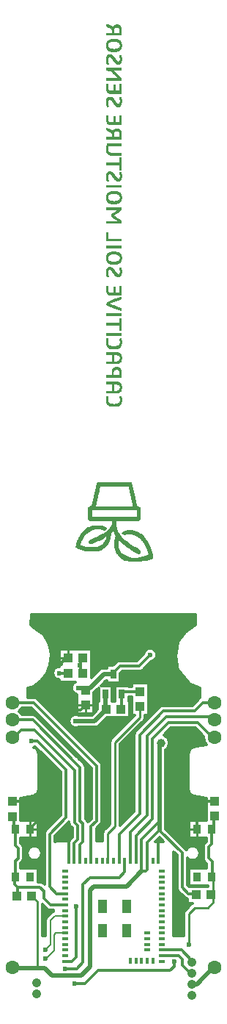
<source format=gbr>
G04 DipTrace 3.2.0.1*
G04 Bottom.gbr*
%MOMM*%
G04 #@! TF.FileFunction,Copper,L2,Bot*
G04 #@! TF.Part,Single*
%ADD12C,0.0762*%
G04 #@! TA.AperFunction,CopperBalancing*
%ADD10C,0.25*%
%ADD15C,0.3*%
G04 #@! TA.AperFunction,ViaPad*
%ADD16C,0.6*%
G04 #@! TA.AperFunction,Conductor*
%ADD17C,0.5*%
%ADD18C,0.2*%
G04 #@! TA.AperFunction,ViaPad*
%ADD20C,0.8*%
%ADD21C,1.0*%
%ADD24R,1.1X1.0*%
%ADD26R,1.0X1.1*%
G04 #@! TA.AperFunction,ComponentPad*
%ADD29C,1.6*%
%ADD33R,0.65X1.05*%
G04 #@! TA.AperFunction,ComponentPad*
%ADD39C,1.05*%
%ADD40R,0.95X1.1*%
%ADD41R,0.35X0.8*%
%ADD42R,0.8X0.35*%
%ADD43R,1.0X1.5*%
%FSLAX35Y35*%
G04*
G71*
G90*
G75*
G01*
G04 Bottom*
%LPD*%
X-1135000Y612500D2*
D15*
Y424123D1*
X-1103970Y393093D1*
Y276183D1*
X-1133947Y246207D1*
Y58553D1*
X-1135000Y57500D1*
Y612500D2*
X-1152800D1*
Y744233D1*
X-1167770Y759203D1*
X-560000Y-260000D2*
X-729450D1*
X-806217Y-183233D1*
Y-103810D1*
X-854787Y-55240D1*
X-1111587D1*
X-1144330Y-22497D1*
Y48170D1*
X-1135000Y57500D1*
X-1114417Y-158057D2*
X-1111587Y-55240D1*
X519630Y472037D2*
Y250370D1*
X520000Y250000D1*
X902457Y-1171640D2*
D17*
X961560D1*
X1153200Y-980000D1*
X1170000D1*
X-1167770Y929203D2*
D15*
X-904230D1*
X-867863D1*
Y719043D1*
X-974407Y612500D1*
X-965000D1*
X-1167770Y929203D2*
X-810283D1*
X-660100Y779020D1*
X1168487Y933620D2*
X965000D1*
Y854680D1*
Y612500D1*
X1168487Y933620D2*
X943353D1*
X898423Y888690D1*
X684743Y675010D1*
X-816190Y980047D2*
X-810283Y929203D1*
X-904230Y943193D2*
Y929203D1*
X956633Y934717D2*
X965000Y933620D1*
X956633Y854680D2*
X965000D1*
X891487Y895630D2*
X898423Y888690D1*
X-650683Y1989397D2*
X-566757D1*
Y1984660D1*
X-383690D1*
X-325463Y2042887D1*
X-613610Y2520370D2*
X-546803Y2587177D1*
X-528043D1*
X-613610Y2520370D2*
X-675593D1*
X-737360Y2458603D1*
Y2295763D1*
X-807180Y2225943D1*
X445587Y2243290D2*
D17*
X826183D1*
Y2241677D1*
X123483Y2285413D2*
D15*
X163623Y2325553D1*
X414690D1*
X445587Y2294657D1*
Y2243290D1*
X-520000Y250000D2*
Y500547D1*
X-539373D1*
X-429273Y-274190D2*
Y-858613D1*
X-480660Y-910000D1*
X-560000D1*
X-650683Y1989397D2*
X-637933D1*
X-557113Y1908577D1*
Y1818490D1*
X-108930Y1370307D1*
Y1109820D1*
X-98730Y1099620D1*
X-539373Y500547D2*
Y606537D1*
X-540933Y608097D1*
X-566757Y1988470D2*
Y1989397D1*
X-1170000Y-980000D2*
D10*
X-884173D1*
Y-218300D1*
X-944417Y-158057D1*
X390000Y250000D2*
D15*
Y459520D1*
X532013Y601533D1*
D17*
Y630510D1*
Y702520D1*
Y1603633D1*
X547467D1*
X325000Y250000D2*
D15*
Y495507D1*
X532013Y702520D1*
X325000Y250000D2*
Y127890D1*
X374677D1*
X390000Y143213D1*
Y250000D1*
X325000Y127890D2*
D17*
X150040Y-47070D1*
X-224650D1*
X-270230Y-92650D1*
Y-975947D1*
X-370000Y-1075717D1*
X-708933D1*
X-799307Y-985343D1*
X-1164657D1*
X-1170000Y-980000D1*
X956237Y-144770D2*
D15*
X943407Y-131940D1*
X866790D1*
X794720Y-59870D1*
Y337550D1*
X535373Y596897D1*
Y630510D1*
X532013D1*
X-94800Y2167190D2*
D17*
Y2003773D1*
D15*
X-82850Y1991823D1*
X-436547Y1855373D2*
D17*
X-219300D1*
X-82850Y1991823D1*
X260000Y250000D2*
D15*
Y539277D1*
X448647Y727923D1*
Y1648873D1*
X636797Y1837023D1*
X974960D1*
X1170000Y1641983D1*
Y1670000D1*
X195000Y250000D2*
Y581380D1*
X385080Y771460D1*
Y1683193D1*
X610100Y1908213D1*
X1208213D1*
X1170000Y1870000D1*
X-560000Y-390000D2*
D18*
X-678147D1*
X-728993Y-440847D1*
Y-714550D1*
X-788110Y-773667D1*
X65000Y250000D2*
D15*
Y552690D1*
X300910Y788600D1*
Y1698183D1*
X577047Y1974320D1*
X938090D1*
X1033770Y2070000D1*
X1170000D1*
X-560000Y-585000D2*
D18*
X-666220D1*
X-685077Y-603860D1*
Y-784147D1*
X-786233Y-885303D1*
X-789213Y-882323D1*
X870900Y-718893D2*
D10*
Y-362867D1*
X942870Y-290897D1*
X1088847D1*
X1151487Y-228257D1*
Y-120543D1*
Y41013D1*
X1135000Y57500D1*
X1126237Y-144770D2*
D15*
Y-126900D1*
X1145130D1*
X1151487Y-120543D1*
X1135000Y612500D2*
Y442570D1*
X1098767Y406337D1*
Y277960D1*
X1139307Y237420D1*
Y61807D1*
X1135000Y57500D1*
X1168487Y763620D2*
X1160133D1*
Y637633D1*
X1135000Y612500D1*
X-450133Y-1168930D2*
X-328523D1*
X-177107Y-1017513D1*
X655293D1*
X704273Y-968533D1*
Y-916097D1*
X130000Y250000D2*
Y117733D1*
X65707Y53440D1*
X-274900D1*
X-351983Y-23643D1*
Y-920647D1*
X-427063Y-995727D1*
X-556633D1*
X-260000Y250000D2*
Y643653D1*
X-195500Y708153D1*
Y1340387D1*
X-925113Y2070000D1*
X-1170000D1*
X-390000Y250000D2*
Y433910D1*
X-357580Y466330D1*
Y677950D1*
X-386703Y707073D1*
Y1322090D1*
X-934613Y1870000D1*
X-1170000D1*
X-560000Y-130000D2*
X-660963D1*
X-738470Y-52493D1*
Y556477D1*
X-548617Y746330D1*
Y1293570D1*
X-879800Y1624753D1*
X-946230D1*
X-65000Y250000D2*
D10*
Y560820D1*
X19940Y645760D1*
Y1614560D1*
X302897Y1897517D1*
Y2025533D1*
X306373Y2029010D1*
X560000Y-780000D2*
D15*
X786847D1*
X901000Y-894153D1*
Y-916183D1*
X902457Y-917640D1*
X560000Y-845000D2*
X750143D1*
X795620Y-890477D1*
Y-954573D1*
X887740Y-1046693D1*
X900403D1*
X902457Y-1044640D1*
X-406730Y2239073D2*
D17*
X-272427D1*
X-114310Y2397190D1*
X200D1*
X-406730Y2239073D2*
D15*
X-351650D1*
X-325463Y2212887D1*
X200Y2397190D2*
Y2415720D1*
X75490Y2491010D1*
X296433D1*
X424367Y2618943D1*
X95200Y2167190D2*
Y1999873D1*
X87150Y1991823D1*
X306373Y2199010D2*
Y2195310D1*
X123320D1*
X95200Y2167190D1*
X-625987Y2410363D2*
X-532147D1*
X-526863Y2405080D1*
X-386520Y2498620D2*
X-382080Y2494180D1*
Y2430297D1*
X-356863Y2405080D1*
X-358043Y2587177D2*
X-384233D1*
Y2500907D1*
X-386520Y2498620D1*
X-455000Y250000D2*
Y450270D1*
X-414787Y490483D1*
Y650663D1*
X-452097Y687973D1*
Y1292110D1*
X-914973Y1754987D1*
X-1066377D1*
X-1133757Y1687607D1*
X-1187607D1*
X-1170000Y1670000D1*
D16*
X703460Y3034410D3*
X920493D3*
X-922343Y3032363D3*
X818120D3*
X196707Y3030677D3*
X298567D3*
X400080Y3029770D3*
X-813550Y3029367D3*
X500737Y3028813D3*
X601197D3*
X-709427Y3028207D3*
X-517787Y3026903D3*
X-611767Y3026087D3*
X-416127Y3025950D3*
X-303543Y3024540D3*
X-186177Y3024520D3*
X424367Y2618943D3*
X633193Y2577303D3*
X-613610Y2520370D3*
X-386520Y2498620D3*
X-625987Y2410363D3*
X123483Y2285413D3*
X445587Y2243290D3*
X826183Y2241677D3*
X-406730Y2239073D3*
X-807180Y2225943D3*
X-938447Y2218177D3*
X980563Y2170610D3*
D20*
X-650683Y1989397D3*
D16*
X-737810Y1991080D3*
X-566757Y1988470D3*
X-870943Y1911163D3*
X-824650Y1864650D3*
X-436547Y1855373D3*
X-946230Y1624753D3*
D21*
X547467Y1603633D3*
D16*
X-94503Y1488460D3*
X137730Y1487943D3*
X642930Y1470577D3*
X752603Y1406887D3*
X-844583Y1393910D3*
X827527Y1352327D3*
X-89677Y1352513D3*
X139203Y1347167D3*
X-295413Y1298107D3*
D20*
X-98730Y1099620D3*
D16*
X141877Y1100967D3*
X680923Y1085730D3*
X-816190Y1051710D3*
X815093Y1018390D3*
X-291690Y998860D3*
X146813Y995697D3*
X-116953Y984873D3*
X-816190Y980047D3*
X-818230Y894060D3*
X-904230Y943193D3*
X956633Y934717D3*
X891487Y895630D3*
X956633Y854680D3*
X-660100Y779020D3*
X-290963Y749143D3*
X684743Y675010D3*
X-116820Y668200D3*
X-540933Y608097D3*
X677923Y567127D3*
X-155907Y508473D3*
X-539373Y500547D3*
X519630Y472037D3*
X-429273Y-274190D3*
X749017Y-339827D3*
X-803197Y-472360D3*
X752517Y-508783D3*
X-804797Y-562923D3*
X870900Y-718893D3*
X-788110Y-773667D3*
X704273Y-916097D3*
X-789213Y-882323D3*
X-556633Y-995727D3*
X-450133Y-1168930D3*
X-634417Y525677D3*
X-949667Y3051587D2*
D15*
X947457D1*
X-950077Y3021920D2*
X947340D1*
X-950487Y2992253D2*
X947163D1*
X-946093Y2962587D2*
X942887D1*
X-912577Y2932920D2*
X900230D1*
X-868280Y2903253D2*
X857633D1*
X-823983Y2873587D2*
X819137D1*
X-800313Y2843920D2*
X797400D1*
X-782500Y2814253D2*
X775720D1*
X-764687Y2784587D2*
X753980D1*
X-746873Y2754920D2*
X740857D1*
X-738437Y2725253D2*
X735640D1*
X-732637Y2695587D2*
X730427D1*
X-726837Y2665920D2*
X-632230D1*
X-253867D2*
X361343D1*
X487343D2*
X725210D1*
X-721037Y2636253D2*
X-632230D1*
X-253867D2*
X347163D1*
X501583D2*
X719997D1*
X-720157Y2606587D2*
X-632230D1*
X-253867D2*
X322437D1*
X502577D2*
X714780D1*
X-722733Y2576920D2*
X-632230D1*
X-253867D2*
X292790D1*
X490917D2*
X720230D1*
X-725313Y2547253D2*
X-632230D1*
X-253867D2*
X48337D1*
X453183D2*
X725857D1*
X-727890Y2517587D2*
X-632230D1*
X-253867D2*
X12537D1*
X412577D2*
X731423D1*
X-734337Y2487920D2*
X-631060D1*
X-252637D2*
X-81507D1*
X382870D2*
X737047D1*
X-746583Y2458253D2*
X-688247D1*
X-252637D2*
X-153930D1*
X353223D2*
X742673D1*
X-758887Y2428587D2*
X-702953D1*
X-252637D2*
X-186623D1*
X102617D2*
X754567D1*
X-774180Y2398920D2*
X-704300D1*
X-252637D2*
X-216273D1*
X81877D2*
X779703D1*
X-796737Y2369253D2*
X-693167D1*
X81877D2*
X804840D1*
X-819297Y2339587D2*
X-657190D1*
X81877D2*
X829977D1*
X-846720Y2309920D2*
X-631060D1*
X-97890D2*
X-81460D1*
X81877D2*
X855053D1*
X-885097Y2280253D2*
X-473850D1*
X-127540D2*
X207183D1*
X405547D2*
X895543D1*
X-927987Y2250587D2*
X-485043D1*
X-13107D2*
X13473D1*
X405547D2*
X961343D1*
X-986700Y2220920D2*
X-483753D1*
X-13107D2*
X13473D1*
X405547D2*
X999370D1*
X-986230Y2191253D2*
X-469047D1*
X-216543D2*
X-176487D1*
X-13107D2*
X13473D1*
X405547D2*
X999197D1*
X-985763Y2161587D2*
X-424690D1*
X-226270D2*
X-176487D1*
X-13107D2*
X13473D1*
X405547D2*
X998960D1*
X-985293Y2131920D2*
X-424690D1*
X-226270D2*
X-176487D1*
X-13107D2*
X13473D1*
X176913D2*
X207183D1*
X405547D2*
X998727D1*
X-867813Y2102253D2*
X-424690D1*
X-226270D2*
X-176487D1*
X-13107D2*
X13473D1*
X176913D2*
X207183D1*
X405547D2*
X976460D1*
X-838163Y2072587D2*
X-424690D1*
X-226270D2*
X-187037D1*
X191327D2*
X207183D1*
X405547D2*
X946813D1*
X-808457Y2042920D2*
X-424690D1*
X-226270D2*
X-187037D1*
X191327D2*
X207183D1*
X405547D2*
X917163D1*
X-778810Y2013253D2*
X-424690D1*
X-226270D2*
X-187037D1*
X191327D2*
X207183D1*
X405547D2*
X526403D1*
X-1075000Y1983587D2*
X-928247D1*
X-749160D2*
X-424690D1*
X-226270D2*
X-194770D1*
X191327D2*
X207183D1*
X405547D2*
X496753D1*
X-1072773Y1953920D2*
X-898597D1*
X-719513D2*
X-424690D1*
X191327D2*
X207183D1*
X405547D2*
X467107D1*
X-903320Y1924253D2*
X-868890D1*
X-689803D2*
X-472153D1*
X191327D2*
X241167D1*
X364590D2*
X437457D1*
X-869630Y1894587D2*
X-839243D1*
X-660157D2*
X-504907D1*
X-76387D2*
X213980D1*
X364530D2*
X407750D1*
X-839980Y1864920D2*
X-809593D1*
X-630507D2*
X-515160D1*
X-106037D2*
X184273D1*
X354687D2*
X378100D1*
X-810333Y1835253D2*
X-779947D1*
X-600800D2*
X-513050D1*
X-135743D2*
X154627D1*
X326620D2*
X348453D1*
X-780623Y1805587D2*
X-750237D1*
X-571153D2*
X-497230D1*
X-165390D2*
X124977D1*
X296973D2*
X318747D1*
X-750977Y1775920D2*
X-720590D1*
X-541503D2*
X95270D1*
X267323D2*
X289097D1*
X-721327Y1746253D2*
X-690940D1*
X-511797D2*
X65620D1*
X237677D2*
X259450D1*
X635587D2*
X976167D1*
X-691620Y1716587D2*
X-661233D1*
X-482150D2*
X35973D1*
X207970D2*
X239527D1*
X605937D2*
X1005877D1*
X-661973Y1686920D2*
X-631587D1*
X-452500D2*
X6267D1*
X178320D2*
X236713D1*
X598613D2*
X1035523D1*
X-632323Y1657253D2*
X-601937D1*
X-422793D2*
X-23383D1*
X148673D2*
X236713D1*
X630313D2*
X1041440D1*
X-602677Y1627587D2*
X-572230D1*
X-393143D2*
X-40317D1*
X118963D2*
X236713D1*
X643613D2*
X1048120D1*
X-572970Y1597920D2*
X-542583D1*
X-363497D2*
X-41780D1*
X89317D2*
X236713D1*
X646483D2*
X1063413D1*
X-543320Y1568253D2*
X-512933D1*
X-333790D2*
X-41780D1*
X81640D2*
X236713D1*
X639923D2*
X983610D1*
X-513673Y1538587D2*
X-483227D1*
X-304140D2*
X-41780D1*
X81640D2*
X236713D1*
X621347D2*
X892203D1*
X-869687Y1508920D2*
X-853540D1*
X-483963D2*
X-453577D1*
X-274493D2*
X-41780D1*
X81640D2*
X236713D1*
X606230D2*
X869703D1*
X-862540Y1479253D2*
X-823833D1*
X-454317D2*
X-423930D1*
X-244843D2*
X-41780D1*
X81640D2*
X236713D1*
X606230D2*
X862497D1*
X-862013Y1449587D2*
X-794183D1*
X-424667D2*
X-394223D1*
X-215137D2*
X-41780D1*
X81640D2*
X236713D1*
X606230D2*
X862027D1*
X-862013Y1419920D2*
X-764537D1*
X-394960D2*
X-364573D1*
X-185487D2*
X-41780D1*
X81640D2*
X236713D1*
X606230D2*
X862027D1*
X-862013Y1390253D2*
X-734827D1*
X-365313D2*
X-334927D1*
X-155840D2*
X-41780D1*
X81640D2*
X236713D1*
X606230D2*
X862027D1*
X-862013Y1360587D2*
X-705180D1*
X-336133D2*
X-305277D1*
X-134747D2*
X-41780D1*
X81640D2*
X236713D1*
X606230D2*
X862027D1*
X-862013Y1330920D2*
X-675530D1*
X-323123D2*
X-275570D1*
X-131290D2*
X-41780D1*
X81640D2*
X236713D1*
X606230D2*
X862027D1*
X-862013Y1301253D2*
X-645823D1*
X-322480D2*
X-259690D1*
X-131290D2*
X-41780D1*
X81640D2*
X236713D1*
X606230D2*
X862027D1*
X-862013Y1271587D2*
X-616177D1*
X-322480D2*
X-259690D1*
X-131290D2*
X-41780D1*
X81640D2*
X236713D1*
X606230D2*
X862027D1*
X-862013Y1241920D2*
X-612837D1*
X-322480D2*
X-259690D1*
X-131290D2*
X-41780D1*
X81640D2*
X236713D1*
X606230D2*
X862027D1*
X-862013Y1212253D2*
X-612837D1*
X-322480D2*
X-259690D1*
X-131290D2*
X-41780D1*
X81640D2*
X236713D1*
X606230D2*
X862027D1*
X-862013Y1182587D2*
X-612837D1*
X-322480D2*
X-259690D1*
X-131290D2*
X-41780D1*
X81640D2*
X236713D1*
X606230D2*
X862027D1*
X-862013Y1152920D2*
X-612837D1*
X-322480D2*
X-259690D1*
X-131290D2*
X-41780D1*
X81640D2*
X236713D1*
X606230D2*
X862027D1*
X-862013Y1123253D2*
X-612837D1*
X-322480D2*
X-259690D1*
X-131290D2*
X-41780D1*
X81640D2*
X236713D1*
X606230D2*
X862027D1*
X-862013Y1093587D2*
X-612837D1*
X-322480D2*
X-259690D1*
X-131290D2*
X-41780D1*
X81640D2*
X236713D1*
X606230D2*
X862027D1*
X-863710Y1063920D2*
X-612837D1*
X-322480D2*
X-259690D1*
X-131290D2*
X-41780D1*
X81640D2*
X236713D1*
X606230D2*
X863727D1*
X-873613Y1034253D2*
X-612837D1*
X-322480D2*
X-259690D1*
X-131290D2*
X-41780D1*
X81640D2*
X236713D1*
X606230D2*
X873570D1*
X-904787Y1004587D2*
X-612837D1*
X-322480D2*
X-259690D1*
X-131290D2*
X-41780D1*
X81640D2*
X236713D1*
X606230D2*
X900230D1*
X-1020390Y974920D2*
X-612837D1*
X-322480D2*
X-259690D1*
X-131290D2*
X-41780D1*
X81640D2*
X236713D1*
X606230D2*
X1020347D1*
X-1068553Y945253D2*
X-612837D1*
X-322480D2*
X-259690D1*
X-131290D2*
X-41780D1*
X81640D2*
X236713D1*
X606230D2*
X1069273D1*
X-1068553Y915587D2*
X-612837D1*
X-322480D2*
X-259690D1*
X-131290D2*
X-41780D1*
X81640D2*
X236713D1*
X606230D2*
X1069273D1*
X-1068553Y885920D2*
X-612837D1*
X-322480D2*
X-259690D1*
X-131290D2*
X-41780D1*
X81640D2*
X236713D1*
X606230D2*
X1069273D1*
X-1068553Y856253D2*
X-612837D1*
X-322480D2*
X-259690D1*
X-131290D2*
X-41780D1*
X81640D2*
X236713D1*
X606230D2*
X1069273D1*
X-1068553Y826587D2*
X-612837D1*
X-322480D2*
X-259690D1*
X-131290D2*
X-41780D1*
X81640D2*
X236713D1*
X606230D2*
X1069273D1*
X-1068553Y796920D2*
X-612837D1*
X-322480D2*
X-259690D1*
X-131290D2*
X-41780D1*
X81640D2*
X219663D1*
X606230D2*
X1069273D1*
X-1068553Y767253D2*
X-617230D1*
X-322480D2*
X-259690D1*
X-131290D2*
X-41780D1*
X81640D2*
X190017D1*
X606230D2*
X1069273D1*
X-1068553Y737587D2*
X-646937D1*
X-322480D2*
X-259690D1*
X-131290D2*
X-41780D1*
X81640D2*
X160367D1*
X606230D2*
X1069273D1*
X-868280Y707920D2*
X-676587D1*
X-301210D2*
X-285297D1*
X-131290D2*
X-41780D1*
X81640D2*
X130660D1*
X606230D2*
X868297D1*
X-868280Y678253D2*
X-706233D1*
X-139083D2*
X-41780D1*
X81640D2*
X101013D1*
X606230D2*
X868297D1*
X-868280Y648587D2*
X-735883D1*
X-556797D2*
X-501917D1*
X-165507D2*
X-63227D1*
X606230D2*
X868297D1*
X-868280Y618920D2*
X-765590D1*
X-586503D2*
X-479007D1*
X-195157D2*
X-92933D1*
X606230D2*
X868297D1*
X-868280Y589253D2*
X-793130D1*
X-616153D2*
X-479007D1*
X-195800D2*
X-119360D1*
X632540D2*
X868297D1*
X-868280Y559587D2*
X-802563D1*
X-645800D2*
X-479007D1*
X-195800D2*
X-126683D1*
X662247D2*
X868297D1*
X-868280Y529920D2*
X-802680D1*
X-674277D2*
X-479007D1*
X-195800D2*
X-126683D1*
X691893D2*
X868297D1*
X-1070780Y500253D2*
X-802680D1*
X-674277D2*
X-494593D1*
X-195800D2*
X-126683D1*
X520273D2*
X542457D1*
X721543D2*
X1070797D1*
X-1070780Y470587D2*
X-802680D1*
X490627D2*
X572107D1*
X751250D2*
X1070797D1*
X-1062227Y440920D2*
X-802680D1*
X780900D2*
X1045250D1*
X-1042540Y411253D2*
X-945883D1*
X-884100D2*
X-802680D1*
X810547D2*
X884117D1*
X945900D2*
X1034763D1*
X-1039787Y381587D2*
X-984497D1*
X-845487D2*
X-802680D1*
X984513D2*
X1034587D1*
X-1039787Y351920D2*
X-997447D1*
X-832597D2*
X-802680D1*
X997403D2*
X1034587D1*
X-1039787Y322253D2*
X-998207D1*
X-831837D2*
X-802680D1*
X697287D2*
X720463D1*
X998163D2*
X1034587D1*
X-1039787Y292587D2*
X-987250D1*
X-842733D2*
X-802680D1*
X697343D2*
X730543D1*
X987267D2*
X1034587D1*
X-1041250Y262920D2*
X-955373D1*
X-874610D2*
X-802680D1*
X697403D2*
X730543D1*
X858947D2*
X874657D1*
X955390D2*
X1036460D1*
X-1057363Y233253D2*
X-802680D1*
X697520D2*
X730543D1*
X858947D2*
X1053923D1*
X-1069727Y203587D2*
X-802680D1*
X697577D2*
X730543D1*
X858947D2*
X1075133D1*
X-1069727Y173920D2*
X-802680D1*
X697637D2*
X730543D1*
X858947D2*
X1075133D1*
X-868280Y144253D2*
X-802680D1*
X697753D2*
X730543D1*
X-868280Y114587D2*
X-802680D1*
X697813D2*
X730543D1*
X-868280Y84920D2*
X-802680D1*
X697870D2*
X730543D1*
X-868280Y55253D2*
X-802680D1*
X697930D2*
X730543D1*
X-868280Y25587D2*
X-802680D1*
X698047D2*
X730543D1*
X-818183Y-4080D2*
X-802660D1*
X698107D2*
X730543D1*
X698163Y-33747D2*
X730543D1*
X698280Y-63413D2*
X730600D1*
X698340Y-93080D2*
X740327D1*
X698400Y-122747D2*
X768043D1*
X698517Y-152413D2*
X797690D1*
X698573Y-182080D2*
X828687D1*
X698633Y-211747D2*
X852067D1*
X698750Y-241413D2*
X908317D1*
X698810Y-271080D2*
X876677D1*
X-822460Y-300747D2*
X-778247D1*
X698867D2*
X847027D1*
X-822460Y-330413D2*
X-696567D1*
X698983D2*
X818960D1*
X-822460Y-360080D2*
X-730727D1*
X699043D2*
X809293D1*
X-822460Y-389747D2*
X-760373D1*
X699100D2*
X809177D1*
X-822460Y-419413D2*
X-783930D1*
X699220D2*
X809177D1*
X-822460Y-449080D2*
X-788207D1*
X699277D2*
X809177D1*
X-822460Y-478747D2*
X-788207D1*
X699337D2*
X809177D1*
X-822460Y-508413D2*
X-788207D1*
X699453D2*
X809177D1*
X-822460Y-538080D2*
X-788207D1*
X699513D2*
X809177D1*
X-822460Y-567747D2*
X-788207D1*
X699570D2*
X809177D1*
X-822460Y-597413D2*
X-788207D1*
X699687D2*
X809177D1*
X-444243Y2683377D2*
X-256843D1*
Y2501293D1*
X-255663Y2501280D1*
Y2356493D1*
X-160550Y2451330D1*
X-151513Y2457897D1*
X-141557Y2462970D1*
X-130930Y2466423D1*
X-119897Y2468170D1*
X-78510Y2468390D1*
X-78500Y2495890D1*
X-6137D1*
X35743Y2537547D1*
X43513Y2543190D1*
X52070Y2547550D1*
X61203Y2550520D1*
X70687Y2552020D1*
X150490Y2552210D1*
X271133D1*
X348990Y2630117D1*
X351897Y2642490D1*
X356473Y2653537D1*
X362720Y2663733D1*
X370487Y2672823D1*
X379577Y2680590D1*
X389773Y2686837D1*
X400820Y2691413D1*
X412447Y2694207D1*
X424367Y2695143D1*
X436287Y2694207D1*
X447913Y2691413D1*
X458960Y2686837D1*
X469157Y2680590D1*
X478247Y2672823D1*
X486013Y2663733D1*
X492260Y2653537D1*
X496837Y2642490D1*
X499630Y2630863D1*
X500567Y2618943D1*
X499630Y2607023D1*
X496837Y2595397D1*
X492260Y2584350D1*
X486013Y2574153D1*
X478247Y2565063D1*
X469157Y2557297D1*
X458960Y2551050D1*
X447913Y2546473D1*
X435567Y2543597D1*
X336180Y2444473D1*
X328410Y2438830D1*
X319853Y2434470D1*
X310720Y2431500D1*
X301237Y2430000D1*
X221433Y2429810D1*
X100790D1*
X78867Y2407837D1*
X78900Y2298490D1*
X-78500D1*
Y2325970D1*
X-85177Y2325630D1*
X-144880Y2265927D1*
X-16100Y2265890D1*
Y2088057D1*
X16477Y2088023D1*
X16500Y2265890D1*
X173900D1*
Y2256457D1*
X210213Y2256510D1*
X210173Y2300210D1*
X402573D1*
Y1927810D1*
X361617D1*
X361417Y1892910D1*
X359973Y1883813D1*
X357130Y1875053D1*
X352947Y1866847D1*
X347533Y1859393D1*
X291370Y1802977D1*
X78617Y1590223D1*
X78640Y652877D1*
X239700Y813940D1*
X239900Y1702987D1*
X241400Y1712470D1*
X244370Y1721603D1*
X248730Y1730160D1*
X254373Y1737930D1*
X310667Y1794490D1*
X537300Y2020857D1*
X545070Y2026500D1*
X553627Y2030860D1*
X562760Y2033830D1*
X572243Y2035330D1*
X652047Y2035520D1*
X912730D1*
X994023Y2116537D1*
X1002803Y2123160D1*
X1001740Y2127730D1*
X1002483Y2233380D1*
X874730Y2291197D1*
X872020Y2293477D1*
X750300Y2437653D1*
X748717Y2442070D1*
X717947Y2606570D1*
X725970Y2653233D1*
X746910Y2770083D1*
X748643Y2773153D1*
X826637Y2879363D1*
X865390Y2906563D1*
X950077Y2965513D1*
X950630Y3081277D1*
X-952273Y3080710D1*
X-953843Y2967663D1*
X-931543Y2943627D1*
X-817573Y2866900D1*
X-815417Y2864110D1*
X-746127Y2748157D1*
X-736853Y2701727D1*
X-721770Y2623057D1*
X-732600Y2499860D1*
X-750517Y2456033D1*
X-770990Y2407137D1*
X-838677Y2318517D1*
X-923107Y2253380D1*
X-926340Y2251977D1*
X-989927Y2232900D1*
X-988253Y2131213D1*
X-920310Y2131010D1*
X-910827Y2129510D1*
X-901693Y2126540D1*
X-893137Y2122183D1*
X-885367Y2116537D1*
X-828807Y2060243D1*
X-148963Y1380133D1*
X-143320Y1372363D1*
X-138960Y1363807D1*
X-135990Y1354673D1*
X-134490Y1345190D1*
X-134300Y1265387D1*
X-134490Y703350D1*
X-135990Y693867D1*
X-138960Y684733D1*
X-143320Y676177D1*
X-148963Y668407D1*
X-198837Y618267D1*
X-198800Y473440D1*
X-123650Y472950D1*
X-123520Y565427D1*
X-122077Y574523D1*
X-119233Y583283D1*
X-115050Y591490D1*
X-109637Y598943D1*
X-53473Y655360D1*
X-38767Y670070D1*
X-38580Y1619167D1*
X-37137Y1628263D1*
X-34293Y1637023D1*
X-30110Y1645230D1*
X-24697Y1652683D1*
X31467Y1709100D1*
X244220Y1921853D1*
X244197Y1927810D1*
X210173D1*
Y2134080D1*
X173893Y2134110D1*
X173900Y2088057D1*
X188350Y2088023D1*
Y1895623D1*
X-78387D1*
X-173060Y1801233D1*
X-182097Y1794667D1*
X-192053Y1789593D1*
X-202680Y1786140D1*
X-213713Y1784393D1*
X-279300Y1784173D1*
X-409437D1*
X-418757Y1781280D1*
X-430567Y1779407D1*
X-442527D1*
X-454337Y1781280D1*
X-465707Y1784973D1*
X-476360Y1790403D1*
X-486033Y1797430D1*
X-494490Y1805887D1*
X-501517Y1815560D1*
X-506947Y1826213D1*
X-510640Y1837583D1*
X-512513Y1849393D1*
Y1861353D1*
X-510640Y1873163D1*
X-506947Y1884533D1*
X-501517Y1895187D1*
X-494490Y1904860D1*
X-486033Y1913317D1*
X-476360Y1920343D1*
X-465707Y1925773D1*
X-454337Y1929467D1*
X-442527Y1931340D1*
X-430567D1*
X-418757Y1929467D1*
X-409557Y1926573D1*
X-248433Y1926933D1*
X-184090Y1991277D1*
X-184050Y2088023D1*
X-173443D1*
X-173500Y2237297D1*
X-226203Y2184920D1*
X-229263Y2179087D1*
Y1946097D1*
X-233680Y1941687D1*
X-421663D1*
Y2164363D1*
X-430277Y2166603D1*
X-441323Y2171180D1*
X-451520Y2177427D1*
X-460610Y2185193D1*
X-468377Y2194283D1*
X-474623Y2204480D1*
X-479200Y2215527D1*
X-481993Y2227153D1*
X-482930Y2239073D1*
X-481993Y2250993D1*
X-479200Y2262620D1*
X-474623Y2273667D1*
X-468377Y2283863D1*
X-460610Y2292953D1*
X-451520Y2300720D1*
X-441323Y2306967D1*
X-437187Y2308877D1*
X-628063Y2308880D1*
Y2334133D1*
X-637907Y2335100D1*
X-649533Y2337893D1*
X-660580Y2342470D1*
X-670777Y2348717D1*
X-679867Y2356483D1*
X-687633Y2365573D1*
X-693880Y2375770D1*
X-698457Y2386817D1*
X-701250Y2398443D1*
X-702187Y2410363D1*
X-701250Y2422283D1*
X-698457Y2433910D1*
X-693880Y2444957D1*
X-687633Y2455153D1*
X-679867Y2464243D1*
X-670777Y2472010D1*
X-660580Y2478257D1*
X-649533Y2482833D1*
X-637907Y2485627D1*
X-628067Y2486483D1*
Y2490977D1*
X-629243D1*
Y2683377D1*
X-444243D1*
X1072287Y713690D2*
Y965837D1*
X931980Y992123D1*
X906787Y1001803D1*
X886480Y1018803D1*
X883157Y1022793D1*
X869977Y1046340D1*
X865227Y1072393D1*
X865000Y1105000D1*
X865223Y1477587D1*
X870143Y1504123D1*
X883150Y1527190D1*
X886463Y1531183D1*
X907210Y1548447D1*
X931960Y1557870D1*
X963977Y1564050D1*
X1076717Y1584987D1*
X1067903Y1595820D1*
X1062397Y1604060D1*
X1057553Y1612707D1*
X1053407Y1621707D1*
X1049977Y1631003D1*
X1047287Y1640540D1*
X1045353Y1650257D1*
X1044190Y1660100D1*
X1043800Y1670000D1*
X1044330Y1681093D1*
X949603Y1775830D1*
X662127Y1775823D1*
X580343Y1694020D1*
X591140Y1689347D1*
X604010Y1681460D1*
X615490Y1671657D1*
X625293Y1660177D1*
X633180Y1647307D1*
X638957Y1633360D1*
X642483Y1618683D1*
X643667Y1603633D1*
X642483Y1588583D1*
X638957Y1573907D1*
X633180Y1559960D1*
X625293Y1547090D1*
X615490Y1535610D1*
X604010Y1525807D1*
X603203Y1525263D1*
X603213Y615590D1*
X841270Y377283D1*
X845767Y377427D1*
X853257Y387737D1*
X862263Y396743D1*
X872573Y404233D1*
X883927Y410020D1*
X896043Y413957D1*
X908630Y415950D1*
X921370D1*
X933957Y413957D1*
X946073Y410020D1*
X957427Y404233D1*
X967737Y396743D1*
X976743Y387737D1*
X984233Y377427D1*
X990020Y366073D1*
X993957Y353957D1*
X995950Y341370D1*
Y328630D1*
X993957Y316043D1*
X990020Y303927D1*
X984233Y292573D1*
X976743Y282263D1*
X967737Y273257D1*
X957427Y265767D1*
X946073Y259980D1*
X933957Y256043D1*
X921370Y254050D1*
X908630D1*
X896043Y256043D1*
X883927Y259980D1*
X872573Y265767D1*
X862263Y273257D1*
X855910Y279393D1*
X855920Y-34463D1*
X870037Y-48570D1*
X1092830D1*
X1092787Y-43727D1*
X871300Y-43700D1*
Y158700D1*
X1078157D1*
X1078107Y212100D1*
X1052230Y238213D1*
X1046587Y245983D1*
X1042227Y254540D1*
X1039257Y263673D1*
X1037757Y273157D1*
X1037567Y352960D1*
X1037757Y411140D1*
X1039257Y420623D1*
X1042227Y429757D1*
X1046587Y438313D1*
X1052230Y446083D1*
X1073763Y467883D1*
X1073800Y511300D1*
X871300D1*
Y713700D1*
X1072297D1*
X-1071570Y965960D2*
Y713743D1*
X-871300Y713700D1*
Y511300D1*
X-1073820D1*
X-1073800Y449433D1*
X-1057433Y432840D1*
X-1051787Y425070D1*
X-1047427Y416513D1*
X-1044460Y407380D1*
X-1042957Y397897D1*
X-1042770Y318093D1*
X-1042957Y271380D1*
X-1044460Y261897D1*
X-1047427Y252763D1*
X-1051787Y244207D1*
X-1057433Y236437D1*
X-1072750Y220850D1*
X-1072747Y158727D1*
X-871300Y158700D1*
Y5947D1*
X-849983Y5770D1*
X-840500Y4270D1*
X-831367Y1300D1*
X-822810Y-3057D1*
X-815040Y-8703D1*
X-799703Y-23773D1*
X-799483Y561280D1*
X-797980Y570763D1*
X-795013Y579897D1*
X-790653Y588453D1*
X-785007Y596223D1*
X-728713Y652783D1*
X-609843Y771653D1*
X-609817Y1268223D1*
X-903337Y1561740D1*
X-911637Y1556860D1*
X-919810Y1553343D1*
X-906787Y1548197D1*
X-886480Y1531197D1*
X-883157Y1527207D1*
X-869977Y1503660D1*
X-865227Y1477607D1*
X-865000Y1445000D1*
X-865223Y1072413D1*
X-870143Y1045877D1*
X-883150Y1022810D1*
X-886037Y1019193D1*
X-920770Y995997D1*
X-925753Y994023D1*
X-934480Y991430D1*
X-1071533Y965977D1*
X-1093117Y1969967D2*
X-1080763Y1959237D1*
X-1074037Y1951960D1*
X-1067903Y1944180D1*
X-1059730Y1931177D1*
X-929810Y1931010D1*
X-920327Y1929510D1*
X-911193Y1926543D1*
X-902637Y1922183D1*
X-894867Y1916537D1*
X-838307Y1860243D1*
X-340167Y1361837D1*
X-334520Y1354067D1*
X-330163Y1345510D1*
X-327193Y1336377D1*
X-325693Y1326893D1*
X-325503Y1247090D1*
Y732460D1*
X-311043Y717697D1*
X-305397Y709927D1*
X-301040Y701370D1*
X-298067Y692220D1*
X-256663Y733540D1*
X-256700Y1315010D1*
X-950453Y2008790D1*
X-1059587Y2008800D1*
X-1067903Y1995820D1*
X-1074037Y1988040D1*
X-1080763Y1980763D1*
X-1093117Y1970033D1*
X911950Y-240970D2*
X855037D1*
Y-192043D1*
X843370Y-188483D1*
X834813Y-184123D1*
X827043Y-178477D1*
X770483Y-122183D1*
X748183Y-99617D1*
X742537Y-91847D1*
X738177Y-83290D1*
X735210Y-74157D1*
X733707Y-64673D1*
X733520Y15130D1*
Y312143D1*
X694143Y351577D1*
X696717Y-617857D1*
X812160Y-618023D1*
X812380Y-358260D1*
X813820Y-349163D1*
X816667Y-340403D1*
X820850Y-332197D1*
X826263Y-324743D1*
X882427Y-268327D1*
X904747Y-246260D1*
X908383Y-243397D1*
X-834050Y328630D2*
X-836043Y316043D1*
X-839980Y303927D1*
X-845767Y292573D1*
X-853257Y282263D1*
X-862263Y273257D1*
X-872573Y265767D1*
X-883927Y259980D1*
X-896043Y256043D1*
X-908630Y254050D1*
X-921370D1*
X-933957Y256043D1*
X-946073Y259980D1*
X-957427Y265767D1*
X-967737Y273257D1*
X-976743Y282263D1*
X-984233Y292573D1*
X-990020Y303927D1*
X-993957Y316043D1*
X-995950Y328630D1*
Y341370D1*
X-993957Y353957D1*
X-990020Y366073D1*
X-984233Y377427D1*
X-976743Y387737D1*
X-967737Y396743D1*
X-957427Y404233D1*
X-946073Y410020D1*
X-933957Y413957D1*
X-921370Y415950D1*
X-908630D1*
X-896043Y413957D1*
X-883927Y410020D1*
X-872573Y404233D1*
X-862263Y396743D1*
X-853257Y387737D1*
X-845767Y377427D1*
X-839980Y366073D1*
X-836043Y353957D1*
X-834050Y341370D1*
Y328630D1*
X-825417Y-615843D2*
X-785223Y-615897D1*
X-785020Y-436437D1*
X-783640Y-427727D1*
X-780917Y-419340D1*
X-776913Y-411483D1*
X-771730Y-404347D1*
X-717887Y-350260D1*
X-711180Y-344533D1*
X-703660Y-339927D1*
X-695497Y-336547D1*
X-693597Y-321183D1*
X-734253Y-321010D1*
X-743737Y-319510D1*
X-752870Y-316540D1*
X-761427Y-312180D1*
X-769197Y-306537D1*
X-825467Y-250533D1*
X-825473Y-615860D1*
X-648990Y476263D2*
X-510830Y475390D1*
X-507183Y482247D1*
X-501537Y490017D1*
X-476027Y515793D1*
X-475987Y625307D1*
X-498633Y648227D1*
X-504280Y655997D1*
X-508640Y664553D1*
X-511607Y673687D1*
X-513110Y683170D1*
X-513297Y687993D1*
X-515947Y692447D1*
X-677243Y531153D1*
X-677270Y466887D1*
X-670420Y471173D1*
X-663730Y473967D1*
X-656687Y475677D1*
X-649447Y476263D1*
X486183Y469107D2*
X577237Y468533D1*
X531400Y514320D1*
X486167Y469137D1*
X-528043Y2683317D2*
D10*
Y2587177D1*
X-629183D2*
X-528043D1*
X-325463Y2042887D2*
Y1941747D1*
X-421603Y2042887D2*
X-229323D1*
X1072347Y933620D2*
X1168487D1*
X-1167770Y929203D2*
X-1071627D1*
X965000Y713640D2*
Y511360D1*
X871360Y612500D2*
X965000D1*
X-965000Y713640D2*
Y511360D1*
Y612500D2*
X-871360D1*
D24*
X-358043Y2587177D3*
X-528043D3*
D26*
X-325463Y2042887D3*
Y2212887D3*
X1168487Y763620D3*
Y933620D3*
X-1167770Y929203D3*
Y759203D3*
D29*
X-1170000Y1670000D3*
Y1870000D3*
Y2070000D3*
X1170000Y1670000D3*
Y1870000D3*
Y2070000D3*
X-1170000Y-980000D3*
X1170000D3*
D33*
X95200Y2167190D3*
X-94800D3*
X200Y2397190D3*
D24*
X-526863Y2405080D3*
X-356863D3*
D26*
X306373Y2199010D3*
Y2029010D3*
D24*
X87150Y1991823D3*
X-82850D3*
X1126237Y-144770D3*
X956237D3*
X-944417Y-158057D3*
X-1114417D3*
D39*
X902457Y-1171640D3*
Y-1044640D3*
Y-1298640D3*
Y-917640D3*
X-888500Y-1158000D3*
X-885000Y-1288500D3*
D40*
X965000Y612500D3*
X1135000D3*
X965000Y57500D3*
X1135000D3*
X-1135000Y612500D3*
X-965000D3*
X-1135000Y57500D3*
X-965000D3*
D41*
X0Y250000D3*
X65000D3*
X130000D3*
X195000D3*
X260000D3*
X325000D3*
X390000D3*
X455000D3*
X520000D3*
X-65000D3*
X-130000D3*
X-195000D3*
X-260000D3*
X-325000D3*
X-390000D3*
X-455000D3*
X-520000D3*
D42*
X-560000Y130000D3*
Y65000D3*
Y0D3*
Y-65000D3*
Y-130000D3*
Y-195000D3*
Y-260000D3*
Y-325000D3*
Y-390000D3*
Y-455000D3*
Y-520000D3*
Y-585000D3*
Y-650000D3*
Y-715000D3*
Y-780000D3*
Y-845000D3*
Y-910000D3*
X560000Y130000D3*
Y65000D3*
Y0D3*
Y-65000D3*
Y-130000D3*
Y-195000D3*
Y-260000D3*
Y-325000D3*
Y-390000D3*
Y-455000D3*
Y-520000D3*
Y-585000D3*
Y-650000D3*
Y-715000D3*
Y-780000D3*
Y-845000D3*
Y-910000D3*
X390000Y-780000D3*
Y-715000D3*
Y-650000D3*
Y-585000D3*
D41*
X455000Y-900000D3*
X390000D3*
X325000D3*
X260000D3*
X195000D3*
D43*
X155000Y-275000D3*
X-125000D3*
Y-560000D3*
X155000D3*
X-81160Y9882810D2*
D12*
X-73540D1*
X-81160Y9879000D2*
X-64029D1*
X21710D2*
X48380D1*
X-81160Y9875190D2*
X-54330D1*
X14383D2*
X56995D1*
X-81145Y9871380D2*
X-45031D1*
X8399D2*
X63994D1*
X-80967Y9867570D2*
X-36653D1*
X3615D2*
X69133D1*
X-80520Y9863760D2*
X-29616D1*
X-215D2*
X72761D1*
X-78131Y9859950D2*
X-24080D1*
X-3456D2*
X75461D1*
X-71975Y9856140D2*
X-19284D1*
X-6944D2*
X77689D1*
X-64086Y9852330D2*
X-14207D1*
X-11362D2*
X27781D1*
X43516D2*
X79588D1*
X-55321Y9848520D2*
X17420D1*
X52224D2*
X81044D1*
X-46651Y9844710D2*
X10283D1*
X58510D2*
X81931D1*
X-38879Y9840900D2*
X5678D1*
X63196D2*
X82502D1*
X-32531Y9837090D2*
X2676D1*
X65262D2*
X83180D1*
X-27757Y9833280D2*
X758D1*
X66595D2*
X84171D1*
X-24420Y9829470D2*
X-295D1*
X67660D2*
X85178D1*
X-22150Y9825660D2*
X-798D1*
X68822D2*
X85853D1*
X-20501Y9821850D2*
X-1014D1*
X69897D2*
X86210D1*
X-19036Y9818040D2*
X-1100D1*
X70598D2*
X86373D1*
X-17823Y9814230D2*
X-1133D1*
X70965D2*
X86440D1*
X-17065Y9810420D2*
X-1144D1*
X71131D2*
X86466D1*
X-16677Y9806610D2*
X-1148D1*
X71199D2*
X86475D1*
X-16503Y9802800D2*
X-1149D1*
X71225D2*
X86478D1*
X-16432Y9798990D2*
X-1150D1*
X71235D2*
X86479D1*
X-16405Y9795180D2*
X-1150D1*
X71238D2*
X86480D1*
X-16395Y9791370D2*
X-1150D1*
X71239D2*
X86480D1*
X-16392Y9787560D2*
X-1150D1*
X71240D2*
X86480D1*
X-81160Y9783750D2*
X86480D1*
X-81160Y9779940D2*
X86480D1*
X-81160Y9776130D2*
X86480D1*
X-81160Y9772320D2*
X86480D1*
X-81160Y9768510D2*
X86480D1*
X-81160Y9764700D2*
X86480D1*
X-81160Y9760890D2*
X86480D1*
X-20200Y9715170D2*
X21710D1*
X-34239Y9711360D2*
X35764D1*
X-45638Y9707550D2*
X47297D1*
X-54094Y9703740D2*
X56224D1*
X-60300Y9699930D2*
X63208D1*
X-65183Y9696120D2*
X68598D1*
X-69310Y9692310D2*
X72595D1*
X-72793Y9688500D2*
X75822D1*
X-75621Y9684690D2*
X-34531D1*
X36186D2*
X78692D1*
X-77976Y9680880D2*
X-43742D1*
X45871D2*
X81177D1*
X-80067Y9677070D2*
X-51076D1*
X53998D2*
X83247D1*
X-81915Y9673260D2*
X-56657D1*
X60190D2*
X84791D1*
X-83353Y9669450D2*
X-60856D1*
X64493D2*
X85717D1*
X-84220Y9665640D2*
X-63979D1*
X67420D2*
X86303D1*
X-84654Y9661830D2*
X-66325D1*
X69342D2*
X86987D1*
X-84846Y9658020D2*
X-67978D1*
X70530D2*
X87980D1*
X-84924Y9654210D2*
X-68930D1*
X71520D2*
X88987D1*
X-84954Y9650400D2*
X-69397D1*
X72635D2*
X89663D1*
X-84964Y9646590D2*
X-69600D1*
X73565D2*
X90020D1*
X-84968Y9642780D2*
X-69682D1*
X73776D2*
X90183D1*
X-84969Y9638970D2*
X-69698D1*
X73229D2*
X90235D1*
X-84970Y9635160D2*
X-69575D1*
X72403D2*
X90127D1*
X-84970Y9631350D2*
X-69079D1*
X71672D2*
X89651D1*
X-84955Y9627540D2*
X-68019D1*
X70845D2*
X88741D1*
X-84821Y9623730D2*
X-66408D1*
X69631D2*
X87751D1*
X-84321Y9619920D2*
X-64197D1*
X67942D2*
X86953D1*
X-83274Y9616110D2*
X-61290D1*
X65542D2*
X86099D1*
X-81797Y9612300D2*
X-57568D1*
X61813D2*
X84891D1*
X-80086Y9608490D2*
X-51872D1*
X55609D2*
X83347D1*
X-78255Y9604680D2*
X-41157D1*
X44670D2*
X81595D1*
X-76353Y9600870D2*
X-21727D1*
X26156D2*
X79622D1*
X-74188Y9597060D2*
X7084D1*
X-571D2*
X77230D1*
X-71289Y9593250D2*
X74151D1*
X-67274Y9589440D2*
X70260D1*
X-62254Y9585630D2*
X65417D1*
X-56134Y9581820D2*
X59296D1*
X-48350Y9578010D2*
X51193D1*
X-38638Y9574200D2*
X40845D1*
X-27820Y9570390D2*
X29330D1*
X-58300Y9536100D2*
X-31630D1*
X-63869Y9532290D2*
X-25916D1*
X-68758Y9528480D2*
X-20538D1*
X71240D2*
X86480D1*
X-72973Y9524670D2*
X-15395D1*
X71240D2*
X86480D1*
X-76409Y9520860D2*
X-10848D1*
X71240D2*
X86495D1*
X-78906Y9517050D2*
X-7187D1*
X71240D2*
X86629D1*
X-80715Y9513240D2*
X-3978D1*
X71240D2*
X87114D1*
X-82263Y9509430D2*
X-53596D1*
X-43809D2*
X-791D1*
X71255D2*
X88027D1*
X-83513Y9505620D2*
X-59131D1*
X-37771D2*
X2252D1*
X71389D2*
X89004D1*
X-84286Y9501810D2*
X-63155D1*
X-32685D2*
X5000D1*
X71874D2*
X89668D1*
X-84680Y9498000D2*
X-65972D1*
X-28256D2*
X7642D1*
X72787D2*
X90022D1*
X-84856Y9494190D2*
X-67839D1*
X-24193D2*
X10280D1*
X73764D2*
X90183D1*
X-84928Y9490380D2*
X-68878D1*
X-20410D2*
X12801D1*
X74413D2*
X90250D1*
X-84955Y9486570D2*
X-69378D1*
X-17046D2*
X15336D1*
X74633D2*
X90276D1*
X-84965Y9482760D2*
X-69594D1*
X-14149D2*
X17928D1*
X74309D2*
X90270D1*
X-84968Y9478950D2*
X-69680D1*
X-11445D2*
X20446D1*
X73463D2*
X90140D1*
X-84969Y9475140D2*
X-69713D1*
X-8783D2*
X23108D1*
X72497D2*
X89655D1*
X-84970Y9471330D2*
X-69724D1*
X-6254D2*
X26183D1*
X71708D2*
X88743D1*
X-84970Y9467520D2*
X-69728D1*
X-3716D2*
X29628D1*
X70843D2*
X87766D1*
X-84970Y9463710D2*
X-69714D1*
X-1123D2*
X33445D1*
X69442D2*
X87087D1*
X-84955Y9459900D2*
X-69581D1*
X1396D2*
X38109D1*
X67481D2*
X86600D1*
X-84821Y9456090D2*
X-69096D1*
X4058D2*
X44603D1*
X62064D2*
X85938D1*
X-84336Y9452280D2*
X-68183D1*
X7133D2*
X53444D1*
X54084D2*
X84824D1*
X-83423Y9448470D2*
X-67191D1*
X10563D2*
X83321D1*
X-82446Y9444660D2*
X-66393D1*
X14202D2*
X81571D1*
X-81767Y9440850D2*
X-65551D1*
X17957D2*
X79469D1*
X-81268Y9437040D2*
X-64445D1*
X21885D2*
X76607D1*
X-80518Y9433230D2*
X-63242D1*
X26274D2*
X72721D1*
X-79146Y9429420D2*
X-62110D1*
X31383D2*
X68234D1*
X-77350Y9425610D2*
X-73540D1*
X36950D2*
X63620D1*
X-81160Y9379890D2*
X86480D1*
X-81160Y9376080D2*
X86480D1*
X-81160Y9372270D2*
X86480D1*
X-81160Y9368460D2*
X86480D1*
X-81160Y9364650D2*
X86480D1*
X-81160Y9360840D2*
X86480D1*
X-81160Y9357030D2*
X86480D1*
X-59763Y9353220D2*
X-11991D1*
X-45010Y9349410D2*
X-7237D1*
X-35663Y9345600D2*
X-2440D1*
X-29397Y9341790D2*
X2037D1*
X-24593Y9337980D2*
X6201D1*
X-20406Y9334170D2*
X10173D1*
X-16460Y9330360D2*
X14050D1*
X-12603Y9326550D2*
X17886D1*
X-8778Y9322740D2*
X21705D1*
X-4962Y9318930D2*
X25518D1*
X-1151Y9315120D2*
X29329D1*
X2660Y9311310D2*
X33140D1*
X6485Y9307500D2*
X36950D1*
X10429Y9303690D2*
X40775D1*
X14724Y9299880D2*
X44719D1*
X19447Y9296070D2*
X49014D1*
X24234Y9292260D2*
X53737D1*
X28708Y9288450D2*
X58524D1*
X32872Y9284640D2*
X62998D1*
X36843Y9280830D2*
X67162D1*
X40720Y9277020D2*
X71133D1*
X44556Y9273210D2*
X74995D1*
X48375Y9269400D2*
X78682D1*
X-81160Y9265590D2*
X81867D1*
X-81160Y9261780D2*
X84133D1*
X-81160Y9257970D2*
X85421D1*
X-81160Y9254160D2*
X86043D1*
X-81160Y9250350D2*
X86312D1*
X-81160Y9246540D2*
X86422D1*
X-81160Y9242730D2*
X86480D1*
X-81160Y9193200D2*
X-65920D1*
X71240D2*
X86480D1*
X-81160Y9189390D2*
X-65920D1*
X71240D2*
X86480D1*
X-81160Y9185580D2*
X-65920D1*
X-1150D2*
X14090D1*
X71240D2*
X86480D1*
X-81160Y9181770D2*
X-65920D1*
X-1150D2*
X14090D1*
X71240D2*
X86480D1*
X-81160Y9177960D2*
X-65920D1*
X-1150D2*
X14090D1*
X71240D2*
X86480D1*
X-81160Y9174150D2*
X-65920D1*
X-1150D2*
X14090D1*
X71240D2*
X86480D1*
X-81160Y9170340D2*
X-65920D1*
X-1150D2*
X14090D1*
X71240D2*
X86480D1*
X-81160Y9166530D2*
X-65920D1*
X-1150D2*
X14090D1*
X71240D2*
X86480D1*
X-81160Y9162720D2*
X-65920D1*
X-1150D2*
X14090D1*
X71240D2*
X86480D1*
X-81160Y9158910D2*
X-65920D1*
X-1150D2*
X14090D1*
X71240D2*
X86480D1*
X-81160Y9155100D2*
X-65920D1*
X-1150D2*
X14090D1*
X71240D2*
X86480D1*
X-81160Y9151290D2*
X-65920D1*
X-1150D2*
X14090D1*
X71240D2*
X86480D1*
X-81160Y9147480D2*
X-65920D1*
X-1150D2*
X14090D1*
X71240D2*
X86480D1*
X-81160Y9143670D2*
X-65920D1*
X-1150D2*
X14090D1*
X71240D2*
X86480D1*
X-81160Y9139860D2*
X-65905D1*
X-1150D2*
X14090D1*
X71240D2*
X86480D1*
X-81160Y9136050D2*
X-65756D1*
X-1150D2*
X14090D1*
X71240D2*
X86480D1*
X-81160Y9132240D2*
X-65122D1*
X-1150D2*
X14090D1*
X71240D2*
X86480D1*
X-81145Y9128430D2*
X-63575D1*
X-1150D2*
X14090D1*
X71240D2*
X86480D1*
X-81011Y9124620D2*
X-61055D1*
X-1150D2*
X14090D1*
X71240D2*
X86480D1*
X-80511Y9120810D2*
X-57897D1*
X-1150D2*
X14090D1*
X71240D2*
X86480D1*
X-79464Y9117000D2*
X86480D1*
X-77987Y9113190D2*
X86480D1*
X-76246Y9109380D2*
X86480D1*
X-74103Y9105570D2*
X86480D1*
X-71486Y9101760D2*
X86480D1*
X-65325Y9097950D2*
X86480D1*
X-56803Y9094140D2*
X86480D1*
X-46870Y9090330D2*
X86480D1*
X-58300Y9048420D2*
X-31630D1*
X-63869Y9044610D2*
X-25916D1*
X-68758Y9040800D2*
X-20538D1*
X71240D2*
X86480D1*
X-72973Y9036990D2*
X-15395D1*
X71240D2*
X86480D1*
X-76409Y9033180D2*
X-10848D1*
X71240D2*
X86495D1*
X-78906Y9029370D2*
X-7187D1*
X71240D2*
X86629D1*
X-80715Y9025560D2*
X-3978D1*
X71240D2*
X87114D1*
X-82263Y9021750D2*
X-53596D1*
X-43809D2*
X-791D1*
X71255D2*
X88027D1*
X-83513Y9017940D2*
X-59131D1*
X-37771D2*
X2252D1*
X71389D2*
X89004D1*
X-84286Y9014130D2*
X-63155D1*
X-32685D2*
X5000D1*
X71874D2*
X89668D1*
X-84680Y9010320D2*
X-65972D1*
X-28256D2*
X7642D1*
X72787D2*
X90022D1*
X-84856Y9006510D2*
X-67839D1*
X-24193D2*
X10280D1*
X73764D2*
X90183D1*
X-84928Y9002700D2*
X-68878D1*
X-20410D2*
X12801D1*
X74413D2*
X90250D1*
X-84955Y8998890D2*
X-69378D1*
X-17046D2*
X15336D1*
X74633D2*
X90276D1*
X-84965Y8995080D2*
X-69594D1*
X-14149D2*
X17928D1*
X74309D2*
X90270D1*
X-84968Y8991270D2*
X-69680D1*
X-11445D2*
X20446D1*
X73463D2*
X90140D1*
X-84969Y8987460D2*
X-69713D1*
X-8783D2*
X23108D1*
X72497D2*
X89655D1*
X-84970Y8983650D2*
X-69724D1*
X-6254D2*
X26183D1*
X71708D2*
X88743D1*
X-84970Y8979840D2*
X-69728D1*
X-3716D2*
X29628D1*
X70843D2*
X87766D1*
X-84970Y8976030D2*
X-69714D1*
X-1123D2*
X33445D1*
X69442D2*
X87087D1*
X-84955Y8972220D2*
X-69581D1*
X1396D2*
X38109D1*
X67481D2*
X86600D1*
X-84821Y8968410D2*
X-69096D1*
X4058D2*
X44603D1*
X62064D2*
X85938D1*
X-84336Y8964600D2*
X-68183D1*
X7133D2*
X53444D1*
X54084D2*
X84824D1*
X-83423Y8960790D2*
X-67191D1*
X10563D2*
X83321D1*
X-82446Y8956980D2*
X-66393D1*
X14202D2*
X81571D1*
X-81767Y8953170D2*
X-65551D1*
X17957D2*
X79469D1*
X-81268Y8949360D2*
X-64445D1*
X21885D2*
X76607D1*
X-80518Y8945550D2*
X-63242D1*
X26274D2*
X72721D1*
X-79146Y8941740D2*
X-62110D1*
X31383D2*
X68234D1*
X-77350Y8937930D2*
X-73540D1*
X36950D2*
X63620D1*
X-81160Y8831250D2*
X-65920D1*
X71240D2*
X86480D1*
X-81160Y8827440D2*
X-65920D1*
X71240D2*
X86480D1*
X-81160Y8823630D2*
X-65920D1*
X-1150D2*
X14090D1*
X71240D2*
X86480D1*
X-81160Y8819820D2*
X-65920D1*
X-1150D2*
X14090D1*
X71240D2*
X86480D1*
X-81160Y8816010D2*
X-65920D1*
X-1150D2*
X14090D1*
X71240D2*
X86480D1*
X-81160Y8812200D2*
X-65920D1*
X-1150D2*
X14090D1*
X71240D2*
X86480D1*
X-81160Y8808390D2*
X-65920D1*
X-1150D2*
X14090D1*
X71240D2*
X86480D1*
X-81160Y8804580D2*
X-65920D1*
X-1150D2*
X14090D1*
X71240D2*
X86480D1*
X-81160Y8800770D2*
X-65920D1*
X-1150D2*
X14090D1*
X71240D2*
X86480D1*
X-81160Y8796960D2*
X-65920D1*
X-1150D2*
X14090D1*
X71240D2*
X86480D1*
X-81160Y8793150D2*
X-65920D1*
X-1150D2*
X14090D1*
X71240D2*
X86480D1*
X-81160Y8789340D2*
X-65920D1*
X-1150D2*
X14090D1*
X71240D2*
X86480D1*
X-81160Y8785530D2*
X-65920D1*
X-1150D2*
X14090D1*
X71240D2*
X86480D1*
X-81160Y8781720D2*
X-65920D1*
X-1150D2*
X14090D1*
X71240D2*
X86480D1*
X-81160Y8777910D2*
X-65905D1*
X-1150D2*
X14090D1*
X71240D2*
X86480D1*
X-81160Y8774100D2*
X-65756D1*
X-1150D2*
X14090D1*
X71240D2*
X86480D1*
X-81160Y8770290D2*
X-65122D1*
X-1150D2*
X14090D1*
X71240D2*
X86480D1*
X-81145Y8766480D2*
X-63575D1*
X-1150D2*
X14090D1*
X71240D2*
X86480D1*
X-81011Y8762670D2*
X-61055D1*
X-1150D2*
X14090D1*
X71240D2*
X86480D1*
X-80511Y8758860D2*
X-57897D1*
X-1150D2*
X14090D1*
X71240D2*
X86480D1*
X-79464Y8755050D2*
X86480D1*
X-77987Y8751240D2*
X86480D1*
X-76246Y8747430D2*
X86480D1*
X-74103Y8743620D2*
X86480D1*
X-71486Y8739810D2*
X86480D1*
X-65325Y8736000D2*
X86480D1*
X-56803Y8732190D2*
X86480D1*
X-46870Y8728380D2*
X86480D1*
X-81160Y8686470D2*
X-73540D1*
X-81160Y8682660D2*
X-64029D1*
X21710D2*
X48380D1*
X-81160Y8678850D2*
X-54330D1*
X14383D2*
X56995D1*
X-81145Y8675040D2*
X-45031D1*
X8399D2*
X63994D1*
X-80967Y8671230D2*
X-36653D1*
X3615D2*
X69133D1*
X-80520Y8667420D2*
X-29616D1*
X-215D2*
X72761D1*
X-78131Y8663610D2*
X-24080D1*
X-3456D2*
X75461D1*
X-71975Y8659800D2*
X-19284D1*
X-6944D2*
X77689D1*
X-64086Y8655990D2*
X-14207D1*
X-11362D2*
X27781D1*
X43516D2*
X79588D1*
X-55321Y8652180D2*
X17420D1*
X52224D2*
X81044D1*
X-46651Y8648370D2*
X10283D1*
X58510D2*
X81931D1*
X-38879Y8644560D2*
X5678D1*
X63196D2*
X82502D1*
X-32531Y8640750D2*
X2676D1*
X65262D2*
X83180D1*
X-27757Y8636940D2*
X758D1*
X66595D2*
X84171D1*
X-24420Y8633130D2*
X-295D1*
X67660D2*
X85178D1*
X-22150Y8629320D2*
X-798D1*
X68822D2*
X85853D1*
X-20501Y8625510D2*
X-1014D1*
X69897D2*
X86210D1*
X-19036Y8621700D2*
X-1100D1*
X70598D2*
X86373D1*
X-17823Y8617890D2*
X-1133D1*
X70965D2*
X86440D1*
X-17065Y8614080D2*
X-1144D1*
X71131D2*
X86466D1*
X-16677Y8610270D2*
X-1148D1*
X71199D2*
X86475D1*
X-16503Y8606460D2*
X-1149D1*
X71225D2*
X86478D1*
X-16432Y8602650D2*
X-1150D1*
X71235D2*
X86479D1*
X-16405Y8598840D2*
X-1150D1*
X71238D2*
X86480D1*
X-16395Y8595030D2*
X-1150D1*
X71239D2*
X86480D1*
X-16392Y8591220D2*
X-1150D1*
X71240D2*
X86480D1*
X-81160Y8587410D2*
X86480D1*
X-81160Y8583600D2*
X86480D1*
X-81160Y8579790D2*
X86480D1*
X-81160Y8575980D2*
X86480D1*
X-81160Y8572170D2*
X86480D1*
X-81160Y8568360D2*
X86480D1*
X-81160Y8564550D2*
X86480D1*
X-73540Y8511210D2*
X86480D1*
X-75444Y8507400D2*
X86480D1*
X-77026Y8503590D2*
X86480D1*
X-78493Y8499780D2*
X86480D1*
X-79731Y8495970D2*
X86480D1*
X-80629Y8492160D2*
X86480D1*
X-81505Y8488350D2*
X86480D1*
X-82593Y8484540D2*
X86480D1*
X-83641Y8480730D2*
X-66509D1*
X-84333Y8476920D2*
X-67453D1*
X-84696Y8473110D2*
X-68440D1*
X-84861Y8469300D2*
X-69107D1*
X-84929Y8465490D2*
X-69461D1*
X-84956Y8461680D2*
X-69623D1*
X-84965Y8457870D2*
X-69690D1*
X-84968Y8454060D2*
X-69716D1*
X-84969Y8450250D2*
X-69725D1*
X-84970Y8446440D2*
X-69728D1*
X-84970Y8442630D2*
X-69729D1*
X-84970Y8438820D2*
X-69715D1*
X-84970Y8435010D2*
X-69581D1*
X-84955Y8431200D2*
X-69081D1*
X-84821Y8427390D2*
X-68019D1*
X-84336Y8423580D2*
X-66393D1*
X-83408Y8419770D2*
X-64018D1*
X-82297Y8415960D2*
X-60358D1*
X-81133Y8412150D2*
X-54828D1*
X-79718Y8408340D2*
X-47167D1*
X-77945Y8404530D2*
X-37845D1*
X-75667Y8400720D2*
X86480D1*
X-72749Y8396910D2*
X86480D1*
X-69211Y8393100D2*
X86480D1*
X-64676Y8389290D2*
X86480D1*
X-58235Y8385480D2*
X86480D1*
X-49415Y8381670D2*
X86480D1*
X-39250Y8377860D2*
X86480D1*
X71240Y8347380D2*
X86480D1*
X71240Y8343570D2*
X86480D1*
X71240Y8339760D2*
X86480D1*
X71240Y8335950D2*
X86480D1*
X71240Y8332140D2*
X86480D1*
X71240Y8328330D2*
X86480D1*
X71240Y8324520D2*
X86480D1*
X71240Y8320710D2*
X86480D1*
X71240Y8316900D2*
X86480D1*
X71240Y8313090D2*
X86480D1*
X71240Y8309280D2*
X86480D1*
X71240Y8305470D2*
X86480D1*
X71240Y8301660D2*
X86480D1*
X71240Y8297850D2*
X86480D1*
X71240Y8294040D2*
X86480D1*
X-81160Y8290230D2*
X86480D1*
X-81160Y8286420D2*
X86480D1*
X-81160Y8282610D2*
X86480D1*
X-81160Y8278800D2*
X86480D1*
X-81160Y8274990D2*
X86480D1*
X-81160Y8271180D2*
X86480D1*
X-81160Y8267370D2*
X86480D1*
X71240Y8263560D2*
X86480D1*
X71240Y8259750D2*
X86480D1*
X71240Y8255940D2*
X86480D1*
X71240Y8252130D2*
X86480D1*
X71240Y8248320D2*
X86480D1*
X71240Y8244510D2*
X86480D1*
X71240Y8240700D2*
X86480D1*
X71240Y8236890D2*
X86480D1*
X71240Y8233080D2*
X86480D1*
X71240Y8229270D2*
X86480D1*
X71240Y8225460D2*
X86480D1*
X71240Y8221650D2*
X86480D1*
X71240Y8217840D2*
X86480D1*
X71240Y8214030D2*
X86480D1*
X71240Y8210220D2*
X86480D1*
X-58300Y8187360D2*
X-31630D1*
X-63869Y8183550D2*
X-25916D1*
X-68758Y8179740D2*
X-20538D1*
X71240D2*
X86480D1*
X-72973Y8175930D2*
X-15395D1*
X71240D2*
X86480D1*
X-76409Y8172120D2*
X-10848D1*
X71240D2*
X86495D1*
X-78906Y8168310D2*
X-7187D1*
X71240D2*
X86629D1*
X-80715Y8164500D2*
X-3978D1*
X71240D2*
X87114D1*
X-82263Y8160690D2*
X-53596D1*
X-43809D2*
X-791D1*
X71255D2*
X88027D1*
X-83513Y8156880D2*
X-59131D1*
X-37771D2*
X2252D1*
X71389D2*
X89004D1*
X-84286Y8153070D2*
X-63155D1*
X-32685D2*
X5000D1*
X71874D2*
X89668D1*
X-84680Y8149260D2*
X-65972D1*
X-28256D2*
X7642D1*
X72787D2*
X90022D1*
X-84856Y8145450D2*
X-67839D1*
X-24193D2*
X10280D1*
X73764D2*
X90183D1*
X-84928Y8141640D2*
X-68878D1*
X-20410D2*
X12801D1*
X74413D2*
X90250D1*
X-84955Y8137830D2*
X-69378D1*
X-17046D2*
X15336D1*
X74633D2*
X90276D1*
X-84965Y8134020D2*
X-69594D1*
X-14149D2*
X17928D1*
X74309D2*
X90270D1*
X-84968Y8130210D2*
X-69680D1*
X-11445D2*
X20446D1*
X73463D2*
X90140D1*
X-84969Y8126400D2*
X-69713D1*
X-8783D2*
X23108D1*
X72497D2*
X89655D1*
X-84970Y8122590D2*
X-69724D1*
X-6254D2*
X26183D1*
X71708D2*
X88743D1*
X-84970Y8118780D2*
X-69728D1*
X-3716D2*
X29628D1*
X70843D2*
X87766D1*
X-84970Y8114970D2*
X-69714D1*
X-1123D2*
X33445D1*
X69442D2*
X87087D1*
X-84955Y8111160D2*
X-69581D1*
X1396D2*
X38109D1*
X67481D2*
X86600D1*
X-84821Y8107350D2*
X-69096D1*
X4058D2*
X44603D1*
X62064D2*
X85938D1*
X-84336Y8103540D2*
X-68183D1*
X7133D2*
X53444D1*
X54084D2*
X84824D1*
X-83423Y8099730D2*
X-67191D1*
X10563D2*
X83321D1*
X-82446Y8095920D2*
X-66393D1*
X14202D2*
X81571D1*
X-81767Y8092110D2*
X-65551D1*
X17957D2*
X79469D1*
X-81268Y8088300D2*
X-64445D1*
X21885D2*
X76607D1*
X-80518Y8084490D2*
X-63242D1*
X26274D2*
X72721D1*
X-79146Y8080680D2*
X-62110D1*
X31383D2*
X68234D1*
X-77350Y8076870D2*
X-73540D1*
X36950D2*
X63620D1*
X-81160Y8031150D2*
X86480D1*
X-81160Y8027340D2*
X86480D1*
X-81160Y8023530D2*
X86480D1*
X-81160Y8019720D2*
X86480D1*
X-81160Y8015910D2*
X86480D1*
X-81160Y8012100D2*
X86480D1*
X-81160Y8008290D2*
X86480D1*
X-20200Y7962570D2*
X21710D1*
X-34239Y7958760D2*
X35764D1*
X-45638Y7954950D2*
X47297D1*
X-54094Y7951140D2*
X56224D1*
X-60300Y7947330D2*
X63208D1*
X-65183Y7943520D2*
X68598D1*
X-69310Y7939710D2*
X72595D1*
X-72793Y7935900D2*
X75822D1*
X-75621Y7932090D2*
X-34531D1*
X36186D2*
X78692D1*
X-77976Y7928280D2*
X-43742D1*
X45871D2*
X81177D1*
X-80067Y7924470D2*
X-51076D1*
X53998D2*
X83247D1*
X-81915Y7920660D2*
X-56657D1*
X60190D2*
X84791D1*
X-83353Y7916850D2*
X-60856D1*
X64493D2*
X85717D1*
X-84220Y7913040D2*
X-63979D1*
X67420D2*
X86303D1*
X-84654Y7909230D2*
X-66325D1*
X69342D2*
X86987D1*
X-84846Y7905420D2*
X-67978D1*
X70530D2*
X87980D1*
X-84924Y7901610D2*
X-68930D1*
X71520D2*
X88987D1*
X-84954Y7897800D2*
X-69397D1*
X72635D2*
X89663D1*
X-84964Y7893990D2*
X-69600D1*
X73565D2*
X90020D1*
X-84968Y7890180D2*
X-69682D1*
X73776D2*
X90183D1*
X-84969Y7886370D2*
X-69698D1*
X73229D2*
X90235D1*
X-84970Y7882560D2*
X-69575D1*
X72403D2*
X90127D1*
X-84970Y7878750D2*
X-69079D1*
X71672D2*
X89651D1*
X-84955Y7874940D2*
X-68019D1*
X70845D2*
X88741D1*
X-84821Y7871130D2*
X-66408D1*
X69631D2*
X87751D1*
X-84321Y7867320D2*
X-64197D1*
X67942D2*
X86953D1*
X-83274Y7863510D2*
X-61290D1*
X65542D2*
X86099D1*
X-81797Y7859700D2*
X-57568D1*
X61813D2*
X84891D1*
X-80086Y7855890D2*
X-51872D1*
X55609D2*
X83347D1*
X-78255Y7852080D2*
X-41157D1*
X44670D2*
X81595D1*
X-76353Y7848270D2*
X-21727D1*
X26156D2*
X79622D1*
X-74188Y7844460D2*
X7084D1*
X-571D2*
X77230D1*
X-71289Y7840650D2*
X74151D1*
X-67274Y7836840D2*
X70260D1*
X-62254Y7833030D2*
X65417D1*
X-56134Y7829220D2*
X59296D1*
X-48350Y7825410D2*
X51193D1*
X-38638Y7821600D2*
X40845D1*
X-27820Y7817790D2*
X29330D1*
X-81160Y7772070D2*
X86480D1*
X-81160Y7768260D2*
X86480D1*
X-81160Y7764450D2*
X86480D1*
X-81160Y7760640D2*
X86480D1*
X-81160Y7756830D2*
X86450D1*
X-81160Y7753020D2*
X86167D1*
X-81160Y7749210D2*
X85498D1*
X47776Y7745400D2*
X82556D1*
X42888Y7741590D2*
X78467D1*
X37591Y7737780D2*
X73546D1*
X32067Y7733970D2*
X68184D1*
X26426Y7730160D2*
X62726D1*
X20743Y7726350D2*
X57424D1*
X15035Y7722540D2*
X52276D1*
X9327Y7718730D2*
X46995D1*
X3610Y7714920D2*
X41519D1*
X-2116Y7711110D2*
X35921D1*
X-7938Y7707300D2*
X30251D1*
X-13853Y7703490D2*
X24558D1*
X-19349Y7699680D2*
X18847D1*
X-24064Y7695870D2*
X13153D1*
X-25980Y7692060D2*
X7592D1*
X-27030Y7688250D2*
X2568D1*
X-27494Y7684440D2*
X-1526D1*
X-27541Y7680630D2*
X-4960D1*
X-26966Y7676820D2*
X1212D1*
X-25767Y7673010D2*
X7195D1*
X-22411Y7669200D2*
X13046D1*
X-18094Y7665390D2*
X18815D1*
X-13055Y7661580D2*
X24556D1*
X-7636Y7657770D2*
X30276D1*
X-2034Y7653960D2*
X35997D1*
X3634Y7650150D2*
X41710D1*
X9337Y7646340D2*
X47429D1*
X15044Y7642530D2*
X53141D1*
X20760Y7638720D2*
X58859D1*
X26471Y7634910D2*
X64571D1*
X32174Y7631100D2*
X70259D1*
X37753Y7627290D2*
X75688D1*
X42981Y7623480D2*
X80272D1*
X47711Y7619670D2*
X83913D1*
X-81160Y7615860D2*
X85238D1*
X-81160Y7612050D2*
X85953D1*
X-81160Y7608240D2*
X86274D1*
X-81160Y7604430D2*
X86404D1*
X-81160Y7600620D2*
X86453D1*
X-81160Y7596810D2*
X86471D1*
X-81160Y7593000D2*
X86480D1*
X-81160Y7486320D2*
X-65920D1*
X-81160Y7482510D2*
X-65920D1*
X-81160Y7478700D2*
X-65920D1*
X-81160Y7474890D2*
X-65920D1*
X-81160Y7471080D2*
X-65920D1*
X-81160Y7467270D2*
X-65920D1*
X-81160Y7463460D2*
X-65920D1*
X-81160Y7459650D2*
X-65920D1*
X-81160Y7455840D2*
X-65920D1*
X-81160Y7452030D2*
X-65920D1*
X-81160Y7448220D2*
X-65920D1*
X-81160Y7444410D2*
X-65920D1*
X-81160Y7440600D2*
X-65920D1*
X-81160Y7436790D2*
X-65920D1*
X-81160Y7432980D2*
X-65920D1*
X-81160Y7429170D2*
X-65920D1*
X-81160Y7425360D2*
X-65920D1*
X-81160Y7421550D2*
X-65920D1*
X-81160Y7417740D2*
X-65920D1*
X-81160Y7413930D2*
X86480D1*
X-81160Y7410120D2*
X86480D1*
X-81160Y7406310D2*
X86480D1*
X-81160Y7402500D2*
X86480D1*
X-81160Y7398690D2*
X86480D1*
X-81160Y7394880D2*
X86480D1*
X-81160Y7391070D2*
X86480D1*
X-81160Y7333920D2*
X86480D1*
X-81160Y7330110D2*
X86480D1*
X-81160Y7326300D2*
X86480D1*
X-81160Y7322490D2*
X86480D1*
X-81160Y7318680D2*
X86480D1*
X-81160Y7314870D2*
X86480D1*
X-81160Y7311060D2*
X86480D1*
X-20200Y7265340D2*
X21710D1*
X-34239Y7261530D2*
X35764D1*
X-45638Y7257720D2*
X47297D1*
X-54094Y7253910D2*
X56224D1*
X-60300Y7250100D2*
X63208D1*
X-65183Y7246290D2*
X68598D1*
X-69310Y7242480D2*
X72595D1*
X-72793Y7238670D2*
X75822D1*
X-75621Y7234860D2*
X-34531D1*
X36186D2*
X78692D1*
X-77976Y7231050D2*
X-43742D1*
X45871D2*
X81177D1*
X-80067Y7227240D2*
X-51076D1*
X53998D2*
X83247D1*
X-81915Y7223430D2*
X-56657D1*
X60190D2*
X84791D1*
X-83353Y7219620D2*
X-60856D1*
X64493D2*
X85717D1*
X-84220Y7215810D2*
X-63979D1*
X67420D2*
X86303D1*
X-84654Y7212000D2*
X-66325D1*
X69342D2*
X86987D1*
X-84846Y7208190D2*
X-67978D1*
X70530D2*
X87980D1*
X-84924Y7204380D2*
X-68930D1*
X71520D2*
X88987D1*
X-84954Y7200570D2*
X-69397D1*
X72635D2*
X89663D1*
X-84964Y7196760D2*
X-69600D1*
X73565D2*
X90020D1*
X-84968Y7192950D2*
X-69682D1*
X73776D2*
X90183D1*
X-84969Y7189140D2*
X-69698D1*
X73229D2*
X90235D1*
X-84970Y7185330D2*
X-69575D1*
X72403D2*
X90127D1*
X-84970Y7181520D2*
X-69079D1*
X71672D2*
X89651D1*
X-84955Y7177710D2*
X-68019D1*
X70845D2*
X88741D1*
X-84821Y7173900D2*
X-66408D1*
X69631D2*
X87751D1*
X-84321Y7170090D2*
X-64197D1*
X67942D2*
X86953D1*
X-83274Y7166280D2*
X-61290D1*
X65542D2*
X86099D1*
X-81797Y7162470D2*
X-57568D1*
X61813D2*
X84891D1*
X-80086Y7158660D2*
X-51872D1*
X55609D2*
X83347D1*
X-78255Y7154850D2*
X-41157D1*
X44670D2*
X81595D1*
X-76353Y7151040D2*
X-21727D1*
X26156D2*
X79622D1*
X-74188Y7147230D2*
X7084D1*
X-571D2*
X77230D1*
X-71289Y7143420D2*
X74151D1*
X-67274Y7139610D2*
X70260D1*
X-62254Y7135800D2*
X65417D1*
X-56134Y7131990D2*
X59296D1*
X-48350Y7128180D2*
X51193D1*
X-38638Y7124370D2*
X40845D1*
X-27820Y7120560D2*
X29330D1*
X-58300Y7086270D2*
X-31630D1*
X-63869Y7082460D2*
X-25916D1*
X-68758Y7078650D2*
X-20538D1*
X71240D2*
X86480D1*
X-72973Y7074840D2*
X-15395D1*
X71240D2*
X86480D1*
X-76409Y7071030D2*
X-10848D1*
X71240D2*
X86495D1*
X-78906Y7067220D2*
X-7187D1*
X71240D2*
X86629D1*
X-80715Y7063410D2*
X-3978D1*
X71240D2*
X87114D1*
X-82263Y7059600D2*
X-53596D1*
X-43809D2*
X-791D1*
X71255D2*
X88027D1*
X-83513Y7055790D2*
X-59131D1*
X-37771D2*
X2252D1*
X71389D2*
X89004D1*
X-84286Y7051980D2*
X-63155D1*
X-32685D2*
X5000D1*
X71874D2*
X89668D1*
X-84680Y7048170D2*
X-65972D1*
X-28256D2*
X7642D1*
X72787D2*
X90022D1*
X-84856Y7044360D2*
X-67839D1*
X-24193D2*
X10280D1*
X73764D2*
X90183D1*
X-84928Y7040550D2*
X-68878D1*
X-20410D2*
X12801D1*
X74413D2*
X90250D1*
X-84955Y7036740D2*
X-69378D1*
X-17046D2*
X15336D1*
X74633D2*
X90276D1*
X-84965Y7032930D2*
X-69594D1*
X-14149D2*
X17928D1*
X74309D2*
X90270D1*
X-84968Y7029120D2*
X-69680D1*
X-11445D2*
X20446D1*
X73463D2*
X90140D1*
X-84969Y7025310D2*
X-69713D1*
X-8783D2*
X23108D1*
X72497D2*
X89655D1*
X-84970Y7021500D2*
X-69724D1*
X-6254D2*
X26183D1*
X71708D2*
X88743D1*
X-84970Y7017690D2*
X-69728D1*
X-3716D2*
X29628D1*
X70843D2*
X87766D1*
X-84970Y7013880D2*
X-69714D1*
X-1123D2*
X33445D1*
X69442D2*
X87087D1*
X-84955Y7010070D2*
X-69581D1*
X1396D2*
X38109D1*
X67481D2*
X86600D1*
X-84821Y7006260D2*
X-69096D1*
X4058D2*
X44603D1*
X62064D2*
X85938D1*
X-84336Y7002450D2*
X-68183D1*
X7133D2*
X53444D1*
X54084D2*
X84824D1*
X-83423Y6998640D2*
X-67191D1*
X10563D2*
X83321D1*
X-82446Y6994830D2*
X-66393D1*
X14202D2*
X81571D1*
X-81767Y6991020D2*
X-65551D1*
X17957D2*
X79469D1*
X-81268Y6987210D2*
X-64445D1*
X21885D2*
X76607D1*
X-80518Y6983400D2*
X-63242D1*
X26274D2*
X72721D1*
X-79146Y6979590D2*
X-62110D1*
X31383D2*
X68234D1*
X-77350Y6975780D2*
X-73540D1*
X36950D2*
X63620D1*
X-81160Y6869100D2*
X-65920D1*
X71240D2*
X86480D1*
X-81160Y6865290D2*
X-65920D1*
X71240D2*
X86480D1*
X-81160Y6861480D2*
X-65920D1*
X-1150D2*
X14090D1*
X71240D2*
X86480D1*
X-81160Y6857670D2*
X-65920D1*
X-1150D2*
X14090D1*
X71240D2*
X86480D1*
X-81160Y6853860D2*
X-65920D1*
X-1150D2*
X14090D1*
X71240D2*
X86480D1*
X-81160Y6850050D2*
X-65920D1*
X-1150D2*
X14090D1*
X71240D2*
X86480D1*
X-81160Y6846240D2*
X-65920D1*
X-1150D2*
X14090D1*
X71240D2*
X86480D1*
X-81160Y6842430D2*
X-65920D1*
X-1150D2*
X14090D1*
X71240D2*
X86480D1*
X-81160Y6838620D2*
X-65920D1*
X-1150D2*
X14090D1*
X71240D2*
X86480D1*
X-81160Y6834810D2*
X-65920D1*
X-1150D2*
X14090D1*
X71240D2*
X86480D1*
X-81160Y6831000D2*
X-65920D1*
X-1150D2*
X14090D1*
X71240D2*
X86480D1*
X-81160Y6827190D2*
X-65920D1*
X-1150D2*
X14090D1*
X71240D2*
X86480D1*
X-81160Y6823380D2*
X-65920D1*
X-1150D2*
X14090D1*
X71240D2*
X86480D1*
X-81160Y6819570D2*
X-65920D1*
X-1150D2*
X14090D1*
X71240D2*
X86480D1*
X-81160Y6815760D2*
X-65905D1*
X-1150D2*
X14090D1*
X71240D2*
X86480D1*
X-81160Y6811950D2*
X-65756D1*
X-1150D2*
X14090D1*
X71240D2*
X86480D1*
X-81160Y6808140D2*
X-65122D1*
X-1150D2*
X14090D1*
X71240D2*
X86480D1*
X-81145Y6804330D2*
X-63575D1*
X-1150D2*
X14090D1*
X71240D2*
X86480D1*
X-81011Y6800520D2*
X-61055D1*
X-1150D2*
X14090D1*
X71240D2*
X86480D1*
X-80511Y6796710D2*
X-57897D1*
X-1150D2*
X14090D1*
X71240D2*
X86480D1*
X-79464Y6792900D2*
X86480D1*
X-77987Y6789090D2*
X86480D1*
X-76246Y6785280D2*
X86480D1*
X-74103Y6781470D2*
X86480D1*
X-71486Y6777660D2*
X86480D1*
X-65325Y6773850D2*
X86480D1*
X-56803Y6770040D2*
X86480D1*
X-46870Y6766230D2*
X86480D1*
X75050Y6739560D2*
X86480D1*
X58800Y6735750D2*
X86480D1*
X44062Y6731940D2*
X86480D1*
X30937Y6728130D2*
X86420D1*
X19143Y6724320D2*
X86242D1*
X8407Y6720510D2*
X84337D1*
X-1556Y6716700D2*
X76780D1*
X-10843Y6712890D2*
X65697D1*
X-19549Y6709080D2*
X52545D1*
X-28121Y6705270D2*
X39262D1*
X-36857Y6701460D2*
X26751D1*
X-45536Y6697650D2*
X15197D1*
X-53837Y6693840D2*
X4550D1*
X-61657Y6690030D2*
X-5397D1*
X-68659Y6686220D2*
X-14792D1*
X-74166Y6682410D2*
X-23846D1*
X-78368Y6678600D2*
X-32845D1*
X-79816Y6674790D2*
X-41655D1*
X-80592Y6670980D2*
X-50081D1*
X-80939Y6667170D2*
X-58300D1*
X-81064Y6663360D2*
X-48172D1*
X-80938Y6659550D2*
X-37891D1*
X-80516Y6655740D2*
X-27318D1*
X-78190Y6651930D2*
X-16746D1*
X-72456Y6648120D2*
X-6412D1*
X-65113Y6644310D2*
X3838D1*
X-56619Y6640500D2*
X14092D1*
X-47415Y6636690D2*
X24232D1*
X-37700Y6632880D2*
X34386D1*
X-27675Y6629070D2*
X44598D1*
X-17626Y6625260D2*
X54691D1*
X-7506Y6621450D2*
X64527D1*
X2694Y6617640D2*
X73319D1*
X12813Y6613830D2*
X80719D1*
X22960Y6610020D2*
X84156D1*
X33169Y6606210D2*
X85396D1*
X43292Y6602400D2*
X86036D1*
X53428Y6598590D2*
X86312D1*
X63532Y6594780D2*
X86420D1*
X73258Y6590970D2*
X86460D1*
X82670Y6587160D2*
X86480D1*
X-81160Y6556680D2*
X86480D1*
X-81160Y6552870D2*
X86480D1*
X-81160Y6549060D2*
X86480D1*
X-81160Y6545250D2*
X86480D1*
X-81160Y6541440D2*
X86480D1*
X-81160Y6537630D2*
X86480D1*
X-81160Y6533820D2*
X86480D1*
X71240Y6499530D2*
X86480D1*
X71240Y6495720D2*
X86480D1*
X71240Y6491910D2*
X86480D1*
X71240Y6488100D2*
X86480D1*
X71240Y6484290D2*
X86480D1*
X71240Y6480480D2*
X86480D1*
X71240Y6476670D2*
X86480D1*
X71240Y6472860D2*
X86480D1*
X71240Y6469050D2*
X86480D1*
X71240Y6465240D2*
X86480D1*
X71240Y6461430D2*
X86480D1*
X71240Y6457620D2*
X86480D1*
X71240Y6453810D2*
X86480D1*
X71240Y6450000D2*
X86480D1*
X71240Y6446190D2*
X86480D1*
X-81160Y6442380D2*
X86480D1*
X-81160Y6438570D2*
X86480D1*
X-81160Y6434760D2*
X86480D1*
X-81160Y6430950D2*
X86480D1*
X-81160Y6427140D2*
X86480D1*
X-81160Y6423330D2*
X86480D1*
X-81160Y6419520D2*
X86480D1*
X71240Y6415710D2*
X86480D1*
X71240Y6411900D2*
X86480D1*
X71240Y6408090D2*
X86480D1*
X71240Y6404280D2*
X86480D1*
X71240Y6400470D2*
X86480D1*
X71240Y6396660D2*
X86480D1*
X71240Y6392850D2*
X86480D1*
X71240Y6389040D2*
X86480D1*
X71240Y6385230D2*
X86480D1*
X71240Y6381420D2*
X86480D1*
X71240Y6377610D2*
X86480D1*
X71240Y6373800D2*
X86480D1*
X71240Y6369990D2*
X86480D1*
X71240Y6366180D2*
X86480D1*
X71240Y6362370D2*
X86480D1*
X-81160Y6328080D2*
X86480D1*
X-81160Y6324270D2*
X86480D1*
X-81160Y6320460D2*
X86480D1*
X-81160Y6316650D2*
X86480D1*
X-81160Y6312840D2*
X86480D1*
X-81160Y6309030D2*
X86480D1*
X-81160Y6305220D2*
X86480D1*
X-81160Y6263310D2*
X-69730D1*
X82670D2*
X86480D1*
X-82462Y6259500D2*
X-68116D1*
X67430D2*
X86480D1*
X-83596Y6255690D2*
X-67130D1*
X69189D2*
X86495D1*
X-84319Y6251880D2*
X-67775D1*
X70283D2*
X86629D1*
X-84692Y6248070D2*
X-68578D1*
X70837D2*
X87114D1*
X-84860Y6244260D2*
X-69161D1*
X71097D2*
X88027D1*
X-84929Y6240450D2*
X-69481D1*
X71331D2*
X89004D1*
X-84955Y6236640D2*
X-69630D1*
X71854D2*
X89668D1*
X-84965Y6232830D2*
X-69692D1*
X72780D2*
X90022D1*
X-84968Y6229020D2*
X-69716D1*
X73761D2*
X90183D1*
X-84969Y6225210D2*
X-69725D1*
X74413D2*
X90250D1*
X-84970Y6221400D2*
X-69728D1*
X74632D2*
X90276D1*
X-84970Y6217590D2*
X-69729D1*
X74309D2*
X90270D1*
X-84970Y6213780D2*
X-69715D1*
X73463D2*
X90140D1*
X-84970Y6209970D2*
X-69581D1*
X72497D2*
X89655D1*
X-84955Y6206160D2*
X-69081D1*
X71708D2*
X88743D1*
X-84821Y6202350D2*
X-68019D1*
X70858D2*
X87766D1*
X-84336Y6198540D2*
X-66408D1*
X69636D2*
X87087D1*
X-83408Y6194730D2*
X-64197D1*
X67943D2*
X86600D1*
X-82297Y6190920D2*
X-61290D1*
X65542D2*
X85938D1*
X-81133Y6187110D2*
X-57568D1*
X61813D2*
X84824D1*
X-79718Y6183300D2*
X-51872D1*
X55609D2*
X83321D1*
X-77960Y6179490D2*
X-41157D1*
X44670D2*
X81586D1*
X-75801Y6175680D2*
X-21727D1*
X26156D2*
X79618D1*
X-73250Y6171870D2*
X7084D1*
X-571D2*
X77244D1*
X-70302Y6168060D2*
X74285D1*
X-66606Y6164250D2*
X70746D1*
X-61900Y6160440D2*
X66330D1*
X-55972Y6156630D2*
X60272D1*
X-48283Y6152820D2*
X51850D1*
X-38614Y6149010D2*
X41153D1*
X-27820Y6145200D2*
X29330D1*
X-81160Y6103290D2*
X52190D1*
X-81160Y6099480D2*
X59061D1*
X-81160Y6095670D2*
X65099D1*
X-81160Y6091860D2*
X70171D1*
X-81160Y6088050D2*
X74451D1*
X-81160Y6084240D2*
X77909D1*
X-81160Y6080430D2*
X80412D1*
X-16390Y6076620D2*
X-1150D1*
X46868D2*
X82224D1*
X-16390Y6072810D2*
X-1150D1*
X55000D2*
X83773D1*
X-16390Y6069000D2*
X-1150D1*
X60862D2*
X85038D1*
X-16390Y6065190D2*
X-1150D1*
X64848D2*
X85945D1*
X-16390Y6061380D2*
X-1150D1*
X67597D2*
X86824D1*
X-16390Y6057570D2*
X-1150D1*
X69543D2*
X87913D1*
X-16390Y6053760D2*
X-1150D1*
X71041D2*
X88961D1*
X-16390Y6049950D2*
X-1150D1*
X72442D2*
X89653D1*
X-16390Y6046140D2*
X-1150D1*
X73616D2*
X90016D1*
X-16390Y6042330D2*
X-1150D1*
X74230D2*
X90181D1*
X-16390Y6038520D2*
X-1150D1*
X74130D2*
X90235D1*
X-16390Y6034710D2*
X-1150D1*
X73376D2*
X90127D1*
X-16390Y6030900D2*
X-1150D1*
X72335D2*
X89651D1*
X-16390Y6027090D2*
X-1150D1*
X71198D2*
X88741D1*
X-16390Y6023280D2*
X-1150D1*
X69793D2*
X87751D1*
X-16390Y6019470D2*
X-1150D1*
X67994D2*
X86953D1*
X-16390Y6015660D2*
X-1150D1*
X65419D2*
X86114D1*
X-16390Y6011850D2*
X-1150D1*
X61250D2*
X85025D1*
X-16390Y6008040D2*
X-1150D1*
X54825D2*
X83833D1*
X-16390Y6004230D2*
X-1150D1*
X46347D2*
X82508D1*
X-81160Y6000420D2*
X80598D1*
X-81160Y5996610D2*
X77895D1*
X-81160Y5992800D2*
X74475D1*
X-81160Y5988990D2*
X70129D1*
X-81160Y5985180D2*
X64294D1*
X-81160Y5981370D2*
X56783D1*
X-81160Y5977560D2*
X48380D1*
X17900Y5935650D2*
X48380D1*
X9270Y5931840D2*
X56995D1*
X2152Y5928030D2*
X63994D1*
X-3353Y5924220D2*
X69133D1*
X-7527Y5920410D2*
X72761D1*
X-10658Y5916600D2*
X75461D1*
X-13135Y5912790D2*
X77689D1*
X-15273Y5908980D2*
X22634D1*
X43072D2*
X79588D1*
X-17137Y5905170D2*
X13557D1*
X51324D2*
X81044D1*
X-18580Y5901360D2*
X6709D1*
X57537D2*
X81931D1*
X-19449Y5897550D2*
X2055D1*
X61950D2*
X82502D1*
X-19884Y5893740D2*
X-1033D1*
X65240D2*
X83180D1*
X-20076Y5889930D2*
X-3007D1*
X66516D2*
X84171D1*
X-20154Y5886120D2*
X-4086D1*
X67614D2*
X85178D1*
X-20184Y5882310D2*
X-4601D1*
X68801D2*
X85853D1*
X-20194Y5878500D2*
X-4822D1*
X69889D2*
X86210D1*
X-20198Y5874690D2*
X-4909D1*
X70596D2*
X86373D1*
X-20199Y5870880D2*
X-4942D1*
X70964D2*
X86440D1*
X-20200Y5867070D2*
X-4954D1*
X71131D2*
X86466D1*
X-20200Y5863260D2*
X-4958D1*
X71199D2*
X86475D1*
X-20200Y5859450D2*
X-4959D1*
X71225D2*
X86478D1*
X-20200Y5855640D2*
X-4960D1*
X71235D2*
X86479D1*
X-20200Y5851830D2*
X-4960D1*
X71238D2*
X86480D1*
X-20200Y5848020D2*
X-4960D1*
X71239D2*
X86480D1*
X-20200Y5844210D2*
X-4960D1*
X71240D2*
X86480D1*
X-81160Y5840400D2*
X86480D1*
X-81160Y5836590D2*
X86480D1*
X-81160Y5832780D2*
X86480D1*
X-81160Y5828970D2*
X86480D1*
X-81160Y5825160D2*
X86480D1*
X-81160Y5821350D2*
X86480D1*
X-81160Y5817540D2*
X86480D1*
X-81160Y5764200D2*
X52190D1*
X-81160Y5760390D2*
X59061D1*
X-81160Y5756580D2*
X65099D1*
X-81160Y5752770D2*
X70171D1*
X-81160Y5748960D2*
X74451D1*
X-81160Y5745150D2*
X77909D1*
X-81160Y5741340D2*
X80412D1*
X-16390Y5737530D2*
X-1150D1*
X46868D2*
X82224D1*
X-16390Y5733720D2*
X-1150D1*
X55000D2*
X83773D1*
X-16390Y5729910D2*
X-1150D1*
X60862D2*
X85038D1*
X-16390Y5726100D2*
X-1150D1*
X64848D2*
X85945D1*
X-16390Y5722290D2*
X-1150D1*
X67597D2*
X86824D1*
X-16390Y5718480D2*
X-1150D1*
X69543D2*
X87913D1*
X-16390Y5714670D2*
X-1150D1*
X71041D2*
X88961D1*
X-16390Y5710860D2*
X-1150D1*
X72442D2*
X89653D1*
X-16390Y5707050D2*
X-1150D1*
X73616D2*
X90016D1*
X-16390Y5703240D2*
X-1150D1*
X74230D2*
X90181D1*
X-16390Y5699430D2*
X-1150D1*
X74130D2*
X90235D1*
X-16390Y5695620D2*
X-1150D1*
X73376D2*
X90127D1*
X-16390Y5691810D2*
X-1150D1*
X72335D2*
X89651D1*
X-16390Y5688000D2*
X-1150D1*
X71198D2*
X88741D1*
X-16390Y5684190D2*
X-1150D1*
X69793D2*
X87751D1*
X-16390Y5680380D2*
X-1150D1*
X67994D2*
X86953D1*
X-16390Y5676570D2*
X-1150D1*
X65419D2*
X86114D1*
X-16390Y5672760D2*
X-1150D1*
X61250D2*
X85025D1*
X-16390Y5668950D2*
X-1150D1*
X54825D2*
X83833D1*
X-16390Y5665140D2*
X-1150D1*
X46347D2*
X82508D1*
X-81160Y5661330D2*
X80598D1*
X-81160Y5657520D2*
X77895D1*
X-81160Y5653710D2*
X74475D1*
X-81160Y5649900D2*
X70129D1*
X-81160Y5646090D2*
X64294D1*
X-81160Y5642280D2*
X56783D1*
X-81160Y5638470D2*
X48380D1*
X-81160Y5600370D2*
X-69730D1*
X82670D2*
X86480D1*
X-82462Y5596560D2*
X-68116D1*
X67430D2*
X86480D1*
X-83596Y5592750D2*
X-67130D1*
X69189D2*
X86495D1*
X-84319Y5588940D2*
X-67775D1*
X70283D2*
X86629D1*
X-84692Y5585130D2*
X-68578D1*
X70837D2*
X87114D1*
X-84860Y5581320D2*
X-69161D1*
X71097D2*
X88027D1*
X-84929Y5577510D2*
X-69481D1*
X71331D2*
X89004D1*
X-84955Y5573700D2*
X-69630D1*
X71854D2*
X89668D1*
X-84965Y5569890D2*
X-69692D1*
X72780D2*
X90022D1*
X-84968Y5566080D2*
X-69716D1*
X73761D2*
X90183D1*
X-84969Y5562270D2*
X-69725D1*
X74413D2*
X90250D1*
X-84970Y5558460D2*
X-69728D1*
X74632D2*
X90276D1*
X-84970Y5554650D2*
X-69729D1*
X74309D2*
X90270D1*
X-84970Y5550840D2*
X-69715D1*
X73463D2*
X90140D1*
X-84970Y5547030D2*
X-69581D1*
X72497D2*
X89655D1*
X-84955Y5543220D2*
X-69081D1*
X71708D2*
X88743D1*
X-84821Y5539410D2*
X-68019D1*
X70858D2*
X87766D1*
X-84336Y5535600D2*
X-66408D1*
X69636D2*
X87087D1*
X-83408Y5531790D2*
X-64197D1*
X67943D2*
X86600D1*
X-82297Y5527980D2*
X-61290D1*
X65542D2*
X85938D1*
X-81133Y5524170D2*
X-57568D1*
X61813D2*
X84824D1*
X-79718Y5520360D2*
X-51872D1*
X55609D2*
X83321D1*
X-77960Y5516550D2*
X-41157D1*
X44670D2*
X81586D1*
X-75801Y5512740D2*
X-21727D1*
X26156D2*
X79618D1*
X-73250Y5508930D2*
X7084D1*
X-571D2*
X77244D1*
X-70302Y5505120D2*
X74285D1*
X-66610Y5501310D2*
X70764D1*
X-61972Y5497500D2*
X66558D1*
X-56541Y5493690D2*
X61526D1*
X-50680Y5489880D2*
X56000D1*
X-189243Y4606043D2*
X199377D1*
X-192791Y4598423D2*
X203184D1*
X-195247Y4590803D2*
X206349D1*
X-197326Y4583183D2*
X209283D1*
X-199642Y4575563D2*
X211758D1*
X-201794Y4567943D2*
X213554D1*
X-203228Y4560323D2*
X-157266D1*
X176546D2*
X215307D1*
X-204230Y4552703D2*
X-161722D1*
X176814D2*
X217483D1*
X-205534Y4545083D2*
X-164304D1*
X177785D2*
X219579D1*
X-207496Y4537463D2*
X-165809D1*
X179610D2*
X220993D1*
X-209532Y4529843D2*
X-167316D1*
X181564D2*
X221987D1*
X-211147Y4522223D2*
X-169354D1*
X182923D2*
X223288D1*
X-212832Y4514603D2*
X-171388D1*
X183897D2*
X225249D1*
X-214982Y4506983D2*
X-172775D1*
X185192D2*
X227285D1*
X-217070Y4499363D2*
X-173759D1*
X187150D2*
X228901D1*
X-218481Y4491743D2*
X-175057D1*
X189185D2*
X230585D1*
X-219474Y4484123D2*
X-177017D1*
X190801D2*
X232736D1*
X-220775Y4476503D2*
X-179052D1*
X192485D2*
X234854D1*
X-222736Y4468883D2*
X-180668D1*
X194636D2*
X236502D1*
X-224772Y4461263D2*
X-182352D1*
X196754D2*
X238199D1*
X-226388Y4453643D2*
X-184502D1*
X198402D2*
X240353D1*
X-228072Y4446023D2*
X-186620D1*
X200099D2*
X242443D1*
X-230222Y4438403D2*
X-188269D1*
X202253D2*
X243854D1*
X-232310Y4430783D2*
X-189965D1*
X204343D2*
X244847D1*
X-233721Y4423163D2*
X-192120D1*
X205754D2*
X246148D1*
X-234714Y4415543D2*
X-194210D1*
X206747D2*
X248109D1*
X-236015Y4407923D2*
X-195621D1*
X208048D2*
X250115D1*
X-237976Y4400303D2*
X-196614D1*
X210009D2*
X251493D1*
X-240012Y4392683D2*
X-197915D1*
X212015D2*
X252474D1*
X-241628Y4385063D2*
X-199876D1*
X213393D2*
X253771D1*
X-243312Y4377443D2*
X-201882D1*
X214374D2*
X255730D1*
X-245462Y4369823D2*
X-203260D1*
X215671D2*
X257735D1*
X-247699Y4362203D2*
X-204271D1*
X217630D2*
X259083D1*
X-250449Y4354583D2*
X-205863D1*
X219636D2*
X259798D1*
X-254547Y4346963D2*
X-209064D1*
X220989D2*
X260137D1*
X-266286Y4339343D2*
X-213990D1*
X221742D2*
X260337D1*
X-278344Y4331723D2*
X280529D1*
X-288487Y4324103D2*
X296100D1*
X-292331Y4316483D2*
X302228D1*
X-294401Y4308863D2*
X304300D1*
X-295330Y4301243D2*
X305348D1*
X-295705Y4293623D2*
X305792D1*
X-295847Y4286003D2*
X-257823D1*
X267957D2*
X305963D1*
X-295897Y4278383D2*
X-257823D1*
X267957D2*
X306025D1*
X-295915Y4270763D2*
X-257823D1*
X267957D2*
X306046D1*
X-295921Y4263143D2*
X-257823D1*
X267957D2*
X306053D1*
X-295922Y4255523D2*
X-257823D1*
X267957D2*
X306056D1*
X-295923Y4247903D2*
X-257823D1*
X267957D2*
X306056D1*
X-295923Y4240283D2*
X-257823D1*
X267957D2*
X306057D1*
X-295923Y4232663D2*
X-257823D1*
X267957D2*
X306057D1*
X-295923Y4225043D2*
X-257823D1*
X267957D2*
X306057D1*
X-295923Y4217423D2*
X-257823D1*
X267957D2*
X306057D1*
X-295923Y4209803D2*
X306057D1*
X-295864Y4202183D2*
X305997D1*
X-295283Y4194563D2*
X305417D1*
X-293899Y4186943D2*
X304033D1*
X-287961Y4179323D2*
X298094D1*
X-280683Y4171703D2*
X290817D1*
X-13983Y4164083D2*
X24117D1*
X-14013Y4156463D2*
X24117D1*
X-14281Y4148843D2*
X24117D1*
X-15282Y4141223D2*
X24117D1*
X-17375Y4133603D2*
X24117D1*
X-20329Y4125983D2*
X24117D1*
X-23751Y4118363D2*
X24146D1*
X-242583Y4110743D2*
X-135903D1*
X-27412D2*
X24414D1*
X-264568Y4103123D2*
X-115446D1*
X-31187D2*
X25385D1*
X-283179Y4095503D2*
X-100297D1*
X-35250D2*
X27240D1*
X-298509Y4087883D2*
X-89368D1*
X-40047D2*
X29462D1*
X-311509Y4080263D2*
X-86178D1*
X-45954D2*
X31762D1*
X-322724Y4072643D2*
X-87450D1*
X-52712D2*
X34323D1*
X-332360Y4065023D2*
X-240796D1*
X-135903D2*
X-92304D1*
X-59979D2*
X36868D1*
X-340955Y4057403D2*
X-259486D1*
X-113043D2*
X-97803D1*
X-67712D2*
X39332D1*
X161277D2*
X206997D1*
X-348967Y4049783D2*
X-275153D1*
X-76274D2*
X42212D1*
X132872D2*
X235364D1*
X-356488Y4042163D2*
X-288408D1*
X-85966D2*
X-21283D1*
X2464D2*
X45747D1*
X113425D2*
X259140D1*
X-363200Y4034543D2*
X-299761D1*
X-96533D2*
X-27629D1*
X4621D2*
X50042D1*
X100141D2*
X277908D1*
X-368988Y4026923D2*
X-309460D1*
X-107602D2*
X-32154D1*
X7595D2*
X54879D1*
X94795D2*
X292542D1*
X-374394Y4019303D2*
X-318050D1*
X-119150D2*
X-34726D1*
X11022D2*
X59773D1*
X98194D2*
X304638D1*
X-379687Y4011683D2*
X-325834D1*
X-131516D2*
X-35999D1*
X14655D2*
X65013D1*
X106269D2*
X161277D1*
X205149D2*
X315691D1*
X-384508Y4004063D2*
X-332655D1*
X-145024D2*
X-36804D1*
X18103D2*
X70876D1*
X115557D2*
D3*
X230894D2*
X325936D1*
X-388881Y3996443D2*
X-338485D1*
X-159425D2*
X-37989D1*
X20630D2*
X76758D1*
X251972D2*
X335116D1*
X-393183Y3988823D2*
X-343906D1*
X-174548D2*
X-39894D1*
X22034D2*
X82208D1*
X268195D2*
X343271D1*
X-397794Y3981203D2*
X-349204D1*
X-190633D2*
X-99301D1*
X-82854D2*
X-41876D1*
X20534D2*
X87763D1*
X281138D2*
X350277D1*
X-402504Y3973583D2*
X-354028D1*
X-207937D2*
X-110084D1*
X-83860D2*
X-43245D1*
X18568D2*
X94268D1*
X292547D2*
X356217D1*
X-406451Y3965963D2*
X-358371D1*
X-226289D2*
X-122773D1*
X-85954D2*
X-44223D1*
X16391D2*
X102133D1*
X302683D2*
X361909D1*
X-409648Y3958343D2*
X-362435D1*
X-245051D2*
X-136775D1*
X-88909D2*
X-45518D1*
X13910D2*
X111248D1*
X310983D2*
X367952D1*
X-412831Y3950723D2*
X-366343D1*
X-262236D2*
X-151509D1*
X-92331D2*
X-47507D1*
X11653D2*
X120685D1*
X317603D2*
X373872D1*
X-416235Y3943103D2*
X-370199D1*
X-276834D2*
X-166804D1*
X-95992D2*
X-49780D1*
X10197D2*
X129612D1*
X323605D2*
X379078D1*
X-419611Y3935483D2*
X-374018D1*
X-283672D2*
X-182965D1*
X-99767D2*
X-52128D1*
X9441D2*
X46977D1*
X69866D2*
X138187D1*
X329776D2*
X383610D1*
X-422612Y3927863D2*
X-377809D1*
X-286475D2*
X-200293D1*
X-103830D2*
X-54935D1*
X9100D2*
X46977D1*
X77754D2*
X147095D1*
X335774D2*
X387757D1*
X-425261Y3920243D2*
X-381377D1*
X-286085D2*
X-218674D1*
X-108627D2*
X-58215D1*
X8960D2*
X46977D1*
X86345D2*
X156701D1*
X341236D2*
X391697D1*
X-427936Y3912623D2*
X-384483D1*
X-283926D2*
X-237960D1*
X-114534D2*
X-61801D1*
X8906D2*
X46977D1*
X95790D2*
X166594D1*
X346508D2*
X395566D1*
X-430297Y3905003D2*
X-387378D1*
X-280683D2*
X-257823D1*
X-121321D2*
X-65781D1*
X8887D2*
X46977D1*
X105394D2*
X176562D1*
X351749D2*
X399389D1*
X-432047Y3897383D2*
X-390889D1*
X-128887D2*
X-70546D1*
X8880D2*
X46977D1*
X114611D2*
X187018D1*
X356552D2*
X403211D1*
X-433753Y3889763D2*
X-394983D1*
X-137918D2*
X-76441D1*
X8878D2*
X47006D1*
X123909D2*
X198186D1*
X360888D2*
X407018D1*
X-435655Y3882143D2*
X-375057D1*
X-149839D2*
X-83194D1*
X8877D2*
X47274D1*
X133707D2*
X210333D1*
X364950D2*
X410805D1*
X-437356Y3874523D2*
X-351166D1*
X-165545D2*
X-90430D1*
X8907D2*
X48245D1*
X143682D2*
X223491D1*
X368856D2*
X414371D1*
X-436509Y3866903D2*
X-324179D1*
X-184348D2*
X-97924D1*
X9174D2*
X50100D1*
X153683D2*
X236858D1*
X372683D2*
X417454D1*
X-432869Y3859283D2*
X-105783D1*
X10145D2*
X52322D1*
X164121D2*
X249877D1*
X376263D2*
X420166D1*
X-423104Y3851663D2*
X-114680D1*
X12000D2*
X54652D1*
X175026D2*
X262943D1*
X379351D2*
X423120D1*
X-407543Y3844043D2*
X-125676D1*
X14222D2*
X57451D1*
X186233D2*
X276198D1*
X382065D2*
X426427D1*
X-385177Y3836423D2*
X-139511D1*
X16522D2*
X60729D1*
X197834D2*
X288173D1*
X385020D2*
X429766D1*
X-357120Y3828803D2*
X-156053D1*
X19083D2*
X64314D1*
X210219D2*
X298247D1*
X388327D2*
X432753D1*
X-326403Y3821183D2*
X-174003D1*
X21658D2*
X68295D1*
X223734D2*
X302211D1*
X391666D2*
X435397D1*
X24360Y3813563D2*
X73060D1*
X238107D2*
X304778D1*
X394653D2*
X438070D1*
X27943Y3805943D2*
X78954D1*
X252963D2*
X304086D1*
X397297D2*
X440430D1*
X32362Y3798323D2*
X85737D1*
X268043D2*
X301772D1*
X399970D2*
X442181D1*
X37053Y3790703D2*
X93241D1*
X283197D2*
X298437D1*
X402211D2*
X443917D1*
X42207Y3783083D2*
X101736D1*
X403700D2*
X446086D1*
X48065Y3775463D2*
X111747D1*
X401472D2*
X448180D1*
X54202Y3767843D2*
X124135D1*
X389096D2*
X449563D1*
X60649Y3760223D2*
X140530D1*
X368074D2*
X450260D1*
X68265Y3752603D2*
X162002D1*
X337734D2*
X450233D1*
X77456Y3744983D2*
X187465D1*
X300474D2*
X449511D1*
X87831Y3737363D2*
X444645D1*
X99378Y3729743D2*
X430275D1*
X113164Y3722123D2*
X408771D1*
X130858Y3714503D2*
X379561D1*
X152643Y3706883D2*
X344214D1*
X176517Y3699263D2*
X306057D1*
X-81160Y9882810D2*
Y9879000D1*
Y9875190D1*
X-81145Y9871380D1*
X-80967Y9867570D1*
X-80520Y9863760D1*
X-78131Y9859950D1*
X-71975Y9856140D1*
X-64086Y9852330D1*
X-55321Y9848520D1*
X-46651Y9844710D1*
X-38879Y9840900D1*
X-32531Y9837090D1*
X-27757Y9833280D1*
X-24420Y9829470D1*
X-22150Y9825660D1*
X-20501Y9821850D1*
X-19036Y9818040D1*
X-17823Y9814230D1*
X-17065Y9810420D1*
X-16677Y9806610D1*
X-16503Y9802800D1*
X-16432Y9798990D1*
X-16405Y9795180D1*
X-16395Y9791370D1*
X-16392Y9787560D1*
X-16390Y9783750D1*
X-73540Y9882810D2*
X-64029Y9879000D1*
X-54330Y9875190D1*
X-45031Y9871380D1*
X-36653Y9867570D1*
X-29616Y9863760D1*
X-24080Y9859950D1*
X-19284Y9856140D1*
X-14207Y9852330D1*
X-8770Y9848520D1*
X21710Y9879000D2*
X14383Y9875190D1*
X8399Y9871380D1*
X3615Y9867570D1*
X-215Y9863760D1*
X-3456Y9859950D1*
X-6944Y9856140D1*
X-11362Y9852330D1*
X-16390Y9848520D1*
X48380Y9879000D2*
X56995Y9875190D1*
X63994Y9871380D1*
X69133Y9867570D1*
X72761Y9863760D1*
X75461Y9859950D1*
X77689Y9856140D1*
X79588Y9852330D1*
X81044Y9848520D1*
X81931Y9844710D1*
X82502Y9840900D1*
X83180Y9837090D1*
X84171Y9833280D1*
X85178Y9829470D1*
X85853Y9825660D1*
X86210Y9821850D1*
X86373Y9818040D1*
X86440Y9814230D1*
X86466Y9810420D1*
X86475Y9806610D1*
X86478Y9802800D1*
X86479Y9798990D1*
X86480Y9795180D1*
Y9791370D1*
Y9787560D1*
Y9783750D1*
Y9779940D1*
Y9776130D1*
Y9772320D1*
Y9768510D1*
Y9764700D1*
Y9760890D1*
X40760Y9856140D2*
X27781Y9852330D1*
X17420Y9848520D1*
X10283Y9844710D1*
X5678Y9840900D1*
X2676Y9837090D1*
X758Y9833280D1*
X-295Y9829470D1*
X-798Y9825660D1*
X-1014Y9821850D1*
X-1100Y9818040D1*
X-1133Y9814230D1*
X-1144Y9810420D1*
X-1148Y9806610D1*
X-1149Y9802800D1*
X-1150Y9798990D1*
Y9795180D1*
Y9791370D1*
Y9787560D1*
Y9783750D1*
X33140Y9856140D2*
X43516Y9852330D1*
X52224Y9848520D1*
X58510Y9844710D1*
X63196Y9840900D1*
X65262Y9837090D1*
X66595Y9833280D1*
X67660Y9829470D1*
X68822Y9825660D1*
X69897Y9821850D1*
X70598Y9818040D1*
X70965Y9814230D1*
X71131Y9810420D1*
X71199Y9806610D1*
X71225Y9802800D1*
X71235Y9798990D1*
X71238Y9795180D1*
X71239Y9791370D1*
X71240Y9787560D1*
Y9783750D1*
X-81160D2*
Y9779940D1*
Y9776130D1*
Y9772320D1*
Y9768510D1*
Y9764700D1*
Y9760890D1*
X-20200Y9715170D2*
X-34239Y9711360D1*
X-45638Y9707550D1*
X-54094Y9703740D1*
X-60300Y9699930D1*
X-65183Y9696120D1*
X-69310Y9692310D1*
X-72793Y9688500D1*
X-75621Y9684690D1*
X-77976Y9680880D1*
X-80067Y9677070D1*
X-81915Y9673260D1*
X-83353Y9669450D1*
X-84220Y9665640D1*
X-84654Y9661830D1*
X-84846Y9658020D1*
X-84924Y9654210D1*
X-84954Y9650400D1*
X-84964Y9646590D1*
X-84968Y9642780D1*
X-84969Y9638970D1*
X-84970Y9635160D1*
Y9631350D1*
X-84955Y9627540D1*
X-84821Y9623730D1*
X-84321Y9619920D1*
X-83274Y9616110D1*
X-81797Y9612300D1*
X-80086Y9608490D1*
X-78255Y9604680D1*
X-76353Y9600870D1*
X-74188Y9597060D1*
X-71289Y9593250D1*
X-67274Y9589440D1*
X-62254Y9585630D1*
X-56134Y9581820D1*
X-48350Y9578010D1*
X-38638Y9574200D1*
X-27820Y9570390D1*
X21710Y9715170D2*
X35764Y9711360D1*
X47297Y9707550D1*
X56224Y9703740D1*
X63208Y9699930D1*
X68598Y9696120D1*
X72595Y9692310D1*
X75822Y9688500D1*
X78692Y9684690D1*
X81177Y9680880D1*
X83247Y9677070D1*
X84791Y9673260D1*
X85717Y9669450D1*
X86303Y9665640D1*
X86987Y9661830D1*
X87980Y9658020D1*
X88987Y9654210D1*
X89663Y9650400D1*
X90020Y9646590D1*
X90183Y9642780D1*
X90235Y9638970D1*
X90127Y9635160D1*
X89651Y9631350D1*
X88741Y9627540D1*
X87751Y9623730D1*
X86953Y9619920D1*
X86099Y9616110D1*
X84891Y9612300D1*
X83347Y9608490D1*
X81595Y9604680D1*
X79622Y9600870D1*
X77230Y9597060D1*
X74151Y9593250D1*
X70260Y9589440D1*
X65417Y9585630D1*
X59296Y9581820D1*
X51193Y9578010D1*
X40845Y9574200D1*
X29330Y9570390D1*
X-24010Y9688500D2*
X-34531Y9684690D1*
X-43742Y9680880D1*
X-51076Y9677070D1*
X-56657Y9673260D1*
X-60856Y9669450D1*
X-63979Y9665640D1*
X-66325Y9661830D1*
X-67978Y9658020D1*
X-68930Y9654210D1*
X-69397Y9650400D1*
X-69600Y9646590D1*
X-69682Y9642780D1*
X-69698Y9638970D1*
X-69575Y9635160D1*
X-69079Y9631350D1*
X-68019Y9627540D1*
X-66408Y9623730D1*
X-64197Y9619920D1*
X-61290Y9616110D1*
X-57568Y9612300D1*
X-51872Y9608490D1*
X-41157Y9604680D1*
X-21727Y9600870D1*
X7084Y9597060D1*
X40760Y9593250D1*
X25520Y9688500D2*
X36186Y9684690D1*
X45871Y9680880D1*
X53998Y9677070D1*
X60190Y9673260D1*
X64493Y9669450D1*
X67420Y9665640D1*
X69342Y9661830D1*
X70530Y9658020D1*
X71520Y9654210D1*
X72635Y9650400D1*
X73565Y9646590D1*
X73776Y9642780D1*
X73229Y9638970D1*
X72403Y9635160D1*
X71672Y9631350D1*
X70845Y9627540D1*
X69631Y9623730D1*
X67942Y9619920D1*
X65542Y9616110D1*
X61813Y9612300D1*
X55609Y9608490D1*
X44670Y9604680D1*
X26156Y9600870D1*
X-571Y9597060D1*
X-31630Y9593250D1*
X-58300Y9536100D2*
X-63869Y9532290D1*
X-68758Y9528480D1*
X-72973Y9524670D1*
X-76409Y9520860D1*
X-78906Y9517050D1*
X-80715Y9513240D1*
X-82263Y9509430D1*
X-83513Y9505620D1*
X-84286Y9501810D1*
X-84680Y9498000D1*
X-84856Y9494190D1*
X-84928Y9490380D1*
X-84955Y9486570D1*
X-84965Y9482760D1*
X-84968Y9478950D1*
X-84969Y9475140D1*
X-84970Y9471330D1*
Y9467520D1*
Y9463710D1*
X-84955Y9459900D1*
X-84821Y9456090D1*
X-84336Y9452280D1*
X-83423Y9448470D1*
X-82446Y9444660D1*
X-81767Y9440850D1*
X-81268Y9437040D1*
X-80518Y9433230D1*
X-79146Y9429420D1*
X-77350Y9425610D1*
X-31630Y9536100D2*
X-25916Y9532290D1*
X-20538Y9528480D1*
X-15395Y9524670D1*
X-10848Y9520860D1*
X-7187Y9517050D1*
X-3978Y9513240D1*
X-791Y9509430D1*
X2252Y9505620D1*
X5000Y9501810D1*
X7642Y9498000D1*
X10280Y9494190D1*
X12801Y9490380D1*
X15336Y9486570D1*
X17928Y9482760D1*
X20446Y9478950D1*
X23108Y9475140D1*
X26183Y9471330D1*
X29628Y9467520D1*
X33445Y9463710D1*
X38109Y9459900D1*
X44603Y9456090D1*
X53444Y9452280D1*
X63620Y9448470D1*
X71240Y9528480D2*
Y9524670D1*
Y9520860D1*
Y9517050D1*
Y9513240D1*
X71255Y9509430D1*
X71389Y9505620D1*
X71874Y9501810D1*
X72787Y9498000D1*
X73764Y9494190D1*
X74413Y9490380D1*
X74633Y9486570D1*
X74309Y9482760D1*
X73463Y9478950D1*
X72497Y9475140D1*
X71708Y9471330D1*
X70843Y9467520D1*
X69442Y9463710D1*
X67481Y9459900D1*
X62064Y9456090D1*
X54084Y9452280D1*
X44570Y9448470D1*
X86480Y9528480D2*
Y9524670D1*
X86495Y9520860D1*
X86629Y9517050D1*
X87114Y9513240D1*
X88027Y9509430D1*
X89004Y9505620D1*
X89668Y9501810D1*
X90022Y9498000D1*
X90183Y9494190D1*
X90250Y9490380D1*
X90276Y9486570D1*
X90270Y9482760D1*
X90140Y9478950D1*
X89655Y9475140D1*
X88743Y9471330D1*
X87766Y9467520D1*
X87087Y9463710D1*
X86600Y9459900D1*
X85938Y9456090D1*
X84824Y9452280D1*
X83321Y9448470D1*
X81571Y9444660D1*
X79469Y9440850D1*
X76607Y9437040D1*
X72721Y9433230D1*
X68234Y9429420D1*
X63620Y9425610D1*
X-46870Y9513240D2*
X-53596Y9509430D1*
X-59131Y9505620D1*
X-63155Y9501810D1*
X-65972Y9498000D1*
X-67839Y9494190D1*
X-68878Y9490380D1*
X-69378Y9486570D1*
X-69594Y9482760D1*
X-69680Y9478950D1*
X-69713Y9475140D1*
X-69724Y9471330D1*
X-69728Y9467520D1*
X-69714Y9463710D1*
X-69581Y9459900D1*
X-69096Y9456090D1*
X-68183Y9452280D1*
X-67191Y9448470D1*
X-66393Y9444660D1*
X-65551Y9440850D1*
X-64445Y9437040D1*
X-63242Y9433230D1*
X-62110Y9429420D1*
X-73540Y9425610D1*
X-50680Y9513240D2*
X-43809Y9509430D1*
X-37771Y9505620D1*
X-32685Y9501810D1*
X-28256Y9498000D1*
X-24193Y9494190D1*
X-20410Y9490380D1*
X-17046Y9486570D1*
X-14149Y9482760D1*
X-11445Y9478950D1*
X-8783Y9475140D1*
X-6254Y9471330D1*
X-3716Y9467520D1*
X-1123Y9463710D1*
X1396Y9459900D1*
X4058Y9456090D1*
X7133Y9452280D1*
X10563Y9448470D1*
X14202Y9444660D1*
X17957Y9440850D1*
X21885Y9437040D1*
X26274Y9433230D1*
X31383Y9429420D1*
X36950Y9425610D1*
X-81160Y9379890D2*
Y9376080D1*
Y9372270D1*
Y9368460D1*
Y9364650D1*
Y9360840D1*
Y9357030D1*
X-59763Y9353220D1*
X-45010Y9349410D1*
X-35663Y9345600D1*
X-29397Y9341790D1*
X-24593Y9337980D1*
X-20406Y9334170D1*
X-16460Y9330360D1*
X-12603Y9326550D1*
X-8778Y9322740D1*
X-4962Y9318930D1*
X-1151Y9315120D1*
X2660Y9311310D1*
X6485Y9307500D1*
X10429Y9303690D1*
X14724Y9299880D1*
X19447Y9296070D1*
X24234Y9292260D1*
X28708Y9288450D1*
X32872Y9284640D1*
X36843Y9280830D1*
X40720Y9277020D1*
X44556Y9273210D1*
X48375Y9269400D1*
X52190Y9265590D1*
X86480Y9379890D2*
Y9376080D1*
Y9372270D1*
Y9368460D1*
Y9364650D1*
Y9360840D1*
Y9357030D1*
X-16390D2*
X-11991Y9353220D1*
X-7237Y9349410D1*
X-2440Y9345600D1*
X2037Y9341790D1*
X6201Y9337980D1*
X10173Y9334170D1*
X14050Y9330360D1*
X17886Y9326550D1*
X21705Y9322740D1*
X25518Y9318930D1*
X29329Y9315120D1*
X33140Y9311310D1*
X36950Y9307500D1*
X40775Y9303690D1*
X44719Y9299880D1*
X49014Y9296070D1*
X53737Y9292260D1*
X58524Y9288450D1*
X62998Y9284640D1*
X67162Y9280830D1*
X71133Y9277020D1*
X74995Y9273210D1*
X78682Y9269400D1*
X81867Y9265590D1*
X84133Y9261780D1*
X85421Y9257970D1*
X86043Y9254160D1*
X86312Y9250350D1*
X86422Y9246540D1*
X86480Y9242730D1*
X-81160Y9265590D2*
Y9261780D1*
Y9257970D1*
Y9254160D1*
Y9250350D1*
Y9246540D1*
Y9242730D1*
Y9193200D2*
Y9189390D1*
Y9185580D1*
Y9181770D1*
Y9177960D1*
Y9174150D1*
Y9170340D1*
Y9166530D1*
Y9162720D1*
Y9158910D1*
Y9155100D1*
Y9151290D1*
Y9147480D1*
Y9143670D1*
Y9139860D1*
Y9136050D1*
Y9132240D1*
X-81145Y9128430D1*
X-81011Y9124620D1*
X-80511Y9120810D1*
X-79464Y9117000D1*
X-77987Y9113190D1*
X-76246Y9109380D1*
X-74103Y9105570D1*
X-71486Y9101760D1*
X-65325Y9097950D1*
X-56803Y9094140D1*
X-46870Y9090330D1*
X-65920Y9193200D2*
Y9189390D1*
Y9185580D1*
Y9181770D1*
Y9177960D1*
Y9174150D1*
Y9170340D1*
Y9166530D1*
Y9162720D1*
Y9158910D1*
Y9155100D1*
Y9151290D1*
Y9147480D1*
Y9143670D1*
X-65905Y9139860D1*
X-65756Y9136050D1*
X-65122Y9132240D1*
X-63575Y9128430D1*
X-61055Y9124620D1*
X-57897Y9120810D1*
X-54490Y9117000D1*
X71240Y9193200D2*
Y9189390D1*
Y9185580D1*
Y9181770D1*
Y9177960D1*
Y9174150D1*
Y9170340D1*
Y9166530D1*
Y9162720D1*
Y9158910D1*
Y9155100D1*
Y9151290D1*
Y9147480D1*
Y9143670D1*
Y9139860D1*
Y9136050D1*
Y9132240D1*
Y9128430D1*
Y9124620D1*
Y9120810D1*
Y9117000D1*
X86480Y9193200D2*
Y9189390D1*
Y9185580D1*
Y9181770D1*
Y9177960D1*
Y9174150D1*
Y9170340D1*
Y9166530D1*
Y9162720D1*
Y9158910D1*
Y9155100D1*
Y9151290D1*
Y9147480D1*
Y9143670D1*
Y9139860D1*
Y9136050D1*
Y9132240D1*
Y9128430D1*
Y9124620D1*
Y9120810D1*
Y9117000D1*
Y9113190D1*
Y9109380D1*
Y9105570D1*
Y9101760D1*
Y9097950D1*
Y9094140D1*
Y9090330D1*
X-1150Y9185580D2*
Y9181770D1*
Y9177960D1*
Y9174150D1*
Y9170340D1*
Y9166530D1*
Y9162720D1*
Y9158910D1*
Y9155100D1*
Y9151290D1*
Y9147480D1*
Y9143670D1*
Y9139860D1*
Y9136050D1*
Y9132240D1*
Y9128430D1*
Y9124620D1*
Y9120810D1*
Y9117000D1*
X14090Y9185580D2*
Y9181770D1*
Y9177960D1*
Y9174150D1*
Y9170340D1*
Y9166530D1*
Y9162720D1*
Y9158910D1*
Y9155100D1*
Y9151290D1*
Y9147480D1*
Y9143670D1*
Y9139860D1*
Y9136050D1*
Y9132240D1*
Y9128430D1*
Y9124620D1*
Y9120810D1*
Y9117000D1*
X-58300Y9048420D2*
X-63869Y9044610D1*
X-68758Y9040800D1*
X-72973Y9036990D1*
X-76409Y9033180D1*
X-78906Y9029370D1*
X-80715Y9025560D1*
X-82263Y9021750D1*
X-83513Y9017940D1*
X-84286Y9014130D1*
X-84680Y9010320D1*
X-84856Y9006510D1*
X-84928Y9002700D1*
X-84955Y8998890D1*
X-84965Y8995080D1*
X-84968Y8991270D1*
X-84969Y8987460D1*
X-84970Y8983650D1*
Y8979840D1*
Y8976030D1*
X-84955Y8972220D1*
X-84821Y8968410D1*
X-84336Y8964600D1*
X-83423Y8960790D1*
X-82446Y8956980D1*
X-81767Y8953170D1*
X-81268Y8949360D1*
X-80518Y8945550D1*
X-79146Y8941740D1*
X-77350Y8937930D1*
X-31630Y9048420D2*
X-25916Y9044610D1*
X-20538Y9040800D1*
X-15395Y9036990D1*
X-10848Y9033180D1*
X-7187Y9029370D1*
X-3978Y9025560D1*
X-791Y9021750D1*
X2252Y9017940D1*
X5000Y9014130D1*
X7642Y9010320D1*
X10280Y9006510D1*
X12801Y9002700D1*
X15336Y8998890D1*
X17928Y8995080D1*
X20446Y8991270D1*
X23108Y8987460D1*
X26183Y8983650D1*
X29628Y8979840D1*
X33445Y8976030D1*
X38109Y8972220D1*
X44603Y8968410D1*
X53444Y8964600D1*
X63620Y8960790D1*
X71240Y9040800D2*
Y9036990D1*
Y9033180D1*
Y9029370D1*
Y9025560D1*
X71255Y9021750D1*
X71389Y9017940D1*
X71874Y9014130D1*
X72787Y9010320D1*
X73764Y9006510D1*
X74413Y9002700D1*
X74633Y8998890D1*
X74309Y8995080D1*
X73463Y8991270D1*
X72497Y8987460D1*
X71708Y8983650D1*
X70843Y8979840D1*
X69442Y8976030D1*
X67481Y8972220D1*
X62064Y8968410D1*
X54084Y8964600D1*
X44570Y8960790D1*
X86480Y9040800D2*
Y9036990D1*
X86495Y9033180D1*
X86629Y9029370D1*
X87114Y9025560D1*
X88027Y9021750D1*
X89004Y9017940D1*
X89668Y9014130D1*
X90022Y9010320D1*
X90183Y9006510D1*
X90250Y9002700D1*
X90276Y8998890D1*
X90270Y8995080D1*
X90140Y8991270D1*
X89655Y8987460D1*
X88743Y8983650D1*
X87766Y8979840D1*
X87087Y8976030D1*
X86600Y8972220D1*
X85938Y8968410D1*
X84824Y8964600D1*
X83321Y8960790D1*
X81571Y8956980D1*
X79469Y8953170D1*
X76607Y8949360D1*
X72721Y8945550D1*
X68234Y8941740D1*
X63620Y8937930D1*
X-46870Y9025560D2*
X-53596Y9021750D1*
X-59131Y9017940D1*
X-63155Y9014130D1*
X-65972Y9010320D1*
X-67839Y9006510D1*
X-68878Y9002700D1*
X-69378Y8998890D1*
X-69594Y8995080D1*
X-69680Y8991270D1*
X-69713Y8987460D1*
X-69724Y8983650D1*
X-69728Y8979840D1*
X-69714Y8976030D1*
X-69581Y8972220D1*
X-69096Y8968410D1*
X-68183Y8964600D1*
X-67191Y8960790D1*
X-66393Y8956980D1*
X-65551Y8953170D1*
X-64445Y8949360D1*
X-63242Y8945550D1*
X-62110Y8941740D1*
X-73540Y8937930D1*
X-50680Y9025560D2*
X-43809Y9021750D1*
X-37771Y9017940D1*
X-32685Y9014130D1*
X-28256Y9010320D1*
X-24193Y9006510D1*
X-20410Y9002700D1*
X-17046Y8998890D1*
X-14149Y8995080D1*
X-11445Y8991270D1*
X-8783Y8987460D1*
X-6254Y8983650D1*
X-3716Y8979840D1*
X-1123Y8976030D1*
X1396Y8972220D1*
X4058Y8968410D1*
X7133Y8964600D1*
X10563Y8960790D1*
X14202Y8956980D1*
X17957Y8953170D1*
X21885Y8949360D1*
X26274Y8945550D1*
X31383Y8941740D1*
X36950Y8937930D1*
X-81160Y8831250D2*
Y8827440D1*
Y8823630D1*
Y8819820D1*
Y8816010D1*
Y8812200D1*
Y8808390D1*
Y8804580D1*
Y8800770D1*
Y8796960D1*
Y8793150D1*
Y8789340D1*
Y8785530D1*
Y8781720D1*
Y8777910D1*
Y8774100D1*
Y8770290D1*
X-81145Y8766480D1*
X-81011Y8762670D1*
X-80511Y8758860D1*
X-79464Y8755050D1*
X-77987Y8751240D1*
X-76246Y8747430D1*
X-74103Y8743620D1*
X-71486Y8739810D1*
X-65325Y8736000D1*
X-56803Y8732190D1*
X-46870Y8728380D1*
X-65920Y8831250D2*
Y8827440D1*
Y8823630D1*
Y8819820D1*
Y8816010D1*
Y8812200D1*
Y8808390D1*
Y8804580D1*
Y8800770D1*
Y8796960D1*
Y8793150D1*
Y8789340D1*
Y8785530D1*
Y8781720D1*
X-65905Y8777910D1*
X-65756Y8774100D1*
X-65122Y8770290D1*
X-63575Y8766480D1*
X-61055Y8762670D1*
X-57897Y8758860D1*
X-54490Y8755050D1*
X71240Y8831250D2*
Y8827440D1*
Y8823630D1*
Y8819820D1*
Y8816010D1*
Y8812200D1*
Y8808390D1*
Y8804580D1*
Y8800770D1*
Y8796960D1*
Y8793150D1*
Y8789340D1*
Y8785530D1*
Y8781720D1*
Y8777910D1*
Y8774100D1*
Y8770290D1*
Y8766480D1*
Y8762670D1*
Y8758860D1*
Y8755050D1*
X86480Y8831250D2*
Y8827440D1*
Y8823630D1*
Y8819820D1*
Y8816010D1*
Y8812200D1*
Y8808390D1*
Y8804580D1*
Y8800770D1*
Y8796960D1*
Y8793150D1*
Y8789340D1*
Y8785530D1*
Y8781720D1*
Y8777910D1*
Y8774100D1*
Y8770290D1*
Y8766480D1*
Y8762670D1*
Y8758860D1*
Y8755050D1*
Y8751240D1*
Y8747430D1*
Y8743620D1*
Y8739810D1*
Y8736000D1*
Y8732190D1*
Y8728380D1*
X-1150Y8823630D2*
Y8819820D1*
Y8816010D1*
Y8812200D1*
Y8808390D1*
Y8804580D1*
Y8800770D1*
Y8796960D1*
Y8793150D1*
Y8789340D1*
Y8785530D1*
Y8781720D1*
Y8777910D1*
Y8774100D1*
Y8770290D1*
Y8766480D1*
Y8762670D1*
Y8758860D1*
Y8755050D1*
X14090Y8823630D2*
Y8819820D1*
Y8816010D1*
Y8812200D1*
Y8808390D1*
Y8804580D1*
Y8800770D1*
Y8796960D1*
Y8793150D1*
Y8789340D1*
Y8785530D1*
Y8781720D1*
Y8777910D1*
Y8774100D1*
Y8770290D1*
Y8766480D1*
Y8762670D1*
Y8758860D1*
Y8755050D1*
X-81160Y8686470D2*
Y8682660D1*
Y8678850D1*
X-81145Y8675040D1*
X-80967Y8671230D1*
X-80520Y8667420D1*
X-78131Y8663610D1*
X-71975Y8659800D1*
X-64086Y8655990D1*
X-55321Y8652180D1*
X-46651Y8648370D1*
X-38879Y8644560D1*
X-32531Y8640750D1*
X-27757Y8636940D1*
X-24420Y8633130D1*
X-22150Y8629320D1*
X-20501Y8625510D1*
X-19036Y8621700D1*
X-17823Y8617890D1*
X-17065Y8614080D1*
X-16677Y8610270D1*
X-16503Y8606460D1*
X-16432Y8602650D1*
X-16405Y8598840D1*
X-16395Y8595030D1*
X-16392Y8591220D1*
X-16390Y8587410D1*
X-73540Y8686470D2*
X-64029Y8682660D1*
X-54330Y8678850D1*
X-45031Y8675040D1*
X-36653Y8671230D1*
X-29616Y8667420D1*
X-24080Y8663610D1*
X-19284Y8659800D1*
X-14207Y8655990D1*
X-8770Y8652180D1*
X21710Y8682660D2*
X14383Y8678850D1*
X8399Y8675040D1*
X3615Y8671230D1*
X-215Y8667420D1*
X-3456Y8663610D1*
X-6944Y8659800D1*
X-11362Y8655990D1*
X-16390Y8652180D1*
X48380Y8682660D2*
X56995Y8678850D1*
X63994Y8675040D1*
X69133Y8671230D1*
X72761Y8667420D1*
X75461Y8663610D1*
X77689Y8659800D1*
X79588Y8655990D1*
X81044Y8652180D1*
X81931Y8648370D1*
X82502Y8644560D1*
X83180Y8640750D1*
X84171Y8636940D1*
X85178Y8633130D1*
X85853Y8629320D1*
X86210Y8625510D1*
X86373Y8621700D1*
X86440Y8617890D1*
X86466Y8614080D1*
X86475Y8610270D1*
X86478Y8606460D1*
X86479Y8602650D1*
X86480Y8598840D1*
Y8595030D1*
Y8591220D1*
Y8587410D1*
Y8583600D1*
Y8579790D1*
Y8575980D1*
Y8572170D1*
Y8568360D1*
Y8564550D1*
X40760Y8659800D2*
X27781Y8655990D1*
X17420Y8652180D1*
X10283Y8648370D1*
X5678Y8644560D1*
X2676Y8640750D1*
X758Y8636940D1*
X-295Y8633130D1*
X-798Y8629320D1*
X-1014Y8625510D1*
X-1100Y8621700D1*
X-1133Y8617890D1*
X-1144Y8614080D1*
X-1148Y8610270D1*
X-1149Y8606460D1*
X-1150Y8602650D1*
Y8598840D1*
Y8595030D1*
Y8591220D1*
Y8587410D1*
X33140Y8659800D2*
X43516Y8655990D1*
X52224Y8652180D1*
X58510Y8648370D1*
X63196Y8644560D1*
X65262Y8640750D1*
X66595Y8636940D1*
X67660Y8633130D1*
X68822Y8629320D1*
X69897Y8625510D1*
X70598Y8621700D1*
X70965Y8617890D1*
X71131Y8614080D1*
X71199Y8610270D1*
X71225Y8606460D1*
X71235Y8602650D1*
X71238Y8598840D1*
X71239Y8595030D1*
X71240Y8591220D1*
Y8587410D1*
X-81160D2*
Y8583600D1*
Y8579790D1*
Y8575980D1*
Y8572170D1*
Y8568360D1*
Y8564550D1*
X-73540Y8511210D2*
X-75444Y8507400D1*
X-77026Y8503590D1*
X-78493Y8499780D1*
X-79731Y8495970D1*
X-80629Y8492160D1*
X-81505Y8488350D1*
X-82593Y8484540D1*
X-83641Y8480730D1*
X-84333Y8476920D1*
X-84696Y8473110D1*
X-84861Y8469300D1*
X-84929Y8465490D1*
X-84956Y8461680D1*
X-84965Y8457870D1*
X-84968Y8454060D1*
X-84969Y8450250D1*
X-84970Y8446440D1*
Y8442630D1*
Y8438820D1*
Y8435010D1*
X-84955Y8431200D1*
X-84821Y8427390D1*
X-84336Y8423580D1*
X-83408Y8419770D1*
X-82297Y8415960D1*
X-81133Y8412150D1*
X-79718Y8408340D1*
X-77945Y8404530D1*
X-75667Y8400720D1*
X-72749Y8396910D1*
X-69211Y8393100D1*
X-64676Y8389290D1*
X-58235Y8385480D1*
X-49415Y8381670D1*
X-39250Y8377860D1*
X86480Y8511210D2*
Y8507400D1*
Y8503590D1*
Y8499780D1*
Y8495970D1*
Y8492160D1*
Y8488350D1*
Y8484540D1*
X-65920D2*
X-66509Y8480730D1*
X-67453Y8476920D1*
X-68440Y8473110D1*
X-69107Y8469300D1*
X-69461Y8465490D1*
X-69623Y8461680D1*
X-69690Y8457870D1*
X-69716Y8454060D1*
X-69725Y8450250D1*
X-69728Y8446440D1*
X-69729Y8442630D1*
X-69715Y8438820D1*
X-69581Y8435010D1*
X-69081Y8431200D1*
X-68019Y8427390D1*
X-66393Y8423580D1*
X-64018Y8419770D1*
X-60358Y8415960D1*
X-54828Y8412150D1*
X-47167Y8408340D1*
X-37845Y8404530D1*
X-27820Y8400720D1*
X86480D2*
Y8396910D1*
Y8393100D1*
Y8389290D1*
Y8385480D1*
Y8381670D1*
Y8377860D1*
X71240Y8347380D2*
Y8343570D1*
Y8339760D1*
Y8335950D1*
Y8332140D1*
Y8328330D1*
Y8324520D1*
Y8320710D1*
Y8316900D1*
Y8313090D1*
Y8309280D1*
Y8305470D1*
Y8301660D1*
Y8297850D1*
Y8294040D1*
Y8290230D1*
X86480Y8347380D2*
Y8343570D1*
Y8339760D1*
Y8335950D1*
Y8332140D1*
Y8328330D1*
Y8324520D1*
Y8320710D1*
Y8316900D1*
Y8313090D1*
Y8309280D1*
Y8305470D1*
Y8301660D1*
Y8297850D1*
Y8294040D1*
Y8290230D1*
Y8286420D1*
Y8282610D1*
Y8278800D1*
Y8274990D1*
Y8271180D1*
Y8267370D1*
Y8263560D1*
Y8259750D1*
Y8255940D1*
Y8252130D1*
Y8248320D1*
Y8244510D1*
Y8240700D1*
Y8236890D1*
Y8233080D1*
Y8229270D1*
Y8225460D1*
Y8221650D1*
Y8217840D1*
Y8214030D1*
Y8210220D1*
X-81160Y8290230D2*
Y8286420D1*
Y8282610D1*
Y8278800D1*
Y8274990D1*
Y8271180D1*
Y8267370D1*
X71240D2*
Y8263560D1*
Y8259750D1*
Y8255940D1*
Y8252130D1*
Y8248320D1*
Y8244510D1*
Y8240700D1*
Y8236890D1*
Y8233080D1*
Y8229270D1*
Y8225460D1*
Y8221650D1*
Y8217840D1*
Y8214030D1*
Y8210220D1*
X-58300Y8187360D2*
X-63869Y8183550D1*
X-68758Y8179740D1*
X-72973Y8175930D1*
X-76409Y8172120D1*
X-78906Y8168310D1*
X-80715Y8164500D1*
X-82263Y8160690D1*
X-83513Y8156880D1*
X-84286Y8153070D1*
X-84680Y8149260D1*
X-84856Y8145450D1*
X-84928Y8141640D1*
X-84955Y8137830D1*
X-84965Y8134020D1*
X-84968Y8130210D1*
X-84969Y8126400D1*
X-84970Y8122590D1*
Y8118780D1*
Y8114970D1*
X-84955Y8111160D1*
X-84821Y8107350D1*
X-84336Y8103540D1*
X-83423Y8099730D1*
X-82446Y8095920D1*
X-81767Y8092110D1*
X-81268Y8088300D1*
X-80518Y8084490D1*
X-79146Y8080680D1*
X-77350Y8076870D1*
X-31630Y8187360D2*
X-25916Y8183550D1*
X-20538Y8179740D1*
X-15395Y8175930D1*
X-10848Y8172120D1*
X-7187Y8168310D1*
X-3978Y8164500D1*
X-791Y8160690D1*
X2252Y8156880D1*
X5000Y8153070D1*
X7642Y8149260D1*
X10280Y8145450D1*
X12801Y8141640D1*
X15336Y8137830D1*
X17928Y8134020D1*
X20446Y8130210D1*
X23108Y8126400D1*
X26183Y8122590D1*
X29628Y8118780D1*
X33445Y8114970D1*
X38109Y8111160D1*
X44603Y8107350D1*
X53444Y8103540D1*
X63620Y8099730D1*
X71240Y8179740D2*
Y8175930D1*
Y8172120D1*
Y8168310D1*
Y8164500D1*
X71255Y8160690D1*
X71389Y8156880D1*
X71874Y8153070D1*
X72787Y8149260D1*
X73764Y8145450D1*
X74413Y8141640D1*
X74633Y8137830D1*
X74309Y8134020D1*
X73463Y8130210D1*
X72497Y8126400D1*
X71708Y8122590D1*
X70843Y8118780D1*
X69442Y8114970D1*
X67481Y8111160D1*
X62064Y8107350D1*
X54084Y8103540D1*
X44570Y8099730D1*
X86480Y8179740D2*
Y8175930D1*
X86495Y8172120D1*
X86629Y8168310D1*
X87114Y8164500D1*
X88027Y8160690D1*
X89004Y8156880D1*
X89668Y8153070D1*
X90022Y8149260D1*
X90183Y8145450D1*
X90250Y8141640D1*
X90276Y8137830D1*
X90270Y8134020D1*
X90140Y8130210D1*
X89655Y8126400D1*
X88743Y8122590D1*
X87766Y8118780D1*
X87087Y8114970D1*
X86600Y8111160D1*
X85938Y8107350D1*
X84824Y8103540D1*
X83321Y8099730D1*
X81571Y8095920D1*
X79469Y8092110D1*
X76607Y8088300D1*
X72721Y8084490D1*
X68234Y8080680D1*
X63620Y8076870D1*
X-46870Y8164500D2*
X-53596Y8160690D1*
X-59131Y8156880D1*
X-63155Y8153070D1*
X-65972Y8149260D1*
X-67839Y8145450D1*
X-68878Y8141640D1*
X-69378Y8137830D1*
X-69594Y8134020D1*
X-69680Y8130210D1*
X-69713Y8126400D1*
X-69724Y8122590D1*
X-69728Y8118780D1*
X-69714Y8114970D1*
X-69581Y8111160D1*
X-69096Y8107350D1*
X-68183Y8103540D1*
X-67191Y8099730D1*
X-66393Y8095920D1*
X-65551Y8092110D1*
X-64445Y8088300D1*
X-63242Y8084490D1*
X-62110Y8080680D1*
X-73540Y8076870D1*
X-50680Y8164500D2*
X-43809Y8160690D1*
X-37771Y8156880D1*
X-32685Y8153070D1*
X-28256Y8149260D1*
X-24193Y8145450D1*
X-20410Y8141640D1*
X-17046Y8137830D1*
X-14149Y8134020D1*
X-11445Y8130210D1*
X-8783Y8126400D1*
X-6254Y8122590D1*
X-3716Y8118780D1*
X-1123Y8114970D1*
X1396Y8111160D1*
X4058Y8107350D1*
X7133Y8103540D1*
X10563Y8099730D1*
X14202Y8095920D1*
X17957Y8092110D1*
X21885Y8088300D1*
X26274Y8084490D1*
X31383Y8080680D1*
X36950Y8076870D1*
X-81160Y8031150D2*
Y8027340D1*
Y8023530D1*
Y8019720D1*
Y8015910D1*
Y8012100D1*
Y8008290D1*
X86480Y8031150D2*
Y8027340D1*
Y8023530D1*
Y8019720D1*
Y8015910D1*
Y8012100D1*
Y8008290D1*
X-20200Y7962570D2*
X-34239Y7958760D1*
X-45638Y7954950D1*
X-54094Y7951140D1*
X-60300Y7947330D1*
X-65183Y7943520D1*
X-69310Y7939710D1*
X-72793Y7935900D1*
X-75621Y7932090D1*
X-77976Y7928280D1*
X-80067Y7924470D1*
X-81915Y7920660D1*
X-83353Y7916850D1*
X-84220Y7913040D1*
X-84654Y7909230D1*
X-84846Y7905420D1*
X-84924Y7901610D1*
X-84954Y7897800D1*
X-84964Y7893990D1*
X-84968Y7890180D1*
X-84969Y7886370D1*
X-84970Y7882560D1*
Y7878750D1*
X-84955Y7874940D1*
X-84821Y7871130D1*
X-84321Y7867320D1*
X-83274Y7863510D1*
X-81797Y7859700D1*
X-80086Y7855890D1*
X-78255Y7852080D1*
X-76353Y7848270D1*
X-74188Y7844460D1*
X-71289Y7840650D1*
X-67274Y7836840D1*
X-62254Y7833030D1*
X-56134Y7829220D1*
X-48350Y7825410D1*
X-38638Y7821600D1*
X-27820Y7817790D1*
X21710Y7962570D2*
X35764Y7958760D1*
X47297Y7954950D1*
X56224Y7951140D1*
X63208Y7947330D1*
X68598Y7943520D1*
X72595Y7939710D1*
X75822Y7935900D1*
X78692Y7932090D1*
X81177Y7928280D1*
X83247Y7924470D1*
X84791Y7920660D1*
X85717Y7916850D1*
X86303Y7913040D1*
X86987Y7909230D1*
X87980Y7905420D1*
X88987Y7901610D1*
X89663Y7897800D1*
X90020Y7893990D1*
X90183Y7890180D1*
X90235Y7886370D1*
X90127Y7882560D1*
X89651Y7878750D1*
X88741Y7874940D1*
X87751Y7871130D1*
X86953Y7867320D1*
X86099Y7863510D1*
X84891Y7859700D1*
X83347Y7855890D1*
X81595Y7852080D1*
X79622Y7848270D1*
X77230Y7844460D1*
X74151Y7840650D1*
X70260Y7836840D1*
X65417Y7833030D1*
X59296Y7829220D1*
X51193Y7825410D1*
X40845Y7821600D1*
X29330Y7817790D1*
X-24010Y7935900D2*
X-34531Y7932090D1*
X-43742Y7928280D1*
X-51076Y7924470D1*
X-56657Y7920660D1*
X-60856Y7916850D1*
X-63979Y7913040D1*
X-66325Y7909230D1*
X-67978Y7905420D1*
X-68930Y7901610D1*
X-69397Y7897800D1*
X-69600Y7893990D1*
X-69682Y7890180D1*
X-69698Y7886370D1*
X-69575Y7882560D1*
X-69079Y7878750D1*
X-68019Y7874940D1*
X-66408Y7871130D1*
X-64197Y7867320D1*
X-61290Y7863510D1*
X-57568Y7859700D1*
X-51872Y7855890D1*
X-41157Y7852080D1*
X-21727Y7848270D1*
X7084Y7844460D1*
X40760Y7840650D1*
X25520Y7935900D2*
X36186Y7932090D1*
X45871Y7928280D1*
X53998Y7924470D1*
X60190Y7920660D1*
X64493Y7916850D1*
X67420Y7913040D1*
X69342Y7909230D1*
X70530Y7905420D1*
X71520Y7901610D1*
X72635Y7897800D1*
X73565Y7893990D1*
X73776Y7890180D1*
X73229Y7886370D1*
X72403Y7882560D1*
X71672Y7878750D1*
X70845Y7874940D1*
X69631Y7871130D1*
X67942Y7867320D1*
X65542Y7863510D1*
X61813Y7859700D1*
X55609Y7855890D1*
X44670Y7852080D1*
X26156Y7848270D1*
X-571Y7844460D1*
X-31630Y7840650D1*
X-81160Y7772070D2*
Y7768260D1*
Y7764450D1*
Y7760640D1*
Y7756830D1*
Y7753020D1*
Y7749210D1*
X86480Y7772070D2*
Y7768260D1*
Y7764450D1*
Y7760640D1*
X86450Y7756830D1*
X86167Y7753020D1*
X85498Y7749210D1*
X82556Y7745400D1*
X78467Y7741590D1*
X73546Y7737780D1*
X68184Y7733970D1*
X62726Y7730160D1*
X57424Y7726350D1*
X52276Y7722540D1*
X46995Y7718730D1*
X41519Y7714920D1*
X35921Y7711110D1*
X30251Y7707300D1*
X24558Y7703490D1*
X18847Y7699680D1*
X13153Y7695870D1*
X7592Y7692060D1*
X2568Y7688250D1*
X-1526Y7684440D1*
X-4960Y7680630D1*
X1212Y7676820D1*
X7195Y7673010D1*
X13046Y7669200D1*
X18815Y7665390D1*
X24556Y7661580D1*
X30276Y7657770D1*
X35997Y7653960D1*
X41710Y7650150D1*
X47429Y7646340D1*
X53141Y7642530D1*
X58859Y7638720D1*
X64571Y7634910D1*
X70259Y7631100D1*
X75688Y7627290D1*
X80272Y7623480D1*
X83913Y7619670D1*
X85238Y7615860D1*
X85953Y7612050D1*
X86274Y7608240D1*
X86404Y7604430D1*
X86453Y7600620D1*
X86471Y7596810D1*
X86480Y7593000D1*
X52190Y7749210D2*
X47776Y7745400D1*
X42888Y7741590D1*
X37591Y7737780D1*
X32067Y7733970D1*
X26426Y7730160D1*
X20743Y7726350D1*
X15035Y7722540D1*
X9327Y7718730D1*
X3610Y7714920D1*
X-2116Y7711110D1*
X-7938Y7707300D1*
X-13853Y7703490D1*
X-19349Y7699680D1*
X-24064Y7695870D1*
X-25980Y7692060D1*
X-27030Y7688250D1*
X-27494Y7684440D1*
X-27541Y7680630D1*
X-26966Y7676820D1*
X-25767Y7673010D1*
X-22411Y7669200D1*
X-18094Y7665390D1*
X-13055Y7661580D1*
X-7636Y7657770D1*
X-2034Y7653960D1*
X3634Y7650150D1*
X9337Y7646340D1*
X15044Y7642530D1*
X20760Y7638720D1*
X26471Y7634910D1*
X32174Y7631100D1*
X37753Y7627290D1*
X42981Y7623480D1*
X47711Y7619670D1*
X52190Y7615860D1*
X-81160D2*
Y7612050D1*
Y7608240D1*
Y7604430D1*
Y7600620D1*
Y7596810D1*
Y7593000D1*
Y7486320D2*
Y7482510D1*
Y7478700D1*
Y7474890D1*
Y7471080D1*
Y7467270D1*
Y7463460D1*
Y7459650D1*
Y7455840D1*
Y7452030D1*
Y7448220D1*
Y7444410D1*
Y7440600D1*
Y7436790D1*
Y7432980D1*
Y7429170D1*
Y7425360D1*
Y7421550D1*
Y7417740D1*
Y7413930D1*
Y7410120D1*
Y7406310D1*
Y7402500D1*
Y7398690D1*
Y7394880D1*
Y7391070D1*
X-65920Y7486320D2*
Y7482510D1*
Y7478700D1*
Y7474890D1*
Y7471080D1*
Y7467270D1*
Y7463460D1*
Y7459650D1*
Y7455840D1*
Y7452030D1*
Y7448220D1*
Y7444410D1*
Y7440600D1*
Y7436790D1*
Y7432980D1*
Y7429170D1*
Y7425360D1*
Y7421550D1*
Y7417740D1*
Y7413930D1*
X86480D2*
Y7410120D1*
Y7406310D1*
Y7402500D1*
Y7398690D1*
Y7394880D1*
Y7391070D1*
X-81160Y7333920D2*
Y7330110D1*
Y7326300D1*
Y7322490D1*
Y7318680D1*
Y7314870D1*
Y7311060D1*
X86480Y7333920D2*
Y7330110D1*
Y7326300D1*
Y7322490D1*
Y7318680D1*
Y7314870D1*
Y7311060D1*
X-20200Y7265340D2*
X-34239Y7261530D1*
X-45638Y7257720D1*
X-54094Y7253910D1*
X-60300Y7250100D1*
X-65183Y7246290D1*
X-69310Y7242480D1*
X-72793Y7238670D1*
X-75621Y7234860D1*
X-77976Y7231050D1*
X-80067Y7227240D1*
X-81915Y7223430D1*
X-83353Y7219620D1*
X-84220Y7215810D1*
X-84654Y7212000D1*
X-84846Y7208190D1*
X-84924Y7204380D1*
X-84954Y7200570D1*
X-84964Y7196760D1*
X-84968Y7192950D1*
X-84969Y7189140D1*
X-84970Y7185330D1*
Y7181520D1*
X-84955Y7177710D1*
X-84821Y7173900D1*
X-84321Y7170090D1*
X-83274Y7166280D1*
X-81797Y7162470D1*
X-80086Y7158660D1*
X-78255Y7154850D1*
X-76353Y7151040D1*
X-74188Y7147230D1*
X-71289Y7143420D1*
X-67274Y7139610D1*
X-62254Y7135800D1*
X-56134Y7131990D1*
X-48350Y7128180D1*
X-38638Y7124370D1*
X-27820Y7120560D1*
X21710Y7265340D2*
X35764Y7261530D1*
X47297Y7257720D1*
X56224Y7253910D1*
X63208Y7250100D1*
X68598Y7246290D1*
X72595Y7242480D1*
X75822Y7238670D1*
X78692Y7234860D1*
X81177Y7231050D1*
X83247Y7227240D1*
X84791Y7223430D1*
X85717Y7219620D1*
X86303Y7215810D1*
X86987Y7212000D1*
X87980Y7208190D1*
X88987Y7204380D1*
X89663Y7200570D1*
X90020Y7196760D1*
X90183Y7192950D1*
X90235Y7189140D1*
X90127Y7185330D1*
X89651Y7181520D1*
X88741Y7177710D1*
X87751Y7173900D1*
X86953Y7170090D1*
X86099Y7166280D1*
X84891Y7162470D1*
X83347Y7158660D1*
X81595Y7154850D1*
X79622Y7151040D1*
X77230Y7147230D1*
X74151Y7143420D1*
X70260Y7139610D1*
X65417Y7135800D1*
X59296Y7131990D1*
X51193Y7128180D1*
X40845Y7124370D1*
X29330Y7120560D1*
X-24010Y7238670D2*
X-34531Y7234860D1*
X-43742Y7231050D1*
X-51076Y7227240D1*
X-56657Y7223430D1*
X-60856Y7219620D1*
X-63979Y7215810D1*
X-66325Y7212000D1*
X-67978Y7208190D1*
X-68930Y7204380D1*
X-69397Y7200570D1*
X-69600Y7196760D1*
X-69682Y7192950D1*
X-69698Y7189140D1*
X-69575Y7185330D1*
X-69079Y7181520D1*
X-68019Y7177710D1*
X-66408Y7173900D1*
X-64197Y7170090D1*
X-61290Y7166280D1*
X-57568Y7162470D1*
X-51872Y7158660D1*
X-41157Y7154850D1*
X-21727Y7151040D1*
X7084Y7147230D1*
X40760Y7143420D1*
X25520Y7238670D2*
X36186Y7234860D1*
X45871Y7231050D1*
X53998Y7227240D1*
X60190Y7223430D1*
X64493Y7219620D1*
X67420Y7215810D1*
X69342Y7212000D1*
X70530Y7208190D1*
X71520Y7204380D1*
X72635Y7200570D1*
X73565Y7196760D1*
X73776Y7192950D1*
X73229Y7189140D1*
X72403Y7185330D1*
X71672Y7181520D1*
X70845Y7177710D1*
X69631Y7173900D1*
X67942Y7170090D1*
X65542Y7166280D1*
X61813Y7162470D1*
X55609Y7158660D1*
X44670Y7154850D1*
X26156Y7151040D1*
X-571Y7147230D1*
X-31630Y7143420D1*
X-58300Y7086270D2*
X-63869Y7082460D1*
X-68758Y7078650D1*
X-72973Y7074840D1*
X-76409Y7071030D1*
X-78906Y7067220D1*
X-80715Y7063410D1*
X-82263Y7059600D1*
X-83513Y7055790D1*
X-84286Y7051980D1*
X-84680Y7048170D1*
X-84856Y7044360D1*
X-84928Y7040550D1*
X-84955Y7036740D1*
X-84965Y7032930D1*
X-84968Y7029120D1*
X-84969Y7025310D1*
X-84970Y7021500D1*
Y7017690D1*
Y7013880D1*
X-84955Y7010070D1*
X-84821Y7006260D1*
X-84336Y7002450D1*
X-83423Y6998640D1*
X-82446Y6994830D1*
X-81767Y6991020D1*
X-81268Y6987210D1*
X-80518Y6983400D1*
X-79146Y6979590D1*
X-77350Y6975780D1*
X-31630Y7086270D2*
X-25916Y7082460D1*
X-20538Y7078650D1*
X-15395Y7074840D1*
X-10848Y7071030D1*
X-7187Y7067220D1*
X-3978Y7063410D1*
X-791Y7059600D1*
X2252Y7055790D1*
X5000Y7051980D1*
X7642Y7048170D1*
X10280Y7044360D1*
X12801Y7040550D1*
X15336Y7036740D1*
X17928Y7032930D1*
X20446Y7029120D1*
X23108Y7025310D1*
X26183Y7021500D1*
X29628Y7017690D1*
X33445Y7013880D1*
X38109Y7010070D1*
X44603Y7006260D1*
X53444Y7002450D1*
X63620Y6998640D1*
X71240Y7078650D2*
Y7074840D1*
Y7071030D1*
Y7067220D1*
Y7063410D1*
X71255Y7059600D1*
X71389Y7055790D1*
X71874Y7051980D1*
X72787Y7048170D1*
X73764Y7044360D1*
X74413Y7040550D1*
X74633Y7036740D1*
X74309Y7032930D1*
X73463Y7029120D1*
X72497Y7025310D1*
X71708Y7021500D1*
X70843Y7017690D1*
X69442Y7013880D1*
X67481Y7010070D1*
X62064Y7006260D1*
X54084Y7002450D1*
X44570Y6998640D1*
X86480Y7078650D2*
Y7074840D1*
X86495Y7071030D1*
X86629Y7067220D1*
X87114Y7063410D1*
X88027Y7059600D1*
X89004Y7055790D1*
X89668Y7051980D1*
X90022Y7048170D1*
X90183Y7044360D1*
X90250Y7040550D1*
X90276Y7036740D1*
X90270Y7032930D1*
X90140Y7029120D1*
X89655Y7025310D1*
X88743Y7021500D1*
X87766Y7017690D1*
X87087Y7013880D1*
X86600Y7010070D1*
X85938Y7006260D1*
X84824Y7002450D1*
X83321Y6998640D1*
X81571Y6994830D1*
X79469Y6991020D1*
X76607Y6987210D1*
X72721Y6983400D1*
X68234Y6979590D1*
X63620Y6975780D1*
X-46870Y7063410D2*
X-53596Y7059600D1*
X-59131Y7055790D1*
X-63155Y7051980D1*
X-65972Y7048170D1*
X-67839Y7044360D1*
X-68878Y7040550D1*
X-69378Y7036740D1*
X-69594Y7032930D1*
X-69680Y7029120D1*
X-69713Y7025310D1*
X-69724Y7021500D1*
X-69728Y7017690D1*
X-69714Y7013880D1*
X-69581Y7010070D1*
X-69096Y7006260D1*
X-68183Y7002450D1*
X-67191Y6998640D1*
X-66393Y6994830D1*
X-65551Y6991020D1*
X-64445Y6987210D1*
X-63242Y6983400D1*
X-62110Y6979590D1*
X-73540Y6975780D1*
X-50680Y7063410D2*
X-43809Y7059600D1*
X-37771Y7055790D1*
X-32685Y7051980D1*
X-28256Y7048170D1*
X-24193Y7044360D1*
X-20410Y7040550D1*
X-17046Y7036740D1*
X-14149Y7032930D1*
X-11445Y7029120D1*
X-8783Y7025310D1*
X-6254Y7021500D1*
X-3716Y7017690D1*
X-1123Y7013880D1*
X1396Y7010070D1*
X4058Y7006260D1*
X7133Y7002450D1*
X10563Y6998640D1*
X14202Y6994830D1*
X17957Y6991020D1*
X21885Y6987210D1*
X26274Y6983400D1*
X31383Y6979590D1*
X36950Y6975780D1*
X-81160Y6869100D2*
Y6865290D1*
Y6861480D1*
Y6857670D1*
Y6853860D1*
Y6850050D1*
Y6846240D1*
Y6842430D1*
Y6838620D1*
Y6834810D1*
Y6831000D1*
Y6827190D1*
Y6823380D1*
Y6819570D1*
Y6815760D1*
Y6811950D1*
Y6808140D1*
X-81145Y6804330D1*
X-81011Y6800520D1*
X-80511Y6796710D1*
X-79464Y6792900D1*
X-77987Y6789090D1*
X-76246Y6785280D1*
X-74103Y6781470D1*
X-71486Y6777660D1*
X-65325Y6773850D1*
X-56803Y6770040D1*
X-46870Y6766230D1*
X-65920Y6869100D2*
Y6865290D1*
Y6861480D1*
Y6857670D1*
Y6853860D1*
Y6850050D1*
Y6846240D1*
Y6842430D1*
Y6838620D1*
Y6834810D1*
Y6831000D1*
Y6827190D1*
Y6823380D1*
Y6819570D1*
X-65905Y6815760D1*
X-65756Y6811950D1*
X-65122Y6808140D1*
X-63575Y6804330D1*
X-61055Y6800520D1*
X-57897Y6796710D1*
X-54490Y6792900D1*
X71240Y6869100D2*
Y6865290D1*
Y6861480D1*
Y6857670D1*
Y6853860D1*
Y6850050D1*
Y6846240D1*
Y6842430D1*
Y6838620D1*
Y6834810D1*
Y6831000D1*
Y6827190D1*
Y6823380D1*
Y6819570D1*
Y6815760D1*
Y6811950D1*
Y6808140D1*
Y6804330D1*
Y6800520D1*
Y6796710D1*
Y6792900D1*
X86480Y6869100D2*
Y6865290D1*
Y6861480D1*
Y6857670D1*
Y6853860D1*
Y6850050D1*
Y6846240D1*
Y6842430D1*
Y6838620D1*
Y6834810D1*
Y6831000D1*
Y6827190D1*
Y6823380D1*
Y6819570D1*
Y6815760D1*
Y6811950D1*
Y6808140D1*
Y6804330D1*
Y6800520D1*
Y6796710D1*
Y6792900D1*
Y6789090D1*
Y6785280D1*
Y6781470D1*
Y6777660D1*
Y6773850D1*
Y6770040D1*
Y6766230D1*
X-1150Y6861480D2*
Y6857670D1*
Y6853860D1*
Y6850050D1*
Y6846240D1*
Y6842430D1*
Y6838620D1*
Y6834810D1*
Y6831000D1*
Y6827190D1*
Y6823380D1*
Y6819570D1*
Y6815760D1*
Y6811950D1*
Y6808140D1*
Y6804330D1*
Y6800520D1*
Y6796710D1*
Y6792900D1*
X14090Y6861480D2*
Y6857670D1*
Y6853860D1*
Y6850050D1*
Y6846240D1*
Y6842430D1*
Y6838620D1*
Y6834810D1*
Y6831000D1*
Y6827190D1*
Y6823380D1*
Y6819570D1*
Y6815760D1*
Y6811950D1*
Y6808140D1*
Y6804330D1*
Y6800520D1*
Y6796710D1*
Y6792900D1*
X75050Y6739560D2*
X58800Y6735750D1*
X44062Y6731940D1*
X30937Y6728130D1*
X19143Y6724320D1*
X8407Y6720510D1*
X-1556Y6716700D1*
X-10843Y6712890D1*
X-19549Y6709080D1*
X-28121Y6705270D1*
X-36857Y6701460D1*
X-45536Y6697650D1*
X-53837Y6693840D1*
X-61657Y6690030D1*
X-68659Y6686220D1*
X-74166Y6682410D1*
X-78368Y6678600D1*
X-79816Y6674790D1*
X-80592Y6670980D1*
X-80939Y6667170D1*
X-81064Y6663360D1*
X-80938Y6659550D1*
X-80516Y6655740D1*
X-78190Y6651930D1*
X-72456Y6648120D1*
X-65113Y6644310D1*
X-56619Y6640500D1*
X-47415Y6636690D1*
X-37700Y6632880D1*
X-27675Y6629070D1*
X-17626Y6625260D1*
X-7506Y6621450D1*
X2694Y6617640D1*
X12813Y6613830D1*
X22960Y6610020D1*
X33169Y6606210D1*
X43292Y6602400D1*
X53428Y6598590D1*
X63532Y6594780D1*
X73258Y6590970D1*
X82670Y6587160D1*
X86480Y6739560D2*
Y6735750D1*
Y6731940D1*
X86420Y6728130D1*
X86242Y6724320D1*
X84337Y6720510D1*
X76780Y6716700D1*
X65697Y6712890D1*
X52545Y6709080D1*
X39262Y6705270D1*
X26751Y6701460D1*
X15197Y6697650D1*
X4550Y6693840D1*
X-5397Y6690030D1*
X-14792Y6686220D1*
X-23846Y6682410D1*
X-32845Y6678600D1*
X-41655Y6674790D1*
X-50081Y6670980D1*
X-58300Y6667170D1*
X-48172Y6663360D1*
X-37891Y6659550D1*
X-27318Y6655740D1*
X-16746Y6651930D1*
X-6412Y6648120D1*
X3838Y6644310D1*
X14092Y6640500D1*
X24232Y6636690D1*
X34386Y6632880D1*
X44598Y6629070D1*
X54691Y6625260D1*
X64527Y6621450D1*
X73319Y6617640D1*
X80719Y6613830D1*
X84156Y6610020D1*
X85396Y6606210D1*
X86036Y6602400D1*
X86312Y6598590D1*
X86420Y6594780D1*
X86460Y6590970D1*
X86480Y6587160D1*
X-81160Y6556680D2*
Y6552870D1*
Y6549060D1*
Y6545250D1*
Y6541440D1*
Y6537630D1*
Y6533820D1*
X86480Y6556680D2*
Y6552870D1*
Y6549060D1*
Y6545250D1*
Y6541440D1*
Y6537630D1*
Y6533820D1*
X71240Y6499530D2*
Y6495720D1*
Y6491910D1*
Y6488100D1*
Y6484290D1*
Y6480480D1*
Y6476670D1*
Y6472860D1*
Y6469050D1*
Y6465240D1*
Y6461430D1*
Y6457620D1*
Y6453810D1*
Y6450000D1*
Y6446190D1*
Y6442380D1*
X86480Y6499530D2*
Y6495720D1*
Y6491910D1*
Y6488100D1*
Y6484290D1*
Y6480480D1*
Y6476670D1*
Y6472860D1*
Y6469050D1*
Y6465240D1*
Y6461430D1*
Y6457620D1*
Y6453810D1*
Y6450000D1*
Y6446190D1*
Y6442380D1*
Y6438570D1*
Y6434760D1*
Y6430950D1*
Y6427140D1*
Y6423330D1*
Y6419520D1*
Y6415710D1*
Y6411900D1*
Y6408090D1*
Y6404280D1*
Y6400470D1*
Y6396660D1*
Y6392850D1*
Y6389040D1*
Y6385230D1*
Y6381420D1*
Y6377610D1*
Y6373800D1*
Y6369990D1*
Y6366180D1*
Y6362370D1*
X-81160Y6442380D2*
Y6438570D1*
Y6434760D1*
Y6430950D1*
Y6427140D1*
Y6423330D1*
Y6419520D1*
X71240D2*
Y6415710D1*
Y6411900D1*
Y6408090D1*
Y6404280D1*
Y6400470D1*
Y6396660D1*
Y6392850D1*
Y6389040D1*
Y6385230D1*
Y6381420D1*
Y6377610D1*
Y6373800D1*
Y6369990D1*
Y6366180D1*
Y6362370D1*
X-81160Y6328080D2*
Y6324270D1*
Y6320460D1*
Y6316650D1*
Y6312840D1*
Y6309030D1*
Y6305220D1*
X86480Y6328080D2*
Y6324270D1*
Y6320460D1*
Y6316650D1*
Y6312840D1*
Y6309030D1*
Y6305220D1*
X-81160Y6263310D2*
X-82462Y6259500D1*
X-83596Y6255690D1*
X-84319Y6251880D1*
X-84692Y6248070D1*
X-84860Y6244260D1*
X-84929Y6240450D1*
X-84955Y6236640D1*
X-84965Y6232830D1*
X-84968Y6229020D1*
X-84969Y6225210D1*
X-84970Y6221400D1*
Y6217590D1*
Y6213780D1*
Y6209970D1*
X-84955Y6206160D1*
X-84821Y6202350D1*
X-84336Y6198540D1*
X-83408Y6194730D1*
X-82297Y6190920D1*
X-81133Y6187110D1*
X-79718Y6183300D1*
X-77960Y6179490D1*
X-75801Y6175680D1*
X-73250Y6171870D1*
X-70302Y6168060D1*
X-66606Y6164250D1*
X-61900Y6160440D1*
X-55972Y6156630D1*
X-48283Y6152820D1*
X-38614Y6149010D1*
X-27820Y6145200D1*
X-69730Y6263310D2*
X-68116Y6259500D1*
X-67130Y6255690D1*
X-67775Y6251880D1*
X-68578Y6248070D1*
X-69161Y6244260D1*
X-69481Y6240450D1*
X-69630Y6236640D1*
X-69692Y6232830D1*
X-69716Y6229020D1*
X-69725Y6225210D1*
X-69728Y6221400D1*
X-69729Y6217590D1*
X-69715Y6213780D1*
X-69581Y6209970D1*
X-69081Y6206160D1*
X-68019Y6202350D1*
X-66408Y6198540D1*
X-64197Y6194730D1*
X-61290Y6190920D1*
X-57568Y6187110D1*
X-51872Y6183300D1*
X-41157Y6179490D1*
X-21727Y6175680D1*
X7084Y6171870D1*
X40760Y6168060D1*
X82670Y6263310D2*
X67430Y6259500D1*
X69189Y6255690D1*
X70283Y6251880D1*
X70837Y6248070D1*
X71097Y6244260D1*
X71331Y6240450D1*
X71854Y6236640D1*
X72780Y6232830D1*
X73761Y6229020D1*
X74413Y6225210D1*
X74632Y6221400D1*
X74309Y6217590D1*
X73463Y6213780D1*
X72497Y6209970D1*
X71708Y6206160D1*
X70858Y6202350D1*
X69636Y6198540D1*
X67943Y6194730D1*
X65542Y6190920D1*
X61813Y6187110D1*
X55609Y6183300D1*
X44670Y6179490D1*
X26156Y6175680D1*
X-571Y6171870D1*
X-31630Y6168060D1*
X86480Y6263310D2*
Y6259500D1*
X86495Y6255690D1*
X86629Y6251880D1*
X87114Y6248070D1*
X88027Y6244260D1*
X89004Y6240450D1*
X89668Y6236640D1*
X90022Y6232830D1*
X90183Y6229020D1*
X90250Y6225210D1*
X90276Y6221400D1*
X90270Y6217590D1*
X90140Y6213780D1*
X89655Y6209970D1*
X88743Y6206160D1*
X87766Y6202350D1*
X87087Y6198540D1*
X86600Y6194730D1*
X85938Y6190920D1*
X84824Y6187110D1*
X83321Y6183300D1*
X81586Y6179490D1*
X79618Y6175680D1*
X77244Y6171870D1*
X74285Y6168060D1*
X70746Y6164250D1*
X66330Y6160440D1*
X60272Y6156630D1*
X51850Y6152820D1*
X41153Y6149010D1*
X29330Y6145200D1*
X-81160Y6103290D2*
Y6099480D1*
Y6095670D1*
Y6091860D1*
Y6088050D1*
Y6084240D1*
Y6080430D1*
X52190Y6103290D2*
X59061Y6099480D1*
X65099Y6095670D1*
X70171Y6091860D1*
X74451Y6088050D1*
X77909Y6084240D1*
X80412Y6080430D1*
X82224Y6076620D1*
X83773Y6072810D1*
X85038Y6069000D1*
X85945Y6065190D1*
X86824Y6061380D1*
X87913Y6057570D1*
X88961Y6053760D1*
X89653Y6049950D1*
X90016Y6046140D1*
X90181Y6042330D1*
X90235Y6038520D1*
X90127Y6034710D1*
X89651Y6030900D1*
X88741Y6027090D1*
X87751Y6023280D1*
X86953Y6019470D1*
X86114Y6015660D1*
X85025Y6011850D1*
X83833Y6008040D1*
X82508Y6004230D1*
X80598Y6000420D1*
X77895Y5996610D1*
X74475Y5992800D1*
X70129Y5988990D1*
X64294Y5985180D1*
X56783Y5981370D1*
X48380Y5977560D1*
X-16390Y6080430D2*
Y6076620D1*
Y6072810D1*
Y6069000D1*
Y6065190D1*
Y6061380D1*
Y6057570D1*
Y6053760D1*
Y6049950D1*
Y6046140D1*
Y6042330D1*
Y6038520D1*
Y6034710D1*
Y6030900D1*
Y6027090D1*
Y6023280D1*
Y6019470D1*
Y6015660D1*
Y6011850D1*
Y6008040D1*
Y6004230D1*
Y6000420D1*
X-1150Y6080430D2*
Y6076620D1*
Y6072810D1*
Y6069000D1*
Y6065190D1*
Y6061380D1*
Y6057570D1*
Y6053760D1*
Y6049950D1*
Y6046140D1*
Y6042330D1*
Y6038520D1*
Y6034710D1*
Y6030900D1*
Y6027090D1*
Y6023280D1*
Y6019470D1*
Y6015660D1*
Y6011850D1*
Y6008040D1*
Y6004230D1*
Y6000420D1*
X36950Y6080430D2*
X46868Y6076620D1*
X55000Y6072810D1*
X60862Y6069000D1*
X64848Y6065190D1*
X67597Y6061380D1*
X69543Y6057570D1*
X71041Y6053760D1*
X72442Y6049950D1*
X73616Y6046140D1*
X74230Y6042330D1*
X74130Y6038520D1*
X73376Y6034710D1*
X72335Y6030900D1*
X71198Y6027090D1*
X69793Y6023280D1*
X67994Y6019470D1*
X65419Y6015660D1*
X61250Y6011850D1*
X54825Y6008040D1*
X46347Y6004230D1*
X36950Y6000420D1*
X-81160D2*
Y5996610D1*
Y5992800D1*
Y5988990D1*
Y5985180D1*
Y5981370D1*
Y5977560D1*
X17900Y5935650D2*
X9270Y5931840D1*
X2152Y5928030D1*
X-3353Y5924220D1*
X-7527Y5920410D1*
X-10658Y5916600D1*
X-13135Y5912790D1*
X-15273Y5908980D1*
X-17137Y5905170D1*
X-18580Y5901360D1*
X-19449Y5897550D1*
X-19884Y5893740D1*
X-20076Y5889930D1*
X-20154Y5886120D1*
X-20184Y5882310D1*
X-20194Y5878500D1*
X-20198Y5874690D1*
X-20199Y5870880D1*
X-20200Y5867070D1*
Y5863260D1*
Y5859450D1*
Y5855640D1*
Y5851830D1*
Y5848020D1*
Y5844210D1*
Y5840400D1*
X48380Y5935650D2*
X56995Y5931840D1*
X63994Y5928030D1*
X69133Y5924220D1*
X72761Y5920410D1*
X75461Y5916600D1*
X77689Y5912790D1*
X79588Y5908980D1*
X81044Y5905170D1*
X81931Y5901360D1*
X82502Y5897550D1*
X83180Y5893740D1*
X84171Y5889930D1*
X85178Y5886120D1*
X85853Y5882310D1*
X86210Y5878500D1*
X86373Y5874690D1*
X86440Y5870880D1*
X86466Y5867070D1*
X86475Y5863260D1*
X86478Y5859450D1*
X86479Y5855640D1*
X86480Y5851830D1*
Y5848020D1*
Y5844210D1*
Y5840400D1*
Y5836590D1*
Y5832780D1*
Y5828970D1*
Y5825160D1*
Y5821350D1*
Y5817540D1*
X33140Y5912790D2*
X22634Y5908980D1*
X13557Y5905170D1*
X6709Y5901360D1*
X2055Y5897550D1*
X-1033Y5893740D1*
X-3007Y5889930D1*
X-4086Y5886120D1*
X-4601Y5882310D1*
X-4822Y5878500D1*
X-4909Y5874690D1*
X-4942Y5870880D1*
X-4954Y5867070D1*
X-4958Y5863260D1*
X-4959Y5859450D1*
X-4960Y5855640D1*
Y5851830D1*
Y5848020D1*
Y5844210D1*
Y5840400D1*
X33140Y5912790D2*
X43072Y5908980D1*
X51324Y5905170D1*
X57537Y5901360D1*
X61950Y5897550D1*
X65240Y5893740D1*
X66516Y5889930D1*
X67614Y5886120D1*
X68801Y5882310D1*
X69889Y5878500D1*
X70596Y5874690D1*
X70964Y5870880D1*
X71131Y5867070D1*
X71199Y5863260D1*
X71225Y5859450D1*
X71235Y5855640D1*
X71238Y5851830D1*
X71239Y5848020D1*
X71240Y5844210D1*
Y5840400D1*
X-81160D2*
Y5836590D1*
Y5832780D1*
Y5828970D1*
Y5825160D1*
Y5821350D1*
Y5817540D1*
Y5764200D2*
Y5760390D1*
Y5756580D1*
Y5752770D1*
Y5748960D1*
Y5745150D1*
Y5741340D1*
X52190Y5764200D2*
X59061Y5760390D1*
X65099Y5756580D1*
X70171Y5752770D1*
X74451Y5748960D1*
X77909Y5745150D1*
X80412Y5741340D1*
X82224Y5737530D1*
X83773Y5733720D1*
X85038Y5729910D1*
X85945Y5726100D1*
X86824Y5722290D1*
X87913Y5718480D1*
X88961Y5714670D1*
X89653Y5710860D1*
X90016Y5707050D1*
X90181Y5703240D1*
X90235Y5699430D1*
X90127Y5695620D1*
X89651Y5691810D1*
X88741Y5688000D1*
X87751Y5684190D1*
X86953Y5680380D1*
X86114Y5676570D1*
X85025Y5672760D1*
X83833Y5668950D1*
X82508Y5665140D1*
X80598Y5661330D1*
X77895Y5657520D1*
X74475Y5653710D1*
X70129Y5649900D1*
X64294Y5646090D1*
X56783Y5642280D1*
X48380Y5638470D1*
X-16390Y5741340D2*
Y5737530D1*
Y5733720D1*
Y5729910D1*
Y5726100D1*
Y5722290D1*
Y5718480D1*
Y5714670D1*
Y5710860D1*
Y5707050D1*
Y5703240D1*
Y5699430D1*
Y5695620D1*
Y5691810D1*
Y5688000D1*
Y5684190D1*
Y5680380D1*
Y5676570D1*
Y5672760D1*
Y5668950D1*
Y5665140D1*
Y5661330D1*
X-1150Y5741340D2*
Y5737530D1*
Y5733720D1*
Y5729910D1*
Y5726100D1*
Y5722290D1*
Y5718480D1*
Y5714670D1*
Y5710860D1*
Y5707050D1*
Y5703240D1*
Y5699430D1*
Y5695620D1*
Y5691810D1*
Y5688000D1*
Y5684190D1*
Y5680380D1*
Y5676570D1*
Y5672760D1*
Y5668950D1*
Y5665140D1*
Y5661330D1*
X36950Y5741340D2*
X46868Y5737530D1*
X55000Y5733720D1*
X60862Y5729910D1*
X64848Y5726100D1*
X67597Y5722290D1*
X69543Y5718480D1*
X71041Y5714670D1*
X72442Y5710860D1*
X73616Y5707050D1*
X74230Y5703240D1*
X74130Y5699430D1*
X73376Y5695620D1*
X72335Y5691810D1*
X71198Y5688000D1*
X69793Y5684190D1*
X67994Y5680380D1*
X65419Y5676570D1*
X61250Y5672760D1*
X54825Y5668950D1*
X46347Y5665140D1*
X36950Y5661330D1*
X-81160D2*
Y5657520D1*
Y5653710D1*
Y5649900D1*
Y5646090D1*
Y5642280D1*
Y5638470D1*
Y5600370D2*
X-82462Y5596560D1*
X-83596Y5592750D1*
X-84319Y5588940D1*
X-84692Y5585130D1*
X-84860Y5581320D1*
X-84929Y5577510D1*
X-84955Y5573700D1*
X-84965Y5569890D1*
X-84968Y5566080D1*
X-84969Y5562270D1*
X-84970Y5558460D1*
Y5554650D1*
Y5550840D1*
Y5547030D1*
X-84955Y5543220D1*
X-84821Y5539410D1*
X-84336Y5535600D1*
X-83408Y5531790D1*
X-82297Y5527980D1*
X-81133Y5524170D1*
X-79718Y5520360D1*
X-77960Y5516550D1*
X-75801Y5512740D1*
X-73250Y5508930D1*
X-70302Y5505120D1*
X-66610Y5501310D1*
X-61972Y5497500D1*
X-56541Y5493690D1*
X-50680Y5489880D1*
X-69730Y5600370D2*
X-68116Y5596560D1*
X-67130Y5592750D1*
X-67775Y5588940D1*
X-68578Y5585130D1*
X-69161Y5581320D1*
X-69481Y5577510D1*
X-69630Y5573700D1*
X-69692Y5569890D1*
X-69716Y5566080D1*
X-69725Y5562270D1*
X-69728Y5558460D1*
X-69729Y5554650D1*
X-69715Y5550840D1*
X-69581Y5547030D1*
X-69081Y5543220D1*
X-68019Y5539410D1*
X-66408Y5535600D1*
X-64197Y5531790D1*
X-61290Y5527980D1*
X-57568Y5524170D1*
X-51872Y5520360D1*
X-41157Y5516550D1*
X-21727Y5512740D1*
X7084Y5508930D1*
X40760Y5505120D1*
X82670Y5600370D2*
X67430Y5596560D1*
X69189Y5592750D1*
X70283Y5588940D1*
X70837Y5585130D1*
X71097Y5581320D1*
X71331Y5577510D1*
X71854Y5573700D1*
X72780Y5569890D1*
X73761Y5566080D1*
X74413Y5562270D1*
X74632Y5558460D1*
X74309Y5554650D1*
X73463Y5550840D1*
X72497Y5547030D1*
X71708Y5543220D1*
X70858Y5539410D1*
X69636Y5535600D1*
X67943Y5531790D1*
X65542Y5527980D1*
X61813Y5524170D1*
X55609Y5520360D1*
X44670Y5516550D1*
X26156Y5512740D1*
X-571Y5508930D1*
X-31630Y5505120D1*
X86480Y5600370D2*
Y5596560D1*
X86495Y5592750D1*
X86629Y5588940D1*
X87114Y5585130D1*
X88027Y5581320D1*
X89004Y5577510D1*
X89668Y5573700D1*
X90022Y5569890D1*
X90183Y5566080D1*
X90250Y5562270D1*
X90276Y5558460D1*
X90270Y5554650D1*
X90140Y5550840D1*
X89655Y5547030D1*
X88743Y5543220D1*
X87766Y5539410D1*
X87087Y5535600D1*
X86600Y5531790D1*
X85938Y5527980D1*
X84824Y5524170D1*
X83321Y5520360D1*
X81586Y5516550D1*
X79618Y5512740D1*
X77244Y5508930D1*
X74285Y5505120D1*
X70764Y5501310D1*
X66558Y5497500D1*
X61526Y5493690D1*
X56000Y5489880D1*
X-189243Y4606043D2*
X-192791Y4598423D1*
X-195247Y4590803D1*
X-197326Y4583183D1*
X-199642Y4575563D1*
X-201794Y4567943D1*
X-203228Y4560323D1*
X-204230Y4552703D1*
X-205534Y4545083D1*
X-207496Y4537463D1*
X-209532Y4529843D1*
X-211147Y4522223D1*
X-212832Y4514603D1*
X-214982Y4506983D1*
X-217070Y4499363D1*
X-218481Y4491743D1*
X-219474Y4484123D1*
X-220775Y4476503D1*
X-222736Y4468883D1*
X-224772Y4461263D1*
X-226388Y4453643D1*
X-228072Y4446023D1*
X-230222Y4438403D1*
X-232310Y4430783D1*
X-233721Y4423163D1*
X-234714Y4415543D1*
X-236015Y4407923D1*
X-237976Y4400303D1*
X-240012Y4392683D1*
X-241628Y4385063D1*
X-243312Y4377443D1*
X-245462Y4369823D1*
X-247699Y4362203D1*
X-250449Y4354583D1*
X-254547Y4346963D1*
X-266286Y4339343D1*
X-278344Y4331723D1*
X-288487Y4324103D1*
X-292331Y4316483D1*
X-294401Y4308863D1*
X-295330Y4301243D1*
X-295705Y4293623D1*
X-295847Y4286003D1*
X-295897Y4278383D1*
X-295915Y4270763D1*
X-295921Y4263143D1*
X-295922Y4255523D1*
X-295923Y4247903D1*
Y4240283D1*
Y4232663D1*
Y4225043D1*
Y4217423D1*
Y4209803D1*
X-295864Y4202183D1*
X-295283Y4194563D1*
X-293899Y4186943D1*
X-287961Y4179323D1*
X-280683Y4171703D1*
X199377Y4606043D2*
X203184Y4598423D1*
X206349Y4590803D1*
X209283Y4583183D1*
X211758Y4575563D1*
X213554Y4567943D1*
X215307Y4560323D1*
X217483Y4552703D1*
X219579Y4545083D1*
X220993Y4537463D1*
X221987Y4529843D1*
X223288Y4522223D1*
X225249Y4514603D1*
X227285Y4506983D1*
X228901Y4499363D1*
X230585Y4491743D1*
X232736Y4484123D1*
X234854Y4476503D1*
X236502Y4468883D1*
X238199Y4461263D1*
X240353Y4453643D1*
X242443Y4446023D1*
X243854Y4438403D1*
X244847Y4430783D1*
X246148Y4423163D1*
X248109Y4415543D1*
X250115Y4407923D1*
X251493Y4400303D1*
X252474Y4392683D1*
X253771Y4385063D1*
X255730Y4377443D1*
X257735Y4369823D1*
X259083Y4362203D1*
X259798Y4354583D1*
X260137Y4346963D1*
X260337Y4339343D1*
X280529Y4331723D1*
X296100Y4324103D1*
X302228Y4316483D1*
X304300Y4308863D1*
X305348Y4301243D1*
X305792Y4293623D1*
X305963Y4286003D1*
X306025Y4278383D1*
X306046Y4270763D1*
X306053Y4263143D1*
X306056Y4255523D1*
Y4247903D1*
X306057Y4240283D1*
Y4232663D1*
Y4225043D1*
Y4217423D1*
Y4209803D1*
X305997Y4202183D1*
X305417Y4194563D1*
X304033Y4186943D1*
X298094Y4179323D1*
X290817Y4171703D1*
X-151143Y4567943D2*
X-157266Y4560323D1*
X-161722Y4552703D1*
X-164304Y4545083D1*
X-165809Y4537463D1*
X-167316Y4529843D1*
X-169354Y4522223D1*
X-171388Y4514603D1*
X-172775Y4506983D1*
X-173759Y4499363D1*
X-175057Y4491743D1*
X-177017Y4484123D1*
X-179052Y4476503D1*
X-180668Y4468883D1*
X-182352Y4461263D1*
X-184502Y4453643D1*
X-186620Y4446023D1*
X-188269Y4438403D1*
X-189965Y4430783D1*
X-192120Y4423163D1*
X-194210Y4415543D1*
X-195621Y4407923D1*
X-196614Y4400303D1*
X-197915Y4392683D1*
X-199876Y4385063D1*
X-201882Y4377443D1*
X-203260Y4369823D1*
X-204271Y4362203D1*
X-205863Y4354583D1*
X-209064Y4346963D1*
X-213990Y4339343D1*
X-219723Y4331723D1*
X176517Y4567943D2*
X176546Y4560323D1*
X176814Y4552703D1*
X177785Y4545083D1*
X179610Y4537463D1*
X181564Y4529843D1*
X182923Y4522223D1*
X183897Y4514603D1*
X185192Y4506983D1*
X187150Y4499363D1*
X189185Y4491743D1*
X190801Y4484123D1*
X192485Y4476503D1*
X194636Y4468883D1*
X196754Y4461263D1*
X198402Y4453643D1*
X200099Y4446023D1*
X202253Y4438403D1*
X204343Y4430783D1*
X205754Y4423163D1*
X206747Y4415543D1*
X208048Y4407923D1*
X210009Y4400303D1*
X212015Y4392683D1*
X213393Y4385063D1*
X214374Y4377443D1*
X215671Y4369823D1*
X217630Y4362203D1*
X219636Y4354583D1*
X220989Y4346963D1*
X221742Y4339343D1*
X222237Y4331723D1*
X-257823Y4293623D2*
Y4286003D1*
Y4278383D1*
Y4270763D1*
Y4263143D1*
Y4255523D1*
Y4247903D1*
Y4240283D1*
Y4232663D1*
Y4225043D1*
Y4217423D1*
Y4209803D1*
X267957Y4293623D2*
Y4286003D1*
Y4278383D1*
Y4270763D1*
Y4263143D1*
Y4255523D1*
Y4247903D1*
Y4240283D1*
Y4232663D1*
Y4225043D1*
Y4217423D1*
Y4209803D1*
X-13983Y4171703D2*
Y4164083D1*
X-14013Y4156463D1*
X-14281Y4148843D1*
X-15282Y4141223D1*
X-17375Y4133603D1*
X-20329Y4125983D1*
X-23751Y4118363D1*
X-27412Y4110743D1*
X-31187Y4103123D1*
X-35250Y4095503D1*
X-40047Y4087883D1*
X-45954Y4080263D1*
X-52712Y4072643D1*
X-59979Y4065023D1*
X-67712Y4057403D1*
X-76274Y4049783D1*
X-85966Y4042163D1*
X-96533Y4034543D1*
X-107602Y4026923D1*
X-119150Y4019303D1*
X-131516Y4011683D1*
X-145024Y4004063D1*
X-159425Y3996443D1*
X-174548Y3988823D1*
X-190633Y3981203D1*
X-207937Y3973583D1*
X-226289Y3965963D1*
X-245051Y3958343D1*
X-262236Y3950723D1*
X-276834Y3943103D1*
X-283672Y3935483D1*
X-286475Y3927863D1*
X-286085Y3920243D1*
X-283926Y3912623D1*
X-280683Y3905003D1*
X24117Y4171703D2*
Y4164083D1*
Y4156463D1*
Y4148843D1*
Y4141223D1*
Y4133603D1*
Y4125983D1*
X24146Y4118363D1*
X24414Y4110743D1*
X25385Y4103123D1*
X27240Y4095503D1*
X29462Y4087883D1*
X31762Y4080263D1*
X34323Y4072643D1*
X36868Y4065023D1*
X39332Y4057403D1*
X42212Y4049783D1*
X45747Y4042163D1*
X50042Y4034543D1*
X54879Y4026923D1*
X59773Y4019303D1*
X65013Y4011683D1*
X70876Y4004063D1*
X76758Y3996443D1*
X82208Y3988823D1*
X87763Y3981203D1*
X94268Y3973583D1*
X102133Y3965963D1*
X111248Y3958343D1*
X120685Y3950723D1*
X129612Y3943103D1*
X138187Y3935483D1*
X147095Y3927863D1*
X156701Y3920243D1*
X166594Y3912623D1*
X176562Y3905003D1*
X187018Y3897383D1*
X198186Y3889763D1*
X210333Y3882143D1*
X223491Y3874523D1*
X236858Y3866903D1*
X249877Y3859283D1*
X262943Y3851663D1*
X276198Y3844043D1*
X288173Y3836423D1*
X298247Y3828803D1*
X302211Y3821183D1*
X304778Y3813563D1*
X304086Y3805943D1*
X301772Y3798323D1*
X298437Y3790703D1*
X-242583Y4110743D2*
X-264568Y4103123D1*
X-283179Y4095503D1*
X-298509Y4087883D1*
X-311509Y4080263D1*
X-322724Y4072643D1*
X-332360Y4065023D1*
X-340955Y4057403D1*
X-348967Y4049783D1*
X-356488Y4042163D1*
X-363200Y4034543D1*
X-368988Y4026923D1*
X-374394Y4019303D1*
X-379687Y4011683D1*
X-384508Y4004063D1*
X-388881Y3996443D1*
X-393183Y3988823D1*
X-397794Y3981203D1*
X-402504Y3973583D1*
X-406451Y3965963D1*
X-409648Y3958343D1*
X-412831Y3950723D1*
X-416235Y3943103D1*
X-419611Y3935483D1*
X-422612Y3927863D1*
X-425261Y3920243D1*
X-427936Y3912623D1*
X-430297Y3905003D1*
X-432047Y3897383D1*
X-433753Y3889763D1*
X-435655Y3882143D1*
X-437356Y3874523D1*
X-436509Y3866903D1*
X-432869Y3859283D1*
X-423104Y3851663D1*
X-407543Y3844043D1*
X-385177Y3836423D1*
X-357120Y3828803D1*
X-326403Y3821183D1*
X-135903Y4110743D2*
X-115446Y4103123D1*
X-100297Y4095503D1*
X-89368Y4087883D1*
X-86178Y4080263D1*
X-87450Y4072643D1*
X-92304Y4065023D1*
X-97803Y4057403D1*
X-219723Y4072643D2*
X-240796Y4065023D1*
X-259486Y4057403D1*
X-275153Y4049783D1*
X-288408Y4042163D1*
X-299761Y4034543D1*
X-309460Y4026923D1*
X-318050Y4019303D1*
X-325834Y4011683D1*
X-332655Y4004063D1*
X-338485Y3996443D1*
X-343906Y3988823D1*
X-349204Y3981203D1*
X-354028Y3973583D1*
X-358371Y3965963D1*
X-362435Y3958343D1*
X-366343Y3950723D1*
X-370199Y3943103D1*
X-374018Y3935483D1*
X-377809Y3927863D1*
X-381377Y3920243D1*
X-384483Y3912623D1*
X-387378Y3905003D1*
X-390889Y3897383D1*
X-394983Y3889763D1*
X-375057Y3882143D1*
X-351166Y3874523D1*
X-324179Y3866903D1*
X-295923Y3859283D1*
X-158763Y4072643D2*
X-135903Y4065023D1*
X-113043Y4057403D1*
X161277D2*
X132872Y4049783D1*
X113425Y4042163D1*
X100141Y4034543D1*
X94795Y4026923D1*
X98194Y4019303D1*
X106269Y4011683D1*
X115557Y4004063D1*
X206997Y4057403D2*
X235364Y4049783D1*
X259140Y4042163D1*
X277908Y4034543D1*
X292542Y4026923D1*
X304638Y4019303D1*
X315691Y4011683D1*
X325936Y4004063D1*
X335116Y3996443D1*
X343271Y3988823D1*
X350277Y3981203D1*
X356217Y3973583D1*
X361909Y3965963D1*
X367952Y3958343D1*
X373872Y3950723D1*
X379078Y3943103D1*
X383610Y3935483D1*
X387757Y3927863D1*
X391697Y3920243D1*
X395566Y3912623D1*
X399389Y3905003D1*
X403211Y3897383D1*
X407018Y3889763D1*
X410805Y3882143D1*
X414371Y3874523D1*
X417454Y3866903D1*
X420166Y3859283D1*
X423120Y3851663D1*
X426427Y3844043D1*
X429766Y3836423D1*
X432753Y3828803D1*
X435397Y3821183D1*
X438070Y3813563D1*
X440430Y3805943D1*
X442181Y3798323D1*
X443917Y3790703D1*
X446086Y3783083D1*
X448180Y3775463D1*
X449563Y3767843D1*
X450260Y3760223D1*
X450233Y3752603D1*
X449511Y3744983D1*
X444645Y3737363D1*
X430275Y3729743D1*
X408771Y3722123D1*
X379561Y3714503D1*
X344214Y3706883D1*
X306057Y3699263D1*
X-13983Y4049783D2*
X-21283Y4042163D1*
X-27629Y4034543D1*
X-32154Y4026923D1*
X-34726Y4019303D1*
X-35999Y4011683D1*
X-36804Y4004063D1*
X-37989Y3996443D1*
X-39894Y3988823D1*
X-41876Y3981203D1*
X-43245Y3973583D1*
X-44223Y3965963D1*
X-45518Y3958343D1*
X-47507Y3950723D1*
X-49780Y3943103D1*
X-52128Y3935483D1*
X-54935Y3927863D1*
X-58215Y3920243D1*
X-61801Y3912623D1*
X-65781Y3905003D1*
X-70546Y3897383D1*
X-76441Y3889763D1*
X-83194Y3882143D1*
X-90430Y3874523D1*
X-97924Y3866903D1*
X-105783Y3859283D1*
X-114680Y3851663D1*
X-125676Y3844043D1*
X-139511Y3836423D1*
X-156053Y3828803D1*
X-174003Y3821183D1*
X1257Y4049783D2*
X2464Y4042163D1*
X4621Y4034543D1*
X7595Y4026923D1*
X11022Y4019303D1*
X14655Y4011683D1*
X18103Y4004063D1*
X20630Y3996443D1*
X22034Y3988823D1*
X20534Y3981203D1*
X18568Y3973583D1*
X16391Y3965963D1*
X13910Y3958343D1*
X11653Y3950723D1*
X10197Y3943103D1*
X9441Y3935483D1*
X9100Y3927863D1*
X8960Y3920243D1*
X8906Y3912623D1*
X8887Y3905003D1*
X8880Y3897383D1*
X8878Y3889763D1*
X8877Y3882143D1*
X8907Y3874523D1*
X9174Y3866903D1*
X10145Y3859283D1*
X12000Y3851663D1*
X14222Y3844043D1*
X16522Y3836423D1*
X19083Y3828803D1*
X21658Y3821183D1*
X24360Y3813563D1*
X27943Y3805943D1*
X32362Y3798323D1*
X37053Y3790703D1*
X42207Y3783083D1*
X48065Y3775463D1*
X54202Y3767843D1*
X60649Y3760223D1*
X68265Y3752603D1*
X77456Y3744983D1*
X87831Y3737363D1*
X99378Y3729743D1*
X113164Y3722123D1*
X130858Y3714503D1*
X152643Y3706883D1*
X176517Y3699263D1*
X206997Y4019303D2*
X161277Y4011683D1*
X115557Y4004063D1*
X176517Y4019303D2*
X205149Y4011683D1*
X230894Y4004063D1*
X251972Y3996443D1*
X268195Y3988823D1*
X281138Y3981203D1*
X292547Y3973583D1*
X302683Y3965963D1*
X310983Y3958343D1*
X317603Y3950723D1*
X323605Y3943103D1*
X329776Y3935483D1*
X335774Y3927863D1*
X341236Y3920243D1*
X346508Y3912623D1*
X351749Y3905003D1*
X356552Y3897383D1*
X360888Y3889763D1*
X364950Y3882143D1*
X368856Y3874523D1*
X372683Y3866903D1*
X376263Y3859283D1*
X379351Y3851663D1*
X382065Y3844043D1*
X385020Y3836423D1*
X388327Y3828803D1*
X391666Y3821183D1*
X394653Y3813563D1*
X397297Y3805943D1*
X399970Y3798323D1*
X402211Y3790703D1*
X403700Y3783083D1*
X401472Y3775463D1*
X389096Y3767843D1*
X368074Y3760223D1*
X337734Y3752603D1*
X300474Y3744983D1*
X260337Y3737363D1*
X-90183Y3988823D2*
X-99301Y3981203D1*
X-110084Y3973583D1*
X-122773Y3965963D1*
X-136775Y3958343D1*
X-151509Y3950723D1*
X-166804Y3943103D1*
X-182965Y3935483D1*
X-200293Y3927863D1*
X-218674Y3920243D1*
X-237960Y3912623D1*
X-257823Y3905003D1*
X-82563Y3988823D2*
X-82854Y3981203D1*
X-83860Y3973583D1*
X-85954Y3965963D1*
X-88909Y3958343D1*
X-92331Y3950723D1*
X-95992Y3943103D1*
X-99767Y3935483D1*
X-103830Y3927863D1*
X-108627Y3920243D1*
X-114534Y3912623D1*
X-121321Y3905003D1*
X-128887Y3897383D1*
X-137918Y3889763D1*
X-149839Y3882143D1*
X-165545Y3874523D1*
X-184348Y3866903D1*
X-204483Y3859283D1*
X46977Y3943103D2*
Y3935483D1*
Y3927863D1*
Y3920243D1*
Y3912623D1*
Y3905003D1*
Y3897383D1*
X47006Y3889763D1*
X47274Y3882143D1*
X48245Y3874523D1*
X50100Y3866903D1*
X52322Y3859283D1*
X54652Y3851663D1*
X57451Y3844043D1*
X60729Y3836423D1*
X64314Y3828803D1*
X68295Y3821183D1*
X73060Y3813563D1*
X78954Y3805943D1*
X85737Y3798323D1*
X93241Y3790703D1*
X101736Y3783083D1*
X111747Y3775463D1*
X124135Y3767843D1*
X140530Y3760223D1*
X162002Y3752603D1*
X187465Y3744983D1*
X214617Y3737363D1*
X62217Y3943103D2*
X69866Y3935483D1*
X77754Y3927863D1*
X86345Y3920243D1*
X95790Y3912623D1*
X105394Y3905003D1*
X114611Y3897383D1*
X123909Y3889763D1*
X133707Y3882143D1*
X143682Y3874523D1*
X153683Y3866903D1*
X164121Y3859283D1*
X175026Y3851663D1*
X186233Y3844043D1*
X197834Y3836423D1*
X210219Y3828803D1*
X223734Y3821183D1*
X238107Y3813563D1*
X252963Y3805943D1*
X268043Y3798323D1*
X283197Y3790703D1*
M02*

</source>
